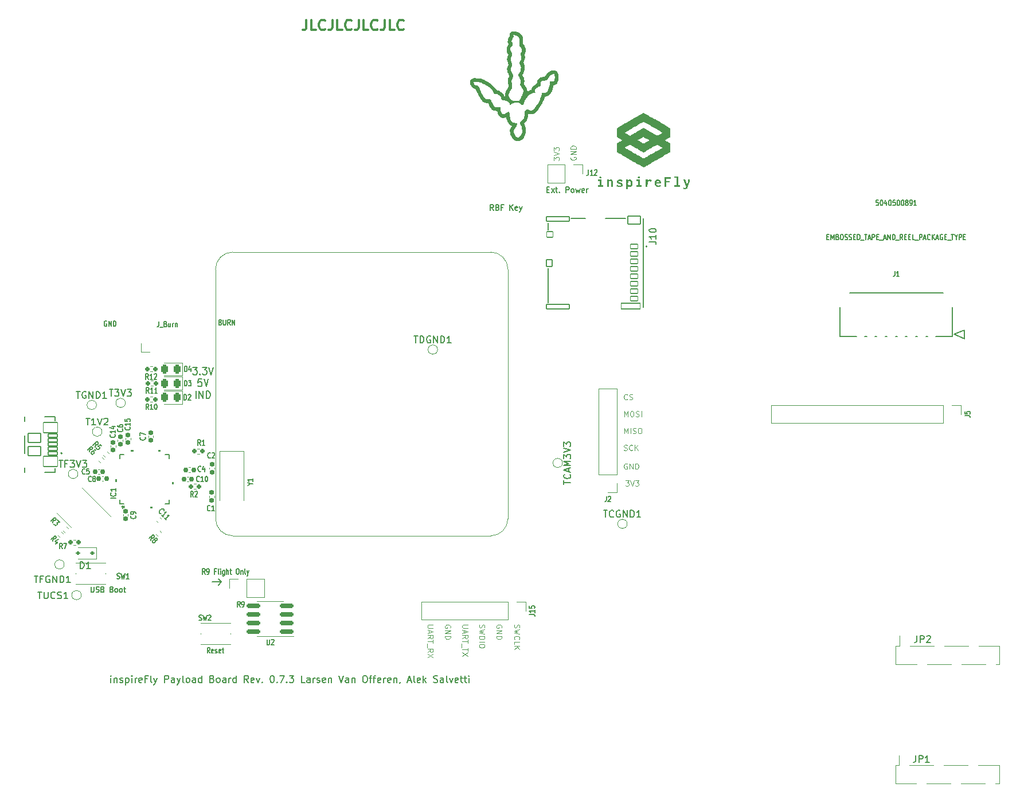
<source format=gbr>
%TF.GenerationSoftware,KiCad,Pcbnew,8.0.6-1.fc40*%
%TF.CreationDate,2024-10-27T15:38:32-04:00*%
%TF.ProjectId,payload_board,7061796c-6f61-4645-9f62-6f6172642e6b,rev?*%
%TF.SameCoordinates,Original*%
%TF.FileFunction,Legend,Top*%
%TF.FilePolarity,Positive*%
%FSLAX46Y46*%
G04 Gerber Fmt 4.6, Leading zero omitted, Abs format (unit mm)*
G04 Created by KiCad (PCBNEW 8.0.6-1.fc40) date 2024-10-27 15:38:32*
%MOMM*%
%LPD*%
G01*
G04 APERTURE LIST*
G04 Aperture macros list*
%AMRoundRect*
0 Rectangle with rounded corners*
0 $1 Rounding radius*
0 $2 $3 $4 $5 $6 $7 $8 $9 X,Y pos of 4 corners*
0 Add a 4 corners polygon primitive as box body*
4,1,4,$2,$3,$4,$5,$6,$7,$8,$9,$2,$3,0*
0 Add four circle primitives for the rounded corners*
1,1,$1+$1,$2,$3*
1,1,$1+$1,$4,$5*
1,1,$1+$1,$6,$7*
1,1,$1+$1,$8,$9*
0 Add four rect primitives between the rounded corners*
20,1,$1+$1,$2,$3,$4,$5,0*
20,1,$1+$1,$4,$5,$6,$7,0*
20,1,$1+$1,$6,$7,$8,$9,0*
20,1,$1+$1,$8,$9,$2,$3,0*%
%AMRotRect*
0 Rectangle, with rotation*
0 The origin of the aperture is its center*
0 $1 length*
0 $2 width*
0 $3 Rotation angle, in degrees counterclockwise*
0 Add horizontal line*
21,1,$1,$2,0,0,$3*%
G04 Aperture macros list end*
%ADD10C,0.125000*%
%ADD11C,0.050000*%
%ADD12C,0.200000*%
%ADD13C,0.150000*%
%ADD14C,0.300000*%
%ADD15C,0.120000*%
%ADD16C,0.152400*%
%ADD17C,0.000000*%
%ADD18C,0.127000*%
%ADD19C,1.000000*%
%ADD20RoundRect,0.155000X0.212500X0.155000X-0.212500X0.155000X-0.212500X-0.155000X0.212500X-0.155000X0*%
%ADD21RoundRect,0.155000X-0.212500X-0.155000X0.212500X-0.155000X0.212500X0.155000X-0.212500X0.155000X0*%
%ADD22RoundRect,0.155000X-0.155000X0.212500X-0.155000X-0.212500X0.155000X-0.212500X0.155000X0.212500X0*%
%ADD23R,1.700000X1.700000*%
%ADD24O,1.700000X1.700000*%
%ADD25RoundRect,0.160000X-0.197500X-0.160000X0.197500X-0.160000X0.197500X0.160000X-0.197500X0.160000X0*%
%ADD26C,5.250000*%
%ADD27RoundRect,0.160000X0.197500X0.160000X-0.197500X0.160000X-0.197500X-0.160000X0.197500X-0.160000X0*%
%ADD28C,3.301600*%
%ADD29RoundRect,0.160000X0.252791X-0.026517X-0.026517X0.252791X-0.252791X0.026517X0.026517X-0.252791X0*%
%ADD30RoundRect,0.155000X0.155000X-0.212500X0.155000X0.212500X-0.155000X0.212500X-0.155000X-0.212500X0*%
%ADD31RoundRect,0.243750X0.243750X0.456250X-0.243750X0.456250X-0.243750X-0.456250X0.243750X-0.456250X0*%
%ADD32R,0.600000X1.000000*%
%ADD33R,1.250000X1.800000*%
%ADD34RoundRect,0.160000X-0.252791X0.026517X0.026517X-0.252791X0.252791X-0.026517X-0.026517X0.252791X0*%
%ADD35R,0.177800X1.002800*%
%ADD36R,0.188898X1.002800*%
%ADD37R,0.177800X0.752800*%
%ADD38R,0.752800X0.177800*%
%ADD39R,1.002800X0.177800*%
%ADD40R,1.002800X0.188900*%
%ADD41R,0.752800X0.188900*%
%ADD42R,0.188900X1.002800*%
%ADD43R,0.752800X0.177796*%
%ADD44R,3.200400X3.200400*%
%ADD45R,1.000000X2.510000*%
%ADD46RoundRect,0.112500X0.362392X-0.203293X-0.203293X0.362392X-0.362392X0.203293X0.203293X-0.362392X0*%
%ADD47RotRect,3.400000X4.000000X135.000000*%
%ADD48RoundRect,0.076200X-0.550000X0.350000X-0.550000X-0.350000X0.550000X-0.350000X0.550000X0.350000X0*%
%ADD49RoundRect,0.076200X-0.465000X0.450000X-0.465000X-0.450000X0.465000X-0.450000X0.465000X0.450000X0*%
%ADD50RoundRect,0.076200X-0.390000X0.525000X-0.390000X-0.525000X0.390000X-0.525000X0.390000X0.525000X0*%
%ADD51RoundRect,0.076200X-0.915000X0.570000X-0.915000X-0.570000X0.915000X-0.570000X0.915000X0.570000X0*%
%ADD52RoundRect,0.076200X-1.400000X0.430000X-1.400000X-0.430000X1.400000X-0.430000X1.400000X0.430000X0*%
%ADD53RoundRect,0.076200X-1.665000X0.350000X-1.665000X-0.350000X1.665000X-0.350000X1.665000X0.350000X0*%
%ADD54RoundRect,0.112500X0.187500X0.112500X-0.187500X0.112500X-0.187500X-0.112500X0.187500X-0.112500X0*%
%ADD55R,2.400000X3.500000*%
%ADD56RoundRect,0.150000X0.825000X0.150000X-0.825000X0.150000X-0.825000X-0.150000X0.825000X-0.150000X0*%
%ADD57R,0.900000X1.000000*%
%ADD58RoundRect,0.155000X-0.259862X0.040659X0.040659X-0.259862X0.259862X-0.040659X-0.040659X0.259862X0*%
%ADD59RoundRect,0.076200X-0.690000X-0.225000X0.690000X-0.225000X0.690000X0.225000X-0.690000X0.225000X0*%
%ADD60O,2.568400X1.360400*%
%ADD61RoundRect,0.076200X-1.050000X-0.737500X1.050000X-0.737500X1.050000X0.737500X-1.050000X0.737500X0*%
%ADD62RoundRect,0.076200X-0.950000X-0.687500X0.950000X-0.687500X0.950000X0.687500X-0.950000X0.687500X0*%
G04 APERTURE END LIST*
D10*
X93883690Y-34058240D02*
X93845595Y-34134430D01*
X93845595Y-34134430D02*
X93845595Y-34248716D01*
X93845595Y-34248716D02*
X93883690Y-34363002D01*
X93883690Y-34363002D02*
X93959880Y-34439192D01*
X93959880Y-34439192D02*
X94036071Y-34477287D01*
X94036071Y-34477287D02*
X94188452Y-34515383D01*
X94188452Y-34515383D02*
X94302738Y-34515383D01*
X94302738Y-34515383D02*
X94455119Y-34477287D01*
X94455119Y-34477287D02*
X94531309Y-34439192D01*
X94531309Y-34439192D02*
X94607500Y-34363002D01*
X94607500Y-34363002D02*
X94645595Y-34248716D01*
X94645595Y-34248716D02*
X94645595Y-34172525D01*
X94645595Y-34172525D02*
X94607500Y-34058240D01*
X94607500Y-34058240D02*
X94569404Y-34020144D01*
X94569404Y-34020144D02*
X94302738Y-34020144D01*
X94302738Y-34020144D02*
X94302738Y-34172525D01*
X94645595Y-33677287D02*
X93845595Y-33677287D01*
X93845595Y-33677287D02*
X94645595Y-33220144D01*
X94645595Y-33220144D02*
X93845595Y-33220144D01*
X94645595Y-32839192D02*
X93845595Y-32839192D01*
X93845595Y-32839192D02*
X93845595Y-32648716D01*
X93845595Y-32648716D02*
X93883690Y-32534430D01*
X93883690Y-32534430D02*
X93959880Y-32458240D01*
X93959880Y-32458240D02*
X94036071Y-32420145D01*
X94036071Y-32420145D02*
X94188452Y-32382049D01*
X94188452Y-32382049D02*
X94302738Y-32382049D01*
X94302738Y-32382049D02*
X94455119Y-32420145D01*
X94455119Y-32420145D02*
X94531309Y-32458240D01*
X94531309Y-32458240D02*
X94607500Y-32534430D01*
X94607500Y-32534430D02*
X94645595Y-32648716D01*
X94645595Y-32648716D02*
X94645595Y-32839192D01*
X91345595Y-34553478D02*
X91345595Y-34058240D01*
X91345595Y-34058240D02*
X91650357Y-34324906D01*
X91650357Y-34324906D02*
X91650357Y-34210621D01*
X91650357Y-34210621D02*
X91688452Y-34134430D01*
X91688452Y-34134430D02*
X91726547Y-34096335D01*
X91726547Y-34096335D02*
X91802738Y-34058240D01*
X91802738Y-34058240D02*
X91993214Y-34058240D01*
X91993214Y-34058240D02*
X92069404Y-34096335D01*
X92069404Y-34096335D02*
X92107500Y-34134430D01*
X92107500Y-34134430D02*
X92145595Y-34210621D01*
X92145595Y-34210621D02*
X92145595Y-34439192D01*
X92145595Y-34439192D02*
X92107500Y-34515383D01*
X92107500Y-34515383D02*
X92069404Y-34553478D01*
X91345595Y-33829668D02*
X92145595Y-33563001D01*
X92145595Y-33563001D02*
X91345595Y-33296335D01*
X91345595Y-33105859D02*
X91345595Y-32610621D01*
X91345595Y-32610621D02*
X91650357Y-32877287D01*
X91650357Y-32877287D02*
X91650357Y-32763002D01*
X91650357Y-32763002D02*
X91688452Y-32686811D01*
X91688452Y-32686811D02*
X91726547Y-32648716D01*
X91726547Y-32648716D02*
X91802738Y-32610621D01*
X91802738Y-32610621D02*
X91993214Y-32610621D01*
X91993214Y-32610621D02*
X92069404Y-32648716D01*
X92069404Y-32648716D02*
X92107500Y-32686811D01*
X92107500Y-32686811D02*
X92145595Y-32763002D01*
X92145595Y-32763002D02*
X92145595Y-32991573D01*
X92145595Y-32991573D02*
X92107500Y-33067764D01*
X92107500Y-33067764D02*
X92069404Y-33105859D01*
X76066309Y-103591759D02*
X76104404Y-103515569D01*
X76104404Y-103515569D02*
X76104404Y-103401283D01*
X76104404Y-103401283D02*
X76066309Y-103286997D01*
X76066309Y-103286997D02*
X75990119Y-103210807D01*
X75990119Y-103210807D02*
X75913928Y-103172712D01*
X75913928Y-103172712D02*
X75761547Y-103134616D01*
X75761547Y-103134616D02*
X75647261Y-103134616D01*
X75647261Y-103134616D02*
X75494880Y-103172712D01*
X75494880Y-103172712D02*
X75418690Y-103210807D01*
X75418690Y-103210807D02*
X75342500Y-103286997D01*
X75342500Y-103286997D02*
X75304404Y-103401283D01*
X75304404Y-103401283D02*
X75304404Y-103477474D01*
X75304404Y-103477474D02*
X75342500Y-103591759D01*
X75342500Y-103591759D02*
X75380595Y-103629855D01*
X75380595Y-103629855D02*
X75647261Y-103629855D01*
X75647261Y-103629855D02*
X75647261Y-103477474D01*
X75304404Y-103972712D02*
X76104404Y-103972712D01*
X76104404Y-103972712D02*
X75304404Y-104429855D01*
X75304404Y-104429855D02*
X76104404Y-104429855D01*
X75304404Y-104810807D02*
X76104404Y-104810807D01*
X76104404Y-104810807D02*
X76104404Y-105001283D01*
X76104404Y-105001283D02*
X76066309Y-105115569D01*
X76066309Y-105115569D02*
X75990119Y-105191759D01*
X75990119Y-105191759D02*
X75913928Y-105229854D01*
X75913928Y-105229854D02*
X75761547Y-105267950D01*
X75761547Y-105267950D02*
X75647261Y-105267950D01*
X75647261Y-105267950D02*
X75494880Y-105229854D01*
X75494880Y-105229854D02*
X75418690Y-105191759D01*
X75418690Y-105191759D02*
X75342500Y-105115569D01*
X75342500Y-105115569D02*
X75304404Y-105001283D01*
X75304404Y-105001283D02*
X75304404Y-104810807D01*
X85542500Y-103134616D02*
X85504404Y-103248902D01*
X85504404Y-103248902D02*
X85504404Y-103439378D01*
X85504404Y-103439378D02*
X85542500Y-103515569D01*
X85542500Y-103515569D02*
X85580595Y-103553664D01*
X85580595Y-103553664D02*
X85656785Y-103591759D01*
X85656785Y-103591759D02*
X85732976Y-103591759D01*
X85732976Y-103591759D02*
X85809166Y-103553664D01*
X85809166Y-103553664D02*
X85847261Y-103515569D01*
X85847261Y-103515569D02*
X85885357Y-103439378D01*
X85885357Y-103439378D02*
X85923452Y-103286997D01*
X85923452Y-103286997D02*
X85961547Y-103210807D01*
X85961547Y-103210807D02*
X85999642Y-103172712D01*
X85999642Y-103172712D02*
X86075833Y-103134616D01*
X86075833Y-103134616D02*
X86152023Y-103134616D01*
X86152023Y-103134616D02*
X86228214Y-103172712D01*
X86228214Y-103172712D02*
X86266309Y-103210807D01*
X86266309Y-103210807D02*
X86304404Y-103286997D01*
X86304404Y-103286997D02*
X86304404Y-103477474D01*
X86304404Y-103477474D02*
X86266309Y-103591759D01*
X86304404Y-103858426D02*
X85504404Y-104048902D01*
X85504404Y-104048902D02*
X86075833Y-104201283D01*
X86075833Y-104201283D02*
X85504404Y-104353664D01*
X85504404Y-104353664D02*
X86304404Y-104544141D01*
X85580595Y-105306046D02*
X85542500Y-105267950D01*
X85542500Y-105267950D02*
X85504404Y-105153665D01*
X85504404Y-105153665D02*
X85504404Y-105077474D01*
X85504404Y-105077474D02*
X85542500Y-104963188D01*
X85542500Y-104963188D02*
X85618690Y-104886998D01*
X85618690Y-104886998D02*
X85694880Y-104848903D01*
X85694880Y-104848903D02*
X85847261Y-104810807D01*
X85847261Y-104810807D02*
X85961547Y-104810807D01*
X85961547Y-104810807D02*
X86113928Y-104848903D01*
X86113928Y-104848903D02*
X86190119Y-104886998D01*
X86190119Y-104886998D02*
X86266309Y-104963188D01*
X86266309Y-104963188D02*
X86304404Y-105077474D01*
X86304404Y-105077474D02*
X86304404Y-105153665D01*
X86304404Y-105153665D02*
X86266309Y-105267950D01*
X86266309Y-105267950D02*
X86228214Y-105306046D01*
X85504404Y-106029855D02*
X85504404Y-105648903D01*
X85504404Y-105648903D02*
X86304404Y-105648903D01*
X85504404Y-106296522D02*
X86304404Y-106296522D01*
X85504404Y-106753665D02*
X85961547Y-106410807D01*
X86304404Y-106753665D02*
X85847261Y-106296522D01*
X83666309Y-103591759D02*
X83704404Y-103515569D01*
X83704404Y-103515569D02*
X83704404Y-103401283D01*
X83704404Y-103401283D02*
X83666309Y-103286997D01*
X83666309Y-103286997D02*
X83590119Y-103210807D01*
X83590119Y-103210807D02*
X83513928Y-103172712D01*
X83513928Y-103172712D02*
X83361547Y-103134616D01*
X83361547Y-103134616D02*
X83247261Y-103134616D01*
X83247261Y-103134616D02*
X83094880Y-103172712D01*
X83094880Y-103172712D02*
X83018690Y-103210807D01*
X83018690Y-103210807D02*
X82942500Y-103286997D01*
X82942500Y-103286997D02*
X82904404Y-103401283D01*
X82904404Y-103401283D02*
X82904404Y-103477474D01*
X82904404Y-103477474D02*
X82942500Y-103591759D01*
X82942500Y-103591759D02*
X82980595Y-103629855D01*
X82980595Y-103629855D02*
X83247261Y-103629855D01*
X83247261Y-103629855D02*
X83247261Y-103477474D01*
X82904404Y-103972712D02*
X83704404Y-103972712D01*
X83704404Y-103972712D02*
X82904404Y-104429855D01*
X82904404Y-104429855D02*
X83704404Y-104429855D01*
X82904404Y-104810807D02*
X83704404Y-104810807D01*
X83704404Y-104810807D02*
X83704404Y-105001283D01*
X83704404Y-105001283D02*
X83666309Y-105115569D01*
X83666309Y-105115569D02*
X83590119Y-105191759D01*
X83590119Y-105191759D02*
X83513928Y-105229854D01*
X83513928Y-105229854D02*
X83361547Y-105267950D01*
X83361547Y-105267950D02*
X83247261Y-105267950D01*
X83247261Y-105267950D02*
X83094880Y-105229854D01*
X83094880Y-105229854D02*
X83018690Y-105191759D01*
X83018690Y-105191759D02*
X82942500Y-105115569D01*
X82942500Y-105115569D02*
X82904404Y-105001283D01*
X82904404Y-105001283D02*
X82904404Y-104810807D01*
X80392500Y-103134616D02*
X80354404Y-103248902D01*
X80354404Y-103248902D02*
X80354404Y-103439378D01*
X80354404Y-103439378D02*
X80392500Y-103515569D01*
X80392500Y-103515569D02*
X80430595Y-103553664D01*
X80430595Y-103553664D02*
X80506785Y-103591759D01*
X80506785Y-103591759D02*
X80582976Y-103591759D01*
X80582976Y-103591759D02*
X80659166Y-103553664D01*
X80659166Y-103553664D02*
X80697261Y-103515569D01*
X80697261Y-103515569D02*
X80735357Y-103439378D01*
X80735357Y-103439378D02*
X80773452Y-103286997D01*
X80773452Y-103286997D02*
X80811547Y-103210807D01*
X80811547Y-103210807D02*
X80849642Y-103172712D01*
X80849642Y-103172712D02*
X80925833Y-103134616D01*
X80925833Y-103134616D02*
X81002023Y-103134616D01*
X81002023Y-103134616D02*
X81078214Y-103172712D01*
X81078214Y-103172712D02*
X81116309Y-103210807D01*
X81116309Y-103210807D02*
X81154404Y-103286997D01*
X81154404Y-103286997D02*
X81154404Y-103477474D01*
X81154404Y-103477474D02*
X81116309Y-103591759D01*
X81154404Y-103858426D02*
X80354404Y-104048902D01*
X80354404Y-104048902D02*
X80925833Y-104201283D01*
X80925833Y-104201283D02*
X80354404Y-104353664D01*
X80354404Y-104353664D02*
X81154404Y-104544141D01*
X80354404Y-104848903D02*
X81154404Y-104848903D01*
X81154404Y-104848903D02*
X81154404Y-105039379D01*
X81154404Y-105039379D02*
X81116309Y-105153665D01*
X81116309Y-105153665D02*
X81040119Y-105229855D01*
X81040119Y-105229855D02*
X80963928Y-105267950D01*
X80963928Y-105267950D02*
X80811547Y-105306046D01*
X80811547Y-105306046D02*
X80697261Y-105306046D01*
X80697261Y-105306046D02*
X80544880Y-105267950D01*
X80544880Y-105267950D02*
X80468690Y-105229855D01*
X80468690Y-105229855D02*
X80392500Y-105153665D01*
X80392500Y-105153665D02*
X80354404Y-105039379D01*
X80354404Y-105039379D02*
X80354404Y-104848903D01*
X80354404Y-105648903D02*
X81154404Y-105648903D01*
X81154404Y-106182236D02*
X81154404Y-106334617D01*
X81154404Y-106334617D02*
X81116309Y-106410807D01*
X81116309Y-106410807D02*
X81040119Y-106486998D01*
X81040119Y-106486998D02*
X80887738Y-106525093D01*
X80887738Y-106525093D02*
X80621071Y-106525093D01*
X80621071Y-106525093D02*
X80468690Y-106486998D01*
X80468690Y-106486998D02*
X80392500Y-106410807D01*
X80392500Y-106410807D02*
X80354404Y-106334617D01*
X80354404Y-106334617D02*
X80354404Y-106182236D01*
X80354404Y-106182236D02*
X80392500Y-106106045D01*
X80392500Y-106106045D02*
X80468690Y-106029855D01*
X80468690Y-106029855D02*
X80621071Y-105991759D01*
X80621071Y-105991759D02*
X80887738Y-105991759D01*
X80887738Y-105991759D02*
X81040119Y-106029855D01*
X81040119Y-106029855D02*
X81116309Y-106106045D01*
X81116309Y-106106045D02*
X81154404Y-106182236D01*
X78654404Y-103172712D02*
X78006785Y-103172712D01*
X78006785Y-103172712D02*
X77930595Y-103210807D01*
X77930595Y-103210807D02*
X77892500Y-103248902D01*
X77892500Y-103248902D02*
X77854404Y-103325093D01*
X77854404Y-103325093D02*
X77854404Y-103477474D01*
X77854404Y-103477474D02*
X77892500Y-103553664D01*
X77892500Y-103553664D02*
X77930595Y-103591759D01*
X77930595Y-103591759D02*
X78006785Y-103629855D01*
X78006785Y-103629855D02*
X78654404Y-103629855D01*
X78082976Y-103972711D02*
X78082976Y-104353664D01*
X77854404Y-103896521D02*
X78654404Y-104163188D01*
X78654404Y-104163188D02*
X77854404Y-104429854D01*
X77854404Y-105153664D02*
X78235357Y-104886997D01*
X77854404Y-104696521D02*
X78654404Y-104696521D01*
X78654404Y-104696521D02*
X78654404Y-105001283D01*
X78654404Y-105001283D02*
X78616309Y-105077473D01*
X78616309Y-105077473D02*
X78578214Y-105115568D01*
X78578214Y-105115568D02*
X78502023Y-105153664D01*
X78502023Y-105153664D02*
X78387738Y-105153664D01*
X78387738Y-105153664D02*
X78311547Y-105115568D01*
X78311547Y-105115568D02*
X78273452Y-105077473D01*
X78273452Y-105077473D02*
X78235357Y-105001283D01*
X78235357Y-105001283D02*
X78235357Y-104696521D01*
X78654404Y-105382235D02*
X78654404Y-105839378D01*
X77854404Y-105610806D02*
X78654404Y-105610806D01*
X77778214Y-105915569D02*
X77778214Y-106525092D01*
X78654404Y-106601283D02*
X78654404Y-107058426D01*
X77854404Y-106829854D02*
X78654404Y-106829854D01*
X78654404Y-107248902D02*
X77854404Y-107782236D01*
X78654404Y-107782236D02*
X77854404Y-107248902D01*
X73504404Y-103172712D02*
X72856785Y-103172712D01*
X72856785Y-103172712D02*
X72780595Y-103210807D01*
X72780595Y-103210807D02*
X72742500Y-103248902D01*
X72742500Y-103248902D02*
X72704404Y-103325093D01*
X72704404Y-103325093D02*
X72704404Y-103477474D01*
X72704404Y-103477474D02*
X72742500Y-103553664D01*
X72742500Y-103553664D02*
X72780595Y-103591759D01*
X72780595Y-103591759D02*
X72856785Y-103629855D01*
X72856785Y-103629855D02*
X73504404Y-103629855D01*
X72932976Y-103972711D02*
X72932976Y-104353664D01*
X72704404Y-103896521D02*
X73504404Y-104163188D01*
X73504404Y-104163188D02*
X72704404Y-104429854D01*
X72704404Y-105153664D02*
X73085357Y-104886997D01*
X72704404Y-104696521D02*
X73504404Y-104696521D01*
X73504404Y-104696521D02*
X73504404Y-105001283D01*
X73504404Y-105001283D02*
X73466309Y-105077473D01*
X73466309Y-105077473D02*
X73428214Y-105115568D01*
X73428214Y-105115568D02*
X73352023Y-105153664D01*
X73352023Y-105153664D02*
X73237738Y-105153664D01*
X73237738Y-105153664D02*
X73161547Y-105115568D01*
X73161547Y-105115568D02*
X73123452Y-105077473D01*
X73123452Y-105077473D02*
X73085357Y-105001283D01*
X73085357Y-105001283D02*
X73085357Y-104696521D01*
X73504404Y-105382235D02*
X73504404Y-105839378D01*
X72704404Y-105610806D02*
X73504404Y-105610806D01*
X72628214Y-105915569D02*
X72628214Y-106525092D01*
X72704404Y-107172712D02*
X73085357Y-106906045D01*
X72704404Y-106715569D02*
X73504404Y-106715569D01*
X73504404Y-106715569D02*
X73504404Y-107020331D01*
X73504404Y-107020331D02*
X73466309Y-107096521D01*
X73466309Y-107096521D02*
X73428214Y-107134616D01*
X73428214Y-107134616D02*
X73352023Y-107172712D01*
X73352023Y-107172712D02*
X73237738Y-107172712D01*
X73237738Y-107172712D02*
X73161547Y-107134616D01*
X73161547Y-107134616D02*
X73123452Y-107096521D01*
X73123452Y-107096521D02*
X73085357Y-107020331D01*
X73085357Y-107020331D02*
X73085357Y-106715569D01*
X73504404Y-107439378D02*
X72704404Y-107972712D01*
X73504404Y-107972712D02*
X72704404Y-107439378D01*
X101946521Y-81845595D02*
X102441759Y-81845595D01*
X102441759Y-81845595D02*
X102175093Y-82150357D01*
X102175093Y-82150357D02*
X102289378Y-82150357D01*
X102289378Y-82150357D02*
X102365569Y-82188452D01*
X102365569Y-82188452D02*
X102403664Y-82226547D01*
X102403664Y-82226547D02*
X102441759Y-82302738D01*
X102441759Y-82302738D02*
X102441759Y-82493214D01*
X102441759Y-82493214D02*
X102403664Y-82569404D01*
X102403664Y-82569404D02*
X102365569Y-82607500D01*
X102365569Y-82607500D02*
X102289378Y-82645595D01*
X102289378Y-82645595D02*
X102060807Y-82645595D01*
X102060807Y-82645595D02*
X101984616Y-82607500D01*
X101984616Y-82607500D02*
X101946521Y-82569404D01*
X102670331Y-81845595D02*
X102936998Y-82645595D01*
X102936998Y-82645595D02*
X103203664Y-81845595D01*
X103394140Y-81845595D02*
X103889378Y-81845595D01*
X103889378Y-81845595D02*
X103622712Y-82150357D01*
X103622712Y-82150357D02*
X103736997Y-82150357D01*
X103736997Y-82150357D02*
X103813188Y-82188452D01*
X103813188Y-82188452D02*
X103851283Y-82226547D01*
X103851283Y-82226547D02*
X103889378Y-82302738D01*
X103889378Y-82302738D02*
X103889378Y-82493214D01*
X103889378Y-82493214D02*
X103851283Y-82569404D01*
X103851283Y-82569404D02*
X103813188Y-82607500D01*
X103813188Y-82607500D02*
X103736997Y-82645595D01*
X103736997Y-82645595D02*
X103508426Y-82645595D01*
X103508426Y-82645595D02*
X103432235Y-82607500D01*
X103432235Y-82607500D02*
X103394140Y-82569404D01*
X102191759Y-79383690D02*
X102115569Y-79345595D01*
X102115569Y-79345595D02*
X102001283Y-79345595D01*
X102001283Y-79345595D02*
X101886997Y-79383690D01*
X101886997Y-79383690D02*
X101810807Y-79459880D01*
X101810807Y-79459880D02*
X101772712Y-79536071D01*
X101772712Y-79536071D02*
X101734616Y-79688452D01*
X101734616Y-79688452D02*
X101734616Y-79802738D01*
X101734616Y-79802738D02*
X101772712Y-79955119D01*
X101772712Y-79955119D02*
X101810807Y-80031309D01*
X101810807Y-80031309D02*
X101886997Y-80107500D01*
X101886997Y-80107500D02*
X102001283Y-80145595D01*
X102001283Y-80145595D02*
X102077474Y-80145595D01*
X102077474Y-80145595D02*
X102191759Y-80107500D01*
X102191759Y-80107500D02*
X102229855Y-80069404D01*
X102229855Y-80069404D02*
X102229855Y-79802738D01*
X102229855Y-79802738D02*
X102077474Y-79802738D01*
X102572712Y-80145595D02*
X102572712Y-79345595D01*
X102572712Y-79345595D02*
X103029855Y-80145595D01*
X103029855Y-80145595D02*
X103029855Y-79345595D01*
X103410807Y-80145595D02*
X103410807Y-79345595D01*
X103410807Y-79345595D02*
X103601283Y-79345595D01*
X103601283Y-79345595D02*
X103715569Y-79383690D01*
X103715569Y-79383690D02*
X103791759Y-79459880D01*
X103791759Y-79459880D02*
X103829854Y-79536071D01*
X103829854Y-79536071D02*
X103867950Y-79688452D01*
X103867950Y-79688452D02*
X103867950Y-79802738D01*
X103867950Y-79802738D02*
X103829854Y-79955119D01*
X103829854Y-79955119D02*
X103791759Y-80031309D01*
X103791759Y-80031309D02*
X103715569Y-80107500D01*
X103715569Y-80107500D02*
X103601283Y-80145595D01*
X103601283Y-80145595D02*
X103410807Y-80145595D01*
X101734616Y-77357500D02*
X101848902Y-77395595D01*
X101848902Y-77395595D02*
X102039378Y-77395595D01*
X102039378Y-77395595D02*
X102115569Y-77357500D01*
X102115569Y-77357500D02*
X102153664Y-77319404D01*
X102153664Y-77319404D02*
X102191759Y-77243214D01*
X102191759Y-77243214D02*
X102191759Y-77167023D01*
X102191759Y-77167023D02*
X102153664Y-77090833D01*
X102153664Y-77090833D02*
X102115569Y-77052738D01*
X102115569Y-77052738D02*
X102039378Y-77014642D01*
X102039378Y-77014642D02*
X101886997Y-76976547D01*
X101886997Y-76976547D02*
X101810807Y-76938452D01*
X101810807Y-76938452D02*
X101772712Y-76900357D01*
X101772712Y-76900357D02*
X101734616Y-76824166D01*
X101734616Y-76824166D02*
X101734616Y-76747976D01*
X101734616Y-76747976D02*
X101772712Y-76671785D01*
X101772712Y-76671785D02*
X101810807Y-76633690D01*
X101810807Y-76633690D02*
X101886997Y-76595595D01*
X101886997Y-76595595D02*
X102077474Y-76595595D01*
X102077474Y-76595595D02*
X102191759Y-76633690D01*
X102991760Y-77319404D02*
X102953664Y-77357500D01*
X102953664Y-77357500D02*
X102839379Y-77395595D01*
X102839379Y-77395595D02*
X102763188Y-77395595D01*
X102763188Y-77395595D02*
X102648902Y-77357500D01*
X102648902Y-77357500D02*
X102572712Y-77281309D01*
X102572712Y-77281309D02*
X102534617Y-77205119D01*
X102534617Y-77205119D02*
X102496521Y-77052738D01*
X102496521Y-77052738D02*
X102496521Y-76938452D01*
X102496521Y-76938452D02*
X102534617Y-76786071D01*
X102534617Y-76786071D02*
X102572712Y-76709880D01*
X102572712Y-76709880D02*
X102648902Y-76633690D01*
X102648902Y-76633690D02*
X102763188Y-76595595D01*
X102763188Y-76595595D02*
X102839379Y-76595595D01*
X102839379Y-76595595D02*
X102953664Y-76633690D01*
X102953664Y-76633690D02*
X102991760Y-76671785D01*
X103334617Y-77395595D02*
X103334617Y-76595595D01*
X103791760Y-77395595D02*
X103448902Y-76938452D01*
X103791760Y-76595595D02*
X103334617Y-77052738D01*
X101772712Y-74895595D02*
X101772712Y-74095595D01*
X101772712Y-74095595D02*
X102039378Y-74667023D01*
X102039378Y-74667023D02*
X102306045Y-74095595D01*
X102306045Y-74095595D02*
X102306045Y-74895595D01*
X102686998Y-74895595D02*
X102686998Y-74095595D01*
X103029854Y-74857500D02*
X103144140Y-74895595D01*
X103144140Y-74895595D02*
X103334616Y-74895595D01*
X103334616Y-74895595D02*
X103410807Y-74857500D01*
X103410807Y-74857500D02*
X103448902Y-74819404D01*
X103448902Y-74819404D02*
X103486997Y-74743214D01*
X103486997Y-74743214D02*
X103486997Y-74667023D01*
X103486997Y-74667023D02*
X103448902Y-74590833D01*
X103448902Y-74590833D02*
X103410807Y-74552738D01*
X103410807Y-74552738D02*
X103334616Y-74514642D01*
X103334616Y-74514642D02*
X103182235Y-74476547D01*
X103182235Y-74476547D02*
X103106045Y-74438452D01*
X103106045Y-74438452D02*
X103067950Y-74400357D01*
X103067950Y-74400357D02*
X103029854Y-74324166D01*
X103029854Y-74324166D02*
X103029854Y-74247976D01*
X103029854Y-74247976D02*
X103067950Y-74171785D01*
X103067950Y-74171785D02*
X103106045Y-74133690D01*
X103106045Y-74133690D02*
X103182235Y-74095595D01*
X103182235Y-74095595D02*
X103372712Y-74095595D01*
X103372712Y-74095595D02*
X103486997Y-74133690D01*
X103982236Y-74095595D02*
X104134617Y-74095595D01*
X104134617Y-74095595D02*
X104210807Y-74133690D01*
X104210807Y-74133690D02*
X104286998Y-74209880D01*
X104286998Y-74209880D02*
X104325093Y-74362261D01*
X104325093Y-74362261D02*
X104325093Y-74628928D01*
X104325093Y-74628928D02*
X104286998Y-74781309D01*
X104286998Y-74781309D02*
X104210807Y-74857500D01*
X104210807Y-74857500D02*
X104134617Y-74895595D01*
X104134617Y-74895595D02*
X103982236Y-74895595D01*
X103982236Y-74895595D02*
X103906045Y-74857500D01*
X103906045Y-74857500D02*
X103829855Y-74781309D01*
X103829855Y-74781309D02*
X103791759Y-74628928D01*
X103791759Y-74628928D02*
X103791759Y-74362261D01*
X103791759Y-74362261D02*
X103829855Y-74209880D01*
X103829855Y-74209880D02*
X103906045Y-74133690D01*
X103906045Y-74133690D02*
X103982236Y-74095595D01*
X101772712Y-72395595D02*
X101772712Y-71595595D01*
X101772712Y-71595595D02*
X102039378Y-72167023D01*
X102039378Y-72167023D02*
X102306045Y-71595595D01*
X102306045Y-71595595D02*
X102306045Y-72395595D01*
X102839379Y-71595595D02*
X102991760Y-71595595D01*
X102991760Y-71595595D02*
X103067950Y-71633690D01*
X103067950Y-71633690D02*
X103144141Y-71709880D01*
X103144141Y-71709880D02*
X103182236Y-71862261D01*
X103182236Y-71862261D02*
X103182236Y-72128928D01*
X103182236Y-72128928D02*
X103144141Y-72281309D01*
X103144141Y-72281309D02*
X103067950Y-72357500D01*
X103067950Y-72357500D02*
X102991760Y-72395595D01*
X102991760Y-72395595D02*
X102839379Y-72395595D01*
X102839379Y-72395595D02*
X102763188Y-72357500D01*
X102763188Y-72357500D02*
X102686998Y-72281309D01*
X102686998Y-72281309D02*
X102648902Y-72128928D01*
X102648902Y-72128928D02*
X102648902Y-71862261D01*
X102648902Y-71862261D02*
X102686998Y-71709880D01*
X102686998Y-71709880D02*
X102763188Y-71633690D01*
X102763188Y-71633690D02*
X102839379Y-71595595D01*
X103486997Y-72357500D02*
X103601283Y-72395595D01*
X103601283Y-72395595D02*
X103791759Y-72395595D01*
X103791759Y-72395595D02*
X103867950Y-72357500D01*
X103867950Y-72357500D02*
X103906045Y-72319404D01*
X103906045Y-72319404D02*
X103944140Y-72243214D01*
X103944140Y-72243214D02*
X103944140Y-72167023D01*
X103944140Y-72167023D02*
X103906045Y-72090833D01*
X103906045Y-72090833D02*
X103867950Y-72052738D01*
X103867950Y-72052738D02*
X103791759Y-72014642D01*
X103791759Y-72014642D02*
X103639378Y-71976547D01*
X103639378Y-71976547D02*
X103563188Y-71938452D01*
X103563188Y-71938452D02*
X103525093Y-71900357D01*
X103525093Y-71900357D02*
X103486997Y-71824166D01*
X103486997Y-71824166D02*
X103486997Y-71747976D01*
X103486997Y-71747976D02*
X103525093Y-71671785D01*
X103525093Y-71671785D02*
X103563188Y-71633690D01*
X103563188Y-71633690D02*
X103639378Y-71595595D01*
X103639378Y-71595595D02*
X103829855Y-71595595D01*
X103829855Y-71595595D02*
X103944140Y-71633690D01*
X104286998Y-72395595D02*
X104286998Y-71595595D01*
X102229855Y-69819404D02*
X102191759Y-69857500D01*
X102191759Y-69857500D02*
X102077474Y-69895595D01*
X102077474Y-69895595D02*
X102001283Y-69895595D01*
X102001283Y-69895595D02*
X101886997Y-69857500D01*
X101886997Y-69857500D02*
X101810807Y-69781309D01*
X101810807Y-69781309D02*
X101772712Y-69705119D01*
X101772712Y-69705119D02*
X101734616Y-69552738D01*
X101734616Y-69552738D02*
X101734616Y-69438452D01*
X101734616Y-69438452D02*
X101772712Y-69286071D01*
X101772712Y-69286071D02*
X101810807Y-69209880D01*
X101810807Y-69209880D02*
X101886997Y-69133690D01*
X101886997Y-69133690D02*
X102001283Y-69095595D01*
X102001283Y-69095595D02*
X102077474Y-69095595D01*
X102077474Y-69095595D02*
X102191759Y-69133690D01*
X102191759Y-69133690D02*
X102229855Y-69171785D01*
X102534616Y-69857500D02*
X102648902Y-69895595D01*
X102648902Y-69895595D02*
X102839378Y-69895595D01*
X102839378Y-69895595D02*
X102915569Y-69857500D01*
X102915569Y-69857500D02*
X102953664Y-69819404D01*
X102953664Y-69819404D02*
X102991759Y-69743214D01*
X102991759Y-69743214D02*
X102991759Y-69667023D01*
X102991759Y-69667023D02*
X102953664Y-69590833D01*
X102953664Y-69590833D02*
X102915569Y-69552738D01*
X102915569Y-69552738D02*
X102839378Y-69514642D01*
X102839378Y-69514642D02*
X102686997Y-69476547D01*
X102686997Y-69476547D02*
X102610807Y-69438452D01*
X102610807Y-69438452D02*
X102572712Y-69400357D01*
X102572712Y-69400357D02*
X102534616Y-69324166D01*
X102534616Y-69324166D02*
X102534616Y-69247976D01*
X102534616Y-69247976D02*
X102572712Y-69171785D01*
X102572712Y-69171785D02*
X102610807Y-69133690D01*
X102610807Y-69133690D02*
X102686997Y-69095595D01*
X102686997Y-69095595D02*
X102877474Y-69095595D01*
X102877474Y-69095595D02*
X102991759Y-69133690D01*
D11*
X82050000Y-48100000D02*
X43950000Y-48100000D01*
D12*
X40945000Y-96825000D02*
X42305000Y-96825000D01*
D11*
X84590000Y-87470000D02*
G75*
G02*
X82050000Y-90010000I-2540000J0D01*
G01*
X82050000Y-48100000D02*
G75*
G02*
X84590000Y-50640000I0J-2540000D01*
G01*
D12*
X42305000Y-96825000D02*
X41829295Y-97300705D01*
D11*
X84590000Y-87470000D02*
X84590000Y-50640000D01*
D12*
X41835000Y-96355000D02*
X42305000Y-96825000D01*
D11*
X43950000Y-90010000D02*
X82050000Y-90010000D01*
X43950000Y-90010000D02*
G75*
G02*
X41410000Y-87470000I0J2540000D01*
G01*
X41410000Y-50640000D02*
G75*
G02*
X43950000Y-48100000I2540000J0D01*
G01*
X41410000Y-50640000D02*
X41410000Y-87470000D01*
D13*
X38073810Y-65095704D02*
X38692857Y-65095704D01*
X38692857Y-65095704D02*
X38359524Y-65514752D01*
X38359524Y-65514752D02*
X38502381Y-65514752D01*
X38502381Y-65514752D02*
X38597619Y-65567133D01*
X38597619Y-65567133D02*
X38645238Y-65619514D01*
X38645238Y-65619514D02*
X38692857Y-65724276D01*
X38692857Y-65724276D02*
X38692857Y-65986181D01*
X38692857Y-65986181D02*
X38645238Y-66090943D01*
X38645238Y-66090943D02*
X38597619Y-66143324D01*
X38597619Y-66143324D02*
X38502381Y-66195704D01*
X38502381Y-66195704D02*
X38216667Y-66195704D01*
X38216667Y-66195704D02*
X38121429Y-66143324D01*
X38121429Y-66143324D02*
X38073810Y-66090943D01*
X39121429Y-66090943D02*
X39169048Y-66143324D01*
X39169048Y-66143324D02*
X39121429Y-66195704D01*
X39121429Y-66195704D02*
X39073810Y-66143324D01*
X39073810Y-66143324D02*
X39121429Y-66090943D01*
X39121429Y-66090943D02*
X39121429Y-66195704D01*
X39502381Y-65095704D02*
X40121428Y-65095704D01*
X40121428Y-65095704D02*
X39788095Y-65514752D01*
X39788095Y-65514752D02*
X39930952Y-65514752D01*
X39930952Y-65514752D02*
X40026190Y-65567133D01*
X40026190Y-65567133D02*
X40073809Y-65619514D01*
X40073809Y-65619514D02*
X40121428Y-65724276D01*
X40121428Y-65724276D02*
X40121428Y-65986181D01*
X40121428Y-65986181D02*
X40073809Y-66090943D01*
X40073809Y-66090943D02*
X40026190Y-66143324D01*
X40026190Y-66143324D02*
X39930952Y-66195704D01*
X39930952Y-66195704D02*
X39645238Y-66195704D01*
X39645238Y-66195704D02*
X39550000Y-66143324D01*
X39550000Y-66143324D02*
X39502381Y-66090943D01*
X40407143Y-65095704D02*
X40740476Y-66195704D01*
X40740476Y-66195704D02*
X41073809Y-65095704D01*
X39359523Y-66866642D02*
X38883333Y-66866642D01*
X38883333Y-66866642D02*
X38835714Y-67390452D01*
X38835714Y-67390452D02*
X38883333Y-67338071D01*
X38883333Y-67338071D02*
X38978571Y-67285690D01*
X38978571Y-67285690D02*
X39216666Y-67285690D01*
X39216666Y-67285690D02*
X39311904Y-67338071D01*
X39311904Y-67338071D02*
X39359523Y-67390452D01*
X39359523Y-67390452D02*
X39407142Y-67495214D01*
X39407142Y-67495214D02*
X39407142Y-67757119D01*
X39407142Y-67757119D02*
X39359523Y-67861881D01*
X39359523Y-67861881D02*
X39311904Y-67914262D01*
X39311904Y-67914262D02*
X39216666Y-67966642D01*
X39216666Y-67966642D02*
X38978571Y-67966642D01*
X38978571Y-67966642D02*
X38883333Y-67914262D01*
X38883333Y-67914262D02*
X38835714Y-67861881D01*
X39692857Y-66866642D02*
X40026190Y-67966642D01*
X40026190Y-67966642D02*
X40359523Y-66866642D01*
X38526191Y-69737580D02*
X38526191Y-68637580D01*
X39002381Y-69737580D02*
X39002381Y-68637580D01*
X39002381Y-68637580D02*
X39573809Y-69737580D01*
X39573809Y-69737580D02*
X39573809Y-68637580D01*
X40050000Y-69737580D02*
X40050000Y-68637580D01*
X40050000Y-68637580D02*
X40288095Y-68637580D01*
X40288095Y-68637580D02*
X40430952Y-68689961D01*
X40430952Y-68689961D02*
X40526190Y-68794723D01*
X40526190Y-68794723D02*
X40573809Y-68899485D01*
X40573809Y-68899485D02*
X40621428Y-69109009D01*
X40621428Y-69109009D02*
X40621428Y-69266152D01*
X40621428Y-69266152D02*
X40573809Y-69475676D01*
X40573809Y-69475676D02*
X40526190Y-69580438D01*
X40526190Y-69580438D02*
X40430952Y-69685200D01*
X40430952Y-69685200D02*
X40288095Y-69737580D01*
X40288095Y-69737580D02*
X40050000Y-69737580D01*
X23017255Y-97524295D02*
X23017255Y-98171914D01*
X23017255Y-98171914D02*
X23052969Y-98248104D01*
X23052969Y-98248104D02*
X23088684Y-98286200D01*
X23088684Y-98286200D02*
X23160112Y-98324295D01*
X23160112Y-98324295D02*
X23302969Y-98324295D01*
X23302969Y-98324295D02*
X23374398Y-98286200D01*
X23374398Y-98286200D02*
X23410112Y-98248104D01*
X23410112Y-98248104D02*
X23445826Y-98171914D01*
X23445826Y-98171914D02*
X23445826Y-97524295D01*
X23767255Y-98286200D02*
X23874398Y-98324295D01*
X23874398Y-98324295D02*
X24052969Y-98324295D01*
X24052969Y-98324295D02*
X24124398Y-98286200D01*
X24124398Y-98286200D02*
X24160112Y-98248104D01*
X24160112Y-98248104D02*
X24195826Y-98171914D01*
X24195826Y-98171914D02*
X24195826Y-98095723D01*
X24195826Y-98095723D02*
X24160112Y-98019533D01*
X24160112Y-98019533D02*
X24124398Y-97981438D01*
X24124398Y-97981438D02*
X24052969Y-97943342D01*
X24052969Y-97943342D02*
X23910112Y-97905247D01*
X23910112Y-97905247D02*
X23838683Y-97867152D01*
X23838683Y-97867152D02*
X23802969Y-97829057D01*
X23802969Y-97829057D02*
X23767255Y-97752866D01*
X23767255Y-97752866D02*
X23767255Y-97676676D01*
X23767255Y-97676676D02*
X23802969Y-97600485D01*
X23802969Y-97600485D02*
X23838683Y-97562390D01*
X23838683Y-97562390D02*
X23910112Y-97524295D01*
X23910112Y-97524295D02*
X24088683Y-97524295D01*
X24088683Y-97524295D02*
X24195826Y-97562390D01*
X24767255Y-97905247D02*
X24874398Y-97943342D01*
X24874398Y-97943342D02*
X24910112Y-97981438D01*
X24910112Y-97981438D02*
X24945826Y-98057628D01*
X24945826Y-98057628D02*
X24945826Y-98171914D01*
X24945826Y-98171914D02*
X24910112Y-98248104D01*
X24910112Y-98248104D02*
X24874398Y-98286200D01*
X24874398Y-98286200D02*
X24802969Y-98324295D01*
X24802969Y-98324295D02*
X24517255Y-98324295D01*
X24517255Y-98324295D02*
X24517255Y-97524295D01*
X24517255Y-97524295D02*
X24767255Y-97524295D01*
X24767255Y-97524295D02*
X24838684Y-97562390D01*
X24838684Y-97562390D02*
X24874398Y-97600485D01*
X24874398Y-97600485D02*
X24910112Y-97676676D01*
X24910112Y-97676676D02*
X24910112Y-97752866D01*
X24910112Y-97752866D02*
X24874398Y-97829057D01*
X24874398Y-97829057D02*
X24838684Y-97867152D01*
X24838684Y-97867152D02*
X24767255Y-97905247D01*
X24767255Y-97905247D02*
X24517255Y-97905247D01*
X26088684Y-97905247D02*
X26195827Y-97943342D01*
X26195827Y-97943342D02*
X26231541Y-97981438D01*
X26231541Y-97981438D02*
X26267255Y-98057628D01*
X26267255Y-98057628D02*
X26267255Y-98171914D01*
X26267255Y-98171914D02*
X26231541Y-98248104D01*
X26231541Y-98248104D02*
X26195827Y-98286200D01*
X26195827Y-98286200D02*
X26124398Y-98324295D01*
X26124398Y-98324295D02*
X25838684Y-98324295D01*
X25838684Y-98324295D02*
X25838684Y-97524295D01*
X25838684Y-97524295D02*
X26088684Y-97524295D01*
X26088684Y-97524295D02*
X26160113Y-97562390D01*
X26160113Y-97562390D02*
X26195827Y-97600485D01*
X26195827Y-97600485D02*
X26231541Y-97676676D01*
X26231541Y-97676676D02*
X26231541Y-97752866D01*
X26231541Y-97752866D02*
X26195827Y-97829057D01*
X26195827Y-97829057D02*
X26160113Y-97867152D01*
X26160113Y-97867152D02*
X26088684Y-97905247D01*
X26088684Y-97905247D02*
X25838684Y-97905247D01*
X26695827Y-98324295D02*
X26624398Y-98286200D01*
X26624398Y-98286200D02*
X26588684Y-98248104D01*
X26588684Y-98248104D02*
X26552970Y-98171914D01*
X26552970Y-98171914D02*
X26552970Y-97943342D01*
X26552970Y-97943342D02*
X26588684Y-97867152D01*
X26588684Y-97867152D02*
X26624398Y-97829057D01*
X26624398Y-97829057D02*
X26695827Y-97790961D01*
X26695827Y-97790961D02*
X26802970Y-97790961D01*
X26802970Y-97790961D02*
X26874398Y-97829057D01*
X26874398Y-97829057D02*
X26910113Y-97867152D01*
X26910113Y-97867152D02*
X26945827Y-97943342D01*
X26945827Y-97943342D02*
X26945827Y-98171914D01*
X26945827Y-98171914D02*
X26910113Y-98248104D01*
X26910113Y-98248104D02*
X26874398Y-98286200D01*
X26874398Y-98286200D02*
X26802970Y-98324295D01*
X26802970Y-98324295D02*
X26695827Y-98324295D01*
X27374398Y-98324295D02*
X27302969Y-98286200D01*
X27302969Y-98286200D02*
X27267255Y-98248104D01*
X27267255Y-98248104D02*
X27231541Y-98171914D01*
X27231541Y-98171914D02*
X27231541Y-97943342D01*
X27231541Y-97943342D02*
X27267255Y-97867152D01*
X27267255Y-97867152D02*
X27302969Y-97829057D01*
X27302969Y-97829057D02*
X27374398Y-97790961D01*
X27374398Y-97790961D02*
X27481541Y-97790961D01*
X27481541Y-97790961D02*
X27552969Y-97829057D01*
X27552969Y-97829057D02*
X27588684Y-97867152D01*
X27588684Y-97867152D02*
X27624398Y-97943342D01*
X27624398Y-97943342D02*
X27624398Y-98171914D01*
X27624398Y-98171914D02*
X27588684Y-98248104D01*
X27588684Y-98248104D02*
X27552969Y-98286200D01*
X27552969Y-98286200D02*
X27481541Y-98324295D01*
X27481541Y-98324295D02*
X27374398Y-98324295D01*
X27838683Y-97790961D02*
X28124397Y-97790961D01*
X27945826Y-97524295D02*
X27945826Y-98210009D01*
X27945826Y-98210009D02*
X27981540Y-98286200D01*
X27981540Y-98286200D02*
X28052969Y-98324295D01*
X28052969Y-98324295D02*
X28124397Y-98324295D01*
X25966779Y-111669819D02*
X25966779Y-111003152D01*
X25966779Y-110669819D02*
X25919160Y-110717438D01*
X25919160Y-110717438D02*
X25966779Y-110765057D01*
X25966779Y-110765057D02*
X26014398Y-110717438D01*
X26014398Y-110717438D02*
X25966779Y-110669819D01*
X25966779Y-110669819D02*
X25966779Y-110765057D01*
X26442969Y-111003152D02*
X26442969Y-111669819D01*
X26442969Y-111098390D02*
X26490588Y-111050771D01*
X26490588Y-111050771D02*
X26585826Y-111003152D01*
X26585826Y-111003152D02*
X26728683Y-111003152D01*
X26728683Y-111003152D02*
X26823921Y-111050771D01*
X26823921Y-111050771D02*
X26871540Y-111146009D01*
X26871540Y-111146009D02*
X26871540Y-111669819D01*
X27300112Y-111622200D02*
X27395350Y-111669819D01*
X27395350Y-111669819D02*
X27585826Y-111669819D01*
X27585826Y-111669819D02*
X27681064Y-111622200D01*
X27681064Y-111622200D02*
X27728683Y-111526961D01*
X27728683Y-111526961D02*
X27728683Y-111479342D01*
X27728683Y-111479342D02*
X27681064Y-111384104D01*
X27681064Y-111384104D02*
X27585826Y-111336485D01*
X27585826Y-111336485D02*
X27442969Y-111336485D01*
X27442969Y-111336485D02*
X27347731Y-111288866D01*
X27347731Y-111288866D02*
X27300112Y-111193628D01*
X27300112Y-111193628D02*
X27300112Y-111146009D01*
X27300112Y-111146009D02*
X27347731Y-111050771D01*
X27347731Y-111050771D02*
X27442969Y-111003152D01*
X27442969Y-111003152D02*
X27585826Y-111003152D01*
X27585826Y-111003152D02*
X27681064Y-111050771D01*
X28157255Y-111003152D02*
X28157255Y-112003152D01*
X28157255Y-111050771D02*
X28252493Y-111003152D01*
X28252493Y-111003152D02*
X28442969Y-111003152D01*
X28442969Y-111003152D02*
X28538207Y-111050771D01*
X28538207Y-111050771D02*
X28585826Y-111098390D01*
X28585826Y-111098390D02*
X28633445Y-111193628D01*
X28633445Y-111193628D02*
X28633445Y-111479342D01*
X28633445Y-111479342D02*
X28585826Y-111574580D01*
X28585826Y-111574580D02*
X28538207Y-111622200D01*
X28538207Y-111622200D02*
X28442969Y-111669819D01*
X28442969Y-111669819D02*
X28252493Y-111669819D01*
X28252493Y-111669819D02*
X28157255Y-111622200D01*
X29062017Y-111669819D02*
X29062017Y-111003152D01*
X29062017Y-110669819D02*
X29014398Y-110717438D01*
X29014398Y-110717438D02*
X29062017Y-110765057D01*
X29062017Y-110765057D02*
X29109636Y-110717438D01*
X29109636Y-110717438D02*
X29062017Y-110669819D01*
X29062017Y-110669819D02*
X29062017Y-110765057D01*
X29538207Y-111669819D02*
X29538207Y-111003152D01*
X29538207Y-111193628D02*
X29585826Y-111098390D01*
X29585826Y-111098390D02*
X29633445Y-111050771D01*
X29633445Y-111050771D02*
X29728683Y-111003152D01*
X29728683Y-111003152D02*
X29823921Y-111003152D01*
X30538207Y-111622200D02*
X30442969Y-111669819D01*
X30442969Y-111669819D02*
X30252493Y-111669819D01*
X30252493Y-111669819D02*
X30157255Y-111622200D01*
X30157255Y-111622200D02*
X30109636Y-111526961D01*
X30109636Y-111526961D02*
X30109636Y-111146009D01*
X30109636Y-111146009D02*
X30157255Y-111050771D01*
X30157255Y-111050771D02*
X30252493Y-111003152D01*
X30252493Y-111003152D02*
X30442969Y-111003152D01*
X30442969Y-111003152D02*
X30538207Y-111050771D01*
X30538207Y-111050771D02*
X30585826Y-111146009D01*
X30585826Y-111146009D02*
X30585826Y-111241247D01*
X30585826Y-111241247D02*
X30109636Y-111336485D01*
X31347731Y-111146009D02*
X31014398Y-111146009D01*
X31014398Y-111669819D02*
X31014398Y-110669819D01*
X31014398Y-110669819D02*
X31490588Y-110669819D01*
X32014398Y-111669819D02*
X31919160Y-111622200D01*
X31919160Y-111622200D02*
X31871541Y-111526961D01*
X31871541Y-111526961D02*
X31871541Y-110669819D01*
X32300113Y-111003152D02*
X32538208Y-111669819D01*
X32776303Y-111003152D02*
X32538208Y-111669819D01*
X32538208Y-111669819D02*
X32442970Y-111907914D01*
X32442970Y-111907914D02*
X32395351Y-111955533D01*
X32395351Y-111955533D02*
X32300113Y-112003152D01*
X33919161Y-111669819D02*
X33919161Y-110669819D01*
X33919161Y-110669819D02*
X34300113Y-110669819D01*
X34300113Y-110669819D02*
X34395351Y-110717438D01*
X34395351Y-110717438D02*
X34442970Y-110765057D01*
X34442970Y-110765057D02*
X34490589Y-110860295D01*
X34490589Y-110860295D02*
X34490589Y-111003152D01*
X34490589Y-111003152D02*
X34442970Y-111098390D01*
X34442970Y-111098390D02*
X34395351Y-111146009D01*
X34395351Y-111146009D02*
X34300113Y-111193628D01*
X34300113Y-111193628D02*
X33919161Y-111193628D01*
X35347732Y-111669819D02*
X35347732Y-111146009D01*
X35347732Y-111146009D02*
X35300113Y-111050771D01*
X35300113Y-111050771D02*
X35204875Y-111003152D01*
X35204875Y-111003152D02*
X35014399Y-111003152D01*
X35014399Y-111003152D02*
X34919161Y-111050771D01*
X35347732Y-111622200D02*
X35252494Y-111669819D01*
X35252494Y-111669819D02*
X35014399Y-111669819D01*
X35014399Y-111669819D02*
X34919161Y-111622200D01*
X34919161Y-111622200D02*
X34871542Y-111526961D01*
X34871542Y-111526961D02*
X34871542Y-111431723D01*
X34871542Y-111431723D02*
X34919161Y-111336485D01*
X34919161Y-111336485D02*
X35014399Y-111288866D01*
X35014399Y-111288866D02*
X35252494Y-111288866D01*
X35252494Y-111288866D02*
X35347732Y-111241247D01*
X35728685Y-111003152D02*
X35966780Y-111669819D01*
X36204875Y-111003152D02*
X35966780Y-111669819D01*
X35966780Y-111669819D02*
X35871542Y-111907914D01*
X35871542Y-111907914D02*
X35823923Y-111955533D01*
X35823923Y-111955533D02*
X35728685Y-112003152D01*
X36728685Y-111669819D02*
X36633447Y-111622200D01*
X36633447Y-111622200D02*
X36585828Y-111526961D01*
X36585828Y-111526961D02*
X36585828Y-110669819D01*
X37252495Y-111669819D02*
X37157257Y-111622200D01*
X37157257Y-111622200D02*
X37109638Y-111574580D01*
X37109638Y-111574580D02*
X37062019Y-111479342D01*
X37062019Y-111479342D02*
X37062019Y-111193628D01*
X37062019Y-111193628D02*
X37109638Y-111098390D01*
X37109638Y-111098390D02*
X37157257Y-111050771D01*
X37157257Y-111050771D02*
X37252495Y-111003152D01*
X37252495Y-111003152D02*
X37395352Y-111003152D01*
X37395352Y-111003152D02*
X37490590Y-111050771D01*
X37490590Y-111050771D02*
X37538209Y-111098390D01*
X37538209Y-111098390D02*
X37585828Y-111193628D01*
X37585828Y-111193628D02*
X37585828Y-111479342D01*
X37585828Y-111479342D02*
X37538209Y-111574580D01*
X37538209Y-111574580D02*
X37490590Y-111622200D01*
X37490590Y-111622200D02*
X37395352Y-111669819D01*
X37395352Y-111669819D02*
X37252495Y-111669819D01*
X38442971Y-111669819D02*
X38442971Y-111146009D01*
X38442971Y-111146009D02*
X38395352Y-111050771D01*
X38395352Y-111050771D02*
X38300114Y-111003152D01*
X38300114Y-111003152D02*
X38109638Y-111003152D01*
X38109638Y-111003152D02*
X38014400Y-111050771D01*
X38442971Y-111622200D02*
X38347733Y-111669819D01*
X38347733Y-111669819D02*
X38109638Y-111669819D01*
X38109638Y-111669819D02*
X38014400Y-111622200D01*
X38014400Y-111622200D02*
X37966781Y-111526961D01*
X37966781Y-111526961D02*
X37966781Y-111431723D01*
X37966781Y-111431723D02*
X38014400Y-111336485D01*
X38014400Y-111336485D02*
X38109638Y-111288866D01*
X38109638Y-111288866D02*
X38347733Y-111288866D01*
X38347733Y-111288866D02*
X38442971Y-111241247D01*
X39347733Y-111669819D02*
X39347733Y-110669819D01*
X39347733Y-111622200D02*
X39252495Y-111669819D01*
X39252495Y-111669819D02*
X39062019Y-111669819D01*
X39062019Y-111669819D02*
X38966781Y-111622200D01*
X38966781Y-111622200D02*
X38919162Y-111574580D01*
X38919162Y-111574580D02*
X38871543Y-111479342D01*
X38871543Y-111479342D02*
X38871543Y-111193628D01*
X38871543Y-111193628D02*
X38919162Y-111098390D01*
X38919162Y-111098390D02*
X38966781Y-111050771D01*
X38966781Y-111050771D02*
X39062019Y-111003152D01*
X39062019Y-111003152D02*
X39252495Y-111003152D01*
X39252495Y-111003152D02*
X39347733Y-111050771D01*
X40919162Y-111146009D02*
X41062019Y-111193628D01*
X41062019Y-111193628D02*
X41109638Y-111241247D01*
X41109638Y-111241247D02*
X41157257Y-111336485D01*
X41157257Y-111336485D02*
X41157257Y-111479342D01*
X41157257Y-111479342D02*
X41109638Y-111574580D01*
X41109638Y-111574580D02*
X41062019Y-111622200D01*
X41062019Y-111622200D02*
X40966781Y-111669819D01*
X40966781Y-111669819D02*
X40585829Y-111669819D01*
X40585829Y-111669819D02*
X40585829Y-110669819D01*
X40585829Y-110669819D02*
X40919162Y-110669819D01*
X40919162Y-110669819D02*
X41014400Y-110717438D01*
X41014400Y-110717438D02*
X41062019Y-110765057D01*
X41062019Y-110765057D02*
X41109638Y-110860295D01*
X41109638Y-110860295D02*
X41109638Y-110955533D01*
X41109638Y-110955533D02*
X41062019Y-111050771D01*
X41062019Y-111050771D02*
X41014400Y-111098390D01*
X41014400Y-111098390D02*
X40919162Y-111146009D01*
X40919162Y-111146009D02*
X40585829Y-111146009D01*
X41728686Y-111669819D02*
X41633448Y-111622200D01*
X41633448Y-111622200D02*
X41585829Y-111574580D01*
X41585829Y-111574580D02*
X41538210Y-111479342D01*
X41538210Y-111479342D02*
X41538210Y-111193628D01*
X41538210Y-111193628D02*
X41585829Y-111098390D01*
X41585829Y-111098390D02*
X41633448Y-111050771D01*
X41633448Y-111050771D02*
X41728686Y-111003152D01*
X41728686Y-111003152D02*
X41871543Y-111003152D01*
X41871543Y-111003152D02*
X41966781Y-111050771D01*
X41966781Y-111050771D02*
X42014400Y-111098390D01*
X42014400Y-111098390D02*
X42062019Y-111193628D01*
X42062019Y-111193628D02*
X42062019Y-111479342D01*
X42062019Y-111479342D02*
X42014400Y-111574580D01*
X42014400Y-111574580D02*
X41966781Y-111622200D01*
X41966781Y-111622200D02*
X41871543Y-111669819D01*
X41871543Y-111669819D02*
X41728686Y-111669819D01*
X42919162Y-111669819D02*
X42919162Y-111146009D01*
X42919162Y-111146009D02*
X42871543Y-111050771D01*
X42871543Y-111050771D02*
X42776305Y-111003152D01*
X42776305Y-111003152D02*
X42585829Y-111003152D01*
X42585829Y-111003152D02*
X42490591Y-111050771D01*
X42919162Y-111622200D02*
X42823924Y-111669819D01*
X42823924Y-111669819D02*
X42585829Y-111669819D01*
X42585829Y-111669819D02*
X42490591Y-111622200D01*
X42490591Y-111622200D02*
X42442972Y-111526961D01*
X42442972Y-111526961D02*
X42442972Y-111431723D01*
X42442972Y-111431723D02*
X42490591Y-111336485D01*
X42490591Y-111336485D02*
X42585829Y-111288866D01*
X42585829Y-111288866D02*
X42823924Y-111288866D01*
X42823924Y-111288866D02*
X42919162Y-111241247D01*
X43395353Y-111669819D02*
X43395353Y-111003152D01*
X43395353Y-111193628D02*
X43442972Y-111098390D01*
X43442972Y-111098390D02*
X43490591Y-111050771D01*
X43490591Y-111050771D02*
X43585829Y-111003152D01*
X43585829Y-111003152D02*
X43681067Y-111003152D01*
X44442972Y-111669819D02*
X44442972Y-110669819D01*
X44442972Y-111622200D02*
X44347734Y-111669819D01*
X44347734Y-111669819D02*
X44157258Y-111669819D01*
X44157258Y-111669819D02*
X44062020Y-111622200D01*
X44062020Y-111622200D02*
X44014401Y-111574580D01*
X44014401Y-111574580D02*
X43966782Y-111479342D01*
X43966782Y-111479342D02*
X43966782Y-111193628D01*
X43966782Y-111193628D02*
X44014401Y-111098390D01*
X44014401Y-111098390D02*
X44062020Y-111050771D01*
X44062020Y-111050771D02*
X44157258Y-111003152D01*
X44157258Y-111003152D02*
X44347734Y-111003152D01*
X44347734Y-111003152D02*
X44442972Y-111050771D01*
X46252496Y-111669819D02*
X45919163Y-111193628D01*
X45681068Y-111669819D02*
X45681068Y-110669819D01*
X45681068Y-110669819D02*
X46062020Y-110669819D01*
X46062020Y-110669819D02*
X46157258Y-110717438D01*
X46157258Y-110717438D02*
X46204877Y-110765057D01*
X46204877Y-110765057D02*
X46252496Y-110860295D01*
X46252496Y-110860295D02*
X46252496Y-111003152D01*
X46252496Y-111003152D02*
X46204877Y-111098390D01*
X46204877Y-111098390D02*
X46157258Y-111146009D01*
X46157258Y-111146009D02*
X46062020Y-111193628D01*
X46062020Y-111193628D02*
X45681068Y-111193628D01*
X47062020Y-111622200D02*
X46966782Y-111669819D01*
X46966782Y-111669819D02*
X46776306Y-111669819D01*
X46776306Y-111669819D02*
X46681068Y-111622200D01*
X46681068Y-111622200D02*
X46633449Y-111526961D01*
X46633449Y-111526961D02*
X46633449Y-111146009D01*
X46633449Y-111146009D02*
X46681068Y-111050771D01*
X46681068Y-111050771D02*
X46776306Y-111003152D01*
X46776306Y-111003152D02*
X46966782Y-111003152D01*
X46966782Y-111003152D02*
X47062020Y-111050771D01*
X47062020Y-111050771D02*
X47109639Y-111146009D01*
X47109639Y-111146009D02*
X47109639Y-111241247D01*
X47109639Y-111241247D02*
X46633449Y-111336485D01*
X47442973Y-111003152D02*
X47681068Y-111669819D01*
X47681068Y-111669819D02*
X47919163Y-111003152D01*
X48300116Y-111574580D02*
X48347735Y-111622200D01*
X48347735Y-111622200D02*
X48300116Y-111669819D01*
X48300116Y-111669819D02*
X48252497Y-111622200D01*
X48252497Y-111622200D02*
X48300116Y-111574580D01*
X48300116Y-111574580D02*
X48300116Y-111669819D01*
X49728687Y-110669819D02*
X49823925Y-110669819D01*
X49823925Y-110669819D02*
X49919163Y-110717438D01*
X49919163Y-110717438D02*
X49966782Y-110765057D01*
X49966782Y-110765057D02*
X50014401Y-110860295D01*
X50014401Y-110860295D02*
X50062020Y-111050771D01*
X50062020Y-111050771D02*
X50062020Y-111288866D01*
X50062020Y-111288866D02*
X50014401Y-111479342D01*
X50014401Y-111479342D02*
X49966782Y-111574580D01*
X49966782Y-111574580D02*
X49919163Y-111622200D01*
X49919163Y-111622200D02*
X49823925Y-111669819D01*
X49823925Y-111669819D02*
X49728687Y-111669819D01*
X49728687Y-111669819D02*
X49633449Y-111622200D01*
X49633449Y-111622200D02*
X49585830Y-111574580D01*
X49585830Y-111574580D02*
X49538211Y-111479342D01*
X49538211Y-111479342D02*
X49490592Y-111288866D01*
X49490592Y-111288866D02*
X49490592Y-111050771D01*
X49490592Y-111050771D02*
X49538211Y-110860295D01*
X49538211Y-110860295D02*
X49585830Y-110765057D01*
X49585830Y-110765057D02*
X49633449Y-110717438D01*
X49633449Y-110717438D02*
X49728687Y-110669819D01*
X50490592Y-111574580D02*
X50538211Y-111622200D01*
X50538211Y-111622200D02*
X50490592Y-111669819D01*
X50490592Y-111669819D02*
X50442973Y-111622200D01*
X50442973Y-111622200D02*
X50490592Y-111574580D01*
X50490592Y-111574580D02*
X50490592Y-111669819D01*
X50871544Y-110669819D02*
X51538210Y-110669819D01*
X51538210Y-110669819D02*
X51109639Y-111669819D01*
X51919163Y-111574580D02*
X51966782Y-111622200D01*
X51966782Y-111622200D02*
X51919163Y-111669819D01*
X51919163Y-111669819D02*
X51871544Y-111622200D01*
X51871544Y-111622200D02*
X51919163Y-111574580D01*
X51919163Y-111574580D02*
X51919163Y-111669819D01*
X52300115Y-110669819D02*
X52919162Y-110669819D01*
X52919162Y-110669819D02*
X52585829Y-111050771D01*
X52585829Y-111050771D02*
X52728686Y-111050771D01*
X52728686Y-111050771D02*
X52823924Y-111098390D01*
X52823924Y-111098390D02*
X52871543Y-111146009D01*
X52871543Y-111146009D02*
X52919162Y-111241247D01*
X52919162Y-111241247D02*
X52919162Y-111479342D01*
X52919162Y-111479342D02*
X52871543Y-111574580D01*
X52871543Y-111574580D02*
X52823924Y-111622200D01*
X52823924Y-111622200D02*
X52728686Y-111669819D01*
X52728686Y-111669819D02*
X52442972Y-111669819D01*
X52442972Y-111669819D02*
X52347734Y-111622200D01*
X52347734Y-111622200D02*
X52300115Y-111574580D01*
X54585829Y-111669819D02*
X54109639Y-111669819D01*
X54109639Y-111669819D02*
X54109639Y-110669819D01*
X55347734Y-111669819D02*
X55347734Y-111146009D01*
X55347734Y-111146009D02*
X55300115Y-111050771D01*
X55300115Y-111050771D02*
X55204877Y-111003152D01*
X55204877Y-111003152D02*
X55014401Y-111003152D01*
X55014401Y-111003152D02*
X54919163Y-111050771D01*
X55347734Y-111622200D02*
X55252496Y-111669819D01*
X55252496Y-111669819D02*
X55014401Y-111669819D01*
X55014401Y-111669819D02*
X54919163Y-111622200D01*
X54919163Y-111622200D02*
X54871544Y-111526961D01*
X54871544Y-111526961D02*
X54871544Y-111431723D01*
X54871544Y-111431723D02*
X54919163Y-111336485D01*
X54919163Y-111336485D02*
X55014401Y-111288866D01*
X55014401Y-111288866D02*
X55252496Y-111288866D01*
X55252496Y-111288866D02*
X55347734Y-111241247D01*
X55823925Y-111669819D02*
X55823925Y-111003152D01*
X55823925Y-111193628D02*
X55871544Y-111098390D01*
X55871544Y-111098390D02*
X55919163Y-111050771D01*
X55919163Y-111050771D02*
X56014401Y-111003152D01*
X56014401Y-111003152D02*
X56109639Y-111003152D01*
X56395354Y-111622200D02*
X56490592Y-111669819D01*
X56490592Y-111669819D02*
X56681068Y-111669819D01*
X56681068Y-111669819D02*
X56776306Y-111622200D01*
X56776306Y-111622200D02*
X56823925Y-111526961D01*
X56823925Y-111526961D02*
X56823925Y-111479342D01*
X56823925Y-111479342D02*
X56776306Y-111384104D01*
X56776306Y-111384104D02*
X56681068Y-111336485D01*
X56681068Y-111336485D02*
X56538211Y-111336485D01*
X56538211Y-111336485D02*
X56442973Y-111288866D01*
X56442973Y-111288866D02*
X56395354Y-111193628D01*
X56395354Y-111193628D02*
X56395354Y-111146009D01*
X56395354Y-111146009D02*
X56442973Y-111050771D01*
X56442973Y-111050771D02*
X56538211Y-111003152D01*
X56538211Y-111003152D02*
X56681068Y-111003152D01*
X56681068Y-111003152D02*
X56776306Y-111050771D01*
X57633449Y-111622200D02*
X57538211Y-111669819D01*
X57538211Y-111669819D02*
X57347735Y-111669819D01*
X57347735Y-111669819D02*
X57252497Y-111622200D01*
X57252497Y-111622200D02*
X57204878Y-111526961D01*
X57204878Y-111526961D02*
X57204878Y-111146009D01*
X57204878Y-111146009D02*
X57252497Y-111050771D01*
X57252497Y-111050771D02*
X57347735Y-111003152D01*
X57347735Y-111003152D02*
X57538211Y-111003152D01*
X57538211Y-111003152D02*
X57633449Y-111050771D01*
X57633449Y-111050771D02*
X57681068Y-111146009D01*
X57681068Y-111146009D02*
X57681068Y-111241247D01*
X57681068Y-111241247D02*
X57204878Y-111336485D01*
X58109640Y-111003152D02*
X58109640Y-111669819D01*
X58109640Y-111098390D02*
X58157259Y-111050771D01*
X58157259Y-111050771D02*
X58252497Y-111003152D01*
X58252497Y-111003152D02*
X58395354Y-111003152D01*
X58395354Y-111003152D02*
X58490592Y-111050771D01*
X58490592Y-111050771D02*
X58538211Y-111146009D01*
X58538211Y-111146009D02*
X58538211Y-111669819D01*
X59633450Y-110669819D02*
X59966783Y-111669819D01*
X59966783Y-111669819D02*
X60300116Y-110669819D01*
X61062021Y-111669819D02*
X61062021Y-111146009D01*
X61062021Y-111146009D02*
X61014402Y-111050771D01*
X61014402Y-111050771D02*
X60919164Y-111003152D01*
X60919164Y-111003152D02*
X60728688Y-111003152D01*
X60728688Y-111003152D02*
X60633450Y-111050771D01*
X61062021Y-111622200D02*
X60966783Y-111669819D01*
X60966783Y-111669819D02*
X60728688Y-111669819D01*
X60728688Y-111669819D02*
X60633450Y-111622200D01*
X60633450Y-111622200D02*
X60585831Y-111526961D01*
X60585831Y-111526961D02*
X60585831Y-111431723D01*
X60585831Y-111431723D02*
X60633450Y-111336485D01*
X60633450Y-111336485D02*
X60728688Y-111288866D01*
X60728688Y-111288866D02*
X60966783Y-111288866D01*
X60966783Y-111288866D02*
X61062021Y-111241247D01*
X61538212Y-111003152D02*
X61538212Y-111669819D01*
X61538212Y-111098390D02*
X61585831Y-111050771D01*
X61585831Y-111050771D02*
X61681069Y-111003152D01*
X61681069Y-111003152D02*
X61823926Y-111003152D01*
X61823926Y-111003152D02*
X61919164Y-111050771D01*
X61919164Y-111050771D02*
X61966783Y-111146009D01*
X61966783Y-111146009D02*
X61966783Y-111669819D01*
X63395355Y-110669819D02*
X63585831Y-110669819D01*
X63585831Y-110669819D02*
X63681069Y-110717438D01*
X63681069Y-110717438D02*
X63776307Y-110812676D01*
X63776307Y-110812676D02*
X63823926Y-111003152D01*
X63823926Y-111003152D02*
X63823926Y-111336485D01*
X63823926Y-111336485D02*
X63776307Y-111526961D01*
X63776307Y-111526961D02*
X63681069Y-111622200D01*
X63681069Y-111622200D02*
X63585831Y-111669819D01*
X63585831Y-111669819D02*
X63395355Y-111669819D01*
X63395355Y-111669819D02*
X63300117Y-111622200D01*
X63300117Y-111622200D02*
X63204879Y-111526961D01*
X63204879Y-111526961D02*
X63157260Y-111336485D01*
X63157260Y-111336485D02*
X63157260Y-111003152D01*
X63157260Y-111003152D02*
X63204879Y-110812676D01*
X63204879Y-110812676D02*
X63300117Y-110717438D01*
X63300117Y-110717438D02*
X63395355Y-110669819D01*
X64109641Y-111003152D02*
X64490593Y-111003152D01*
X64252498Y-111669819D02*
X64252498Y-110812676D01*
X64252498Y-110812676D02*
X64300117Y-110717438D01*
X64300117Y-110717438D02*
X64395355Y-110669819D01*
X64395355Y-110669819D02*
X64490593Y-110669819D01*
X64681070Y-111003152D02*
X65062022Y-111003152D01*
X64823927Y-111669819D02*
X64823927Y-110812676D01*
X64823927Y-110812676D02*
X64871546Y-110717438D01*
X64871546Y-110717438D02*
X64966784Y-110669819D01*
X64966784Y-110669819D02*
X65062022Y-110669819D01*
X65776308Y-111622200D02*
X65681070Y-111669819D01*
X65681070Y-111669819D02*
X65490594Y-111669819D01*
X65490594Y-111669819D02*
X65395356Y-111622200D01*
X65395356Y-111622200D02*
X65347737Y-111526961D01*
X65347737Y-111526961D02*
X65347737Y-111146009D01*
X65347737Y-111146009D02*
X65395356Y-111050771D01*
X65395356Y-111050771D02*
X65490594Y-111003152D01*
X65490594Y-111003152D02*
X65681070Y-111003152D01*
X65681070Y-111003152D02*
X65776308Y-111050771D01*
X65776308Y-111050771D02*
X65823927Y-111146009D01*
X65823927Y-111146009D02*
X65823927Y-111241247D01*
X65823927Y-111241247D02*
X65347737Y-111336485D01*
X66252499Y-111669819D02*
X66252499Y-111003152D01*
X66252499Y-111193628D02*
X66300118Y-111098390D01*
X66300118Y-111098390D02*
X66347737Y-111050771D01*
X66347737Y-111050771D02*
X66442975Y-111003152D01*
X66442975Y-111003152D02*
X66538213Y-111003152D01*
X67252499Y-111622200D02*
X67157261Y-111669819D01*
X67157261Y-111669819D02*
X66966785Y-111669819D01*
X66966785Y-111669819D02*
X66871547Y-111622200D01*
X66871547Y-111622200D02*
X66823928Y-111526961D01*
X66823928Y-111526961D02*
X66823928Y-111146009D01*
X66823928Y-111146009D02*
X66871547Y-111050771D01*
X66871547Y-111050771D02*
X66966785Y-111003152D01*
X66966785Y-111003152D02*
X67157261Y-111003152D01*
X67157261Y-111003152D02*
X67252499Y-111050771D01*
X67252499Y-111050771D02*
X67300118Y-111146009D01*
X67300118Y-111146009D02*
X67300118Y-111241247D01*
X67300118Y-111241247D02*
X66823928Y-111336485D01*
X67728690Y-111003152D02*
X67728690Y-111669819D01*
X67728690Y-111098390D02*
X67776309Y-111050771D01*
X67776309Y-111050771D02*
X67871547Y-111003152D01*
X67871547Y-111003152D02*
X68014404Y-111003152D01*
X68014404Y-111003152D02*
X68109642Y-111050771D01*
X68109642Y-111050771D02*
X68157261Y-111146009D01*
X68157261Y-111146009D02*
X68157261Y-111669819D01*
X68681071Y-111622200D02*
X68681071Y-111669819D01*
X68681071Y-111669819D02*
X68633452Y-111765057D01*
X68633452Y-111765057D02*
X68585833Y-111812676D01*
X69823928Y-111384104D02*
X70300118Y-111384104D01*
X69728690Y-111669819D02*
X70062023Y-110669819D01*
X70062023Y-110669819D02*
X70395356Y-111669819D01*
X70871547Y-111669819D02*
X70776309Y-111622200D01*
X70776309Y-111622200D02*
X70728690Y-111526961D01*
X70728690Y-111526961D02*
X70728690Y-110669819D01*
X71633452Y-111622200D02*
X71538214Y-111669819D01*
X71538214Y-111669819D02*
X71347738Y-111669819D01*
X71347738Y-111669819D02*
X71252500Y-111622200D01*
X71252500Y-111622200D02*
X71204881Y-111526961D01*
X71204881Y-111526961D02*
X71204881Y-111146009D01*
X71204881Y-111146009D02*
X71252500Y-111050771D01*
X71252500Y-111050771D02*
X71347738Y-111003152D01*
X71347738Y-111003152D02*
X71538214Y-111003152D01*
X71538214Y-111003152D02*
X71633452Y-111050771D01*
X71633452Y-111050771D02*
X71681071Y-111146009D01*
X71681071Y-111146009D02*
X71681071Y-111241247D01*
X71681071Y-111241247D02*
X71204881Y-111336485D01*
X72109643Y-111669819D02*
X72109643Y-110669819D01*
X72204881Y-111288866D02*
X72490595Y-111669819D01*
X72490595Y-111003152D02*
X72109643Y-111384104D01*
X73633453Y-111622200D02*
X73776310Y-111669819D01*
X73776310Y-111669819D02*
X74014405Y-111669819D01*
X74014405Y-111669819D02*
X74109643Y-111622200D01*
X74109643Y-111622200D02*
X74157262Y-111574580D01*
X74157262Y-111574580D02*
X74204881Y-111479342D01*
X74204881Y-111479342D02*
X74204881Y-111384104D01*
X74204881Y-111384104D02*
X74157262Y-111288866D01*
X74157262Y-111288866D02*
X74109643Y-111241247D01*
X74109643Y-111241247D02*
X74014405Y-111193628D01*
X74014405Y-111193628D02*
X73823929Y-111146009D01*
X73823929Y-111146009D02*
X73728691Y-111098390D01*
X73728691Y-111098390D02*
X73681072Y-111050771D01*
X73681072Y-111050771D02*
X73633453Y-110955533D01*
X73633453Y-110955533D02*
X73633453Y-110860295D01*
X73633453Y-110860295D02*
X73681072Y-110765057D01*
X73681072Y-110765057D02*
X73728691Y-110717438D01*
X73728691Y-110717438D02*
X73823929Y-110669819D01*
X73823929Y-110669819D02*
X74062024Y-110669819D01*
X74062024Y-110669819D02*
X74204881Y-110717438D01*
X75062024Y-111669819D02*
X75062024Y-111146009D01*
X75062024Y-111146009D02*
X75014405Y-111050771D01*
X75014405Y-111050771D02*
X74919167Y-111003152D01*
X74919167Y-111003152D02*
X74728691Y-111003152D01*
X74728691Y-111003152D02*
X74633453Y-111050771D01*
X75062024Y-111622200D02*
X74966786Y-111669819D01*
X74966786Y-111669819D02*
X74728691Y-111669819D01*
X74728691Y-111669819D02*
X74633453Y-111622200D01*
X74633453Y-111622200D02*
X74585834Y-111526961D01*
X74585834Y-111526961D02*
X74585834Y-111431723D01*
X74585834Y-111431723D02*
X74633453Y-111336485D01*
X74633453Y-111336485D02*
X74728691Y-111288866D01*
X74728691Y-111288866D02*
X74966786Y-111288866D01*
X74966786Y-111288866D02*
X75062024Y-111241247D01*
X75681072Y-111669819D02*
X75585834Y-111622200D01*
X75585834Y-111622200D02*
X75538215Y-111526961D01*
X75538215Y-111526961D02*
X75538215Y-110669819D01*
X75966787Y-111003152D02*
X76204882Y-111669819D01*
X76204882Y-111669819D02*
X76442977Y-111003152D01*
X77204882Y-111622200D02*
X77109644Y-111669819D01*
X77109644Y-111669819D02*
X76919168Y-111669819D01*
X76919168Y-111669819D02*
X76823930Y-111622200D01*
X76823930Y-111622200D02*
X76776311Y-111526961D01*
X76776311Y-111526961D02*
X76776311Y-111146009D01*
X76776311Y-111146009D02*
X76823930Y-111050771D01*
X76823930Y-111050771D02*
X76919168Y-111003152D01*
X76919168Y-111003152D02*
X77109644Y-111003152D01*
X77109644Y-111003152D02*
X77204882Y-111050771D01*
X77204882Y-111050771D02*
X77252501Y-111146009D01*
X77252501Y-111146009D02*
X77252501Y-111241247D01*
X77252501Y-111241247D02*
X76776311Y-111336485D01*
X77538216Y-111003152D02*
X77919168Y-111003152D01*
X77681073Y-110669819D02*
X77681073Y-111526961D01*
X77681073Y-111526961D02*
X77728692Y-111622200D01*
X77728692Y-111622200D02*
X77823930Y-111669819D01*
X77823930Y-111669819D02*
X77919168Y-111669819D01*
X78109645Y-111003152D02*
X78490597Y-111003152D01*
X78252502Y-110669819D02*
X78252502Y-111526961D01*
X78252502Y-111526961D02*
X78300121Y-111622200D01*
X78300121Y-111622200D02*
X78395359Y-111669819D01*
X78395359Y-111669819D02*
X78490597Y-111669819D01*
X78823931Y-111669819D02*
X78823931Y-111003152D01*
X78823931Y-110669819D02*
X78776312Y-110717438D01*
X78776312Y-110717438D02*
X78823931Y-110765057D01*
X78823931Y-110765057D02*
X78871550Y-110717438D01*
X78871550Y-110717438D02*
X78823931Y-110669819D01*
X78823931Y-110669819D02*
X78823931Y-110765057D01*
X90349160Y-38865247D02*
X90615826Y-38865247D01*
X90730112Y-39284295D02*
X90349160Y-39284295D01*
X90349160Y-39284295D02*
X90349160Y-38484295D01*
X90349160Y-38484295D02*
X90730112Y-38484295D01*
X90996779Y-39284295D02*
X91415827Y-38750961D01*
X90996779Y-38750961D02*
X91415827Y-39284295D01*
X91606303Y-38750961D02*
X91911065Y-38750961D01*
X91720589Y-38484295D02*
X91720589Y-39170009D01*
X91720589Y-39170009D02*
X91758684Y-39246200D01*
X91758684Y-39246200D02*
X91834874Y-39284295D01*
X91834874Y-39284295D02*
X91911065Y-39284295D01*
X92177732Y-39208104D02*
X92215827Y-39246200D01*
X92215827Y-39246200D02*
X92177732Y-39284295D01*
X92177732Y-39284295D02*
X92139636Y-39246200D01*
X92139636Y-39246200D02*
X92177732Y-39208104D01*
X92177732Y-39208104D02*
X92177732Y-39284295D01*
X93168208Y-39284295D02*
X93168208Y-38484295D01*
X93168208Y-38484295D02*
X93472970Y-38484295D01*
X93472970Y-38484295D02*
X93549160Y-38522390D01*
X93549160Y-38522390D02*
X93587255Y-38560485D01*
X93587255Y-38560485D02*
X93625351Y-38636676D01*
X93625351Y-38636676D02*
X93625351Y-38750961D01*
X93625351Y-38750961D02*
X93587255Y-38827152D01*
X93587255Y-38827152D02*
X93549160Y-38865247D01*
X93549160Y-38865247D02*
X93472970Y-38903342D01*
X93472970Y-38903342D02*
X93168208Y-38903342D01*
X94082493Y-39284295D02*
X94006303Y-39246200D01*
X94006303Y-39246200D02*
X93968208Y-39208104D01*
X93968208Y-39208104D02*
X93930112Y-39131914D01*
X93930112Y-39131914D02*
X93930112Y-38903342D01*
X93930112Y-38903342D02*
X93968208Y-38827152D01*
X93968208Y-38827152D02*
X94006303Y-38789057D01*
X94006303Y-38789057D02*
X94082493Y-38750961D01*
X94082493Y-38750961D02*
X94196779Y-38750961D01*
X94196779Y-38750961D02*
X94272970Y-38789057D01*
X94272970Y-38789057D02*
X94311065Y-38827152D01*
X94311065Y-38827152D02*
X94349160Y-38903342D01*
X94349160Y-38903342D02*
X94349160Y-39131914D01*
X94349160Y-39131914D02*
X94311065Y-39208104D01*
X94311065Y-39208104D02*
X94272970Y-39246200D01*
X94272970Y-39246200D02*
X94196779Y-39284295D01*
X94196779Y-39284295D02*
X94082493Y-39284295D01*
X94615827Y-38750961D02*
X94768208Y-39284295D01*
X94768208Y-39284295D02*
X94920589Y-38903342D01*
X94920589Y-38903342D02*
X95072970Y-39284295D01*
X95072970Y-39284295D02*
X95225351Y-38750961D01*
X95834875Y-39246200D02*
X95758684Y-39284295D01*
X95758684Y-39284295D02*
X95606303Y-39284295D01*
X95606303Y-39284295D02*
X95530113Y-39246200D01*
X95530113Y-39246200D02*
X95492017Y-39170009D01*
X95492017Y-39170009D02*
X95492017Y-38865247D01*
X95492017Y-38865247D02*
X95530113Y-38789057D01*
X95530113Y-38789057D02*
X95606303Y-38750961D01*
X95606303Y-38750961D02*
X95758684Y-38750961D01*
X95758684Y-38750961D02*
X95834875Y-38789057D01*
X95834875Y-38789057D02*
X95872970Y-38865247D01*
X95872970Y-38865247D02*
X95872970Y-38941438D01*
X95872970Y-38941438D02*
X95492017Y-39017628D01*
X96215827Y-39284295D02*
X96215827Y-38750961D01*
X96215827Y-38903342D02*
X96253922Y-38827152D01*
X96253922Y-38827152D02*
X96292017Y-38789057D01*
X96292017Y-38789057D02*
X96368208Y-38750961D01*
X96368208Y-38750961D02*
X96444398Y-38750961D01*
X40564874Y-107324295D02*
X40348207Y-106943342D01*
X40193445Y-107324295D02*
X40193445Y-106524295D01*
X40193445Y-106524295D02*
X40441064Y-106524295D01*
X40441064Y-106524295D02*
X40502969Y-106562390D01*
X40502969Y-106562390D02*
X40533922Y-106600485D01*
X40533922Y-106600485D02*
X40564874Y-106676676D01*
X40564874Y-106676676D02*
X40564874Y-106790961D01*
X40564874Y-106790961D02*
X40533922Y-106867152D01*
X40533922Y-106867152D02*
X40502969Y-106905247D01*
X40502969Y-106905247D02*
X40441064Y-106943342D01*
X40441064Y-106943342D02*
X40193445Y-106943342D01*
X41091064Y-107286200D02*
X41029160Y-107324295D01*
X41029160Y-107324295D02*
X40905350Y-107324295D01*
X40905350Y-107324295D02*
X40843445Y-107286200D01*
X40843445Y-107286200D02*
X40812493Y-107210009D01*
X40812493Y-107210009D02*
X40812493Y-106905247D01*
X40812493Y-106905247D02*
X40843445Y-106829057D01*
X40843445Y-106829057D02*
X40905350Y-106790961D01*
X40905350Y-106790961D02*
X41029160Y-106790961D01*
X41029160Y-106790961D02*
X41091064Y-106829057D01*
X41091064Y-106829057D02*
X41122017Y-106905247D01*
X41122017Y-106905247D02*
X41122017Y-106981438D01*
X41122017Y-106981438D02*
X40812493Y-107057628D01*
X41369636Y-107286200D02*
X41431541Y-107324295D01*
X41431541Y-107324295D02*
X41555350Y-107324295D01*
X41555350Y-107324295D02*
X41617255Y-107286200D01*
X41617255Y-107286200D02*
X41648207Y-107210009D01*
X41648207Y-107210009D02*
X41648207Y-107171914D01*
X41648207Y-107171914D02*
X41617255Y-107095723D01*
X41617255Y-107095723D02*
X41555350Y-107057628D01*
X41555350Y-107057628D02*
X41462493Y-107057628D01*
X41462493Y-107057628D02*
X41400588Y-107019533D01*
X41400588Y-107019533D02*
X41369636Y-106943342D01*
X41369636Y-106943342D02*
X41369636Y-106905247D01*
X41369636Y-106905247D02*
X41400588Y-106829057D01*
X41400588Y-106829057D02*
X41462493Y-106790961D01*
X41462493Y-106790961D02*
X41555350Y-106790961D01*
X41555350Y-106790961D02*
X41617255Y-106829057D01*
X42174397Y-107286200D02*
X42112493Y-107324295D01*
X42112493Y-107324295D02*
X41988683Y-107324295D01*
X41988683Y-107324295D02*
X41926778Y-107286200D01*
X41926778Y-107286200D02*
X41895826Y-107210009D01*
X41895826Y-107210009D02*
X41895826Y-106905247D01*
X41895826Y-106905247D02*
X41926778Y-106829057D01*
X41926778Y-106829057D02*
X41988683Y-106790961D01*
X41988683Y-106790961D02*
X42112493Y-106790961D01*
X42112493Y-106790961D02*
X42174397Y-106829057D01*
X42174397Y-106829057D02*
X42205350Y-106905247D01*
X42205350Y-106905247D02*
X42205350Y-106981438D01*
X42205350Y-106981438D02*
X41895826Y-107057628D01*
X42391064Y-106790961D02*
X42638683Y-106790961D01*
X42483921Y-106524295D02*
X42483921Y-107210009D01*
X42483921Y-107210009D02*
X42514874Y-107286200D01*
X42514874Y-107286200D02*
X42576779Y-107324295D01*
X42576779Y-107324295D02*
X42638683Y-107324295D01*
X39854874Y-95674295D02*
X39638207Y-95293342D01*
X39483445Y-95674295D02*
X39483445Y-94874295D01*
X39483445Y-94874295D02*
X39731064Y-94874295D01*
X39731064Y-94874295D02*
X39792969Y-94912390D01*
X39792969Y-94912390D02*
X39823922Y-94950485D01*
X39823922Y-94950485D02*
X39854874Y-95026676D01*
X39854874Y-95026676D02*
X39854874Y-95140961D01*
X39854874Y-95140961D02*
X39823922Y-95217152D01*
X39823922Y-95217152D02*
X39792969Y-95255247D01*
X39792969Y-95255247D02*
X39731064Y-95293342D01*
X39731064Y-95293342D02*
X39483445Y-95293342D01*
X40164398Y-95674295D02*
X40288207Y-95674295D01*
X40288207Y-95674295D02*
X40350112Y-95636200D01*
X40350112Y-95636200D02*
X40381064Y-95598104D01*
X40381064Y-95598104D02*
X40442969Y-95483819D01*
X40442969Y-95483819D02*
X40473922Y-95331438D01*
X40473922Y-95331438D02*
X40473922Y-95026676D01*
X40473922Y-95026676D02*
X40442969Y-94950485D01*
X40442969Y-94950485D02*
X40412017Y-94912390D01*
X40412017Y-94912390D02*
X40350112Y-94874295D01*
X40350112Y-94874295D02*
X40226303Y-94874295D01*
X40226303Y-94874295D02*
X40164398Y-94912390D01*
X40164398Y-94912390D02*
X40133445Y-94950485D01*
X40133445Y-94950485D02*
X40102493Y-95026676D01*
X40102493Y-95026676D02*
X40102493Y-95217152D01*
X40102493Y-95217152D02*
X40133445Y-95293342D01*
X40133445Y-95293342D02*
X40164398Y-95331438D01*
X40164398Y-95331438D02*
X40226303Y-95369533D01*
X40226303Y-95369533D02*
X40350112Y-95369533D01*
X40350112Y-95369533D02*
X40412017Y-95331438D01*
X40412017Y-95331438D02*
X40442969Y-95293342D01*
X40442969Y-95293342D02*
X40473922Y-95217152D01*
X41464398Y-95255247D02*
X41247731Y-95255247D01*
X41247731Y-95674295D02*
X41247731Y-94874295D01*
X41247731Y-94874295D02*
X41557255Y-94874295D01*
X41897732Y-95674295D02*
X41835827Y-95636200D01*
X41835827Y-95636200D02*
X41804874Y-95560009D01*
X41804874Y-95560009D02*
X41804874Y-94874295D01*
X42145350Y-95674295D02*
X42145350Y-95140961D01*
X42145350Y-94874295D02*
X42114398Y-94912390D01*
X42114398Y-94912390D02*
X42145350Y-94950485D01*
X42145350Y-94950485D02*
X42176303Y-94912390D01*
X42176303Y-94912390D02*
X42145350Y-94874295D01*
X42145350Y-94874295D02*
X42145350Y-94950485D01*
X42733446Y-95140961D02*
X42733446Y-95788580D01*
X42733446Y-95788580D02*
X42702493Y-95864771D01*
X42702493Y-95864771D02*
X42671541Y-95902866D01*
X42671541Y-95902866D02*
X42609636Y-95940961D01*
X42609636Y-95940961D02*
X42516779Y-95940961D01*
X42516779Y-95940961D02*
X42454874Y-95902866D01*
X42733446Y-95636200D02*
X42671541Y-95674295D01*
X42671541Y-95674295D02*
X42547732Y-95674295D01*
X42547732Y-95674295D02*
X42485827Y-95636200D01*
X42485827Y-95636200D02*
X42454874Y-95598104D01*
X42454874Y-95598104D02*
X42423922Y-95521914D01*
X42423922Y-95521914D02*
X42423922Y-95293342D01*
X42423922Y-95293342D02*
X42454874Y-95217152D01*
X42454874Y-95217152D02*
X42485827Y-95179057D01*
X42485827Y-95179057D02*
X42547732Y-95140961D01*
X42547732Y-95140961D02*
X42671541Y-95140961D01*
X42671541Y-95140961D02*
X42733446Y-95179057D01*
X43042969Y-95674295D02*
X43042969Y-94874295D01*
X43321541Y-95674295D02*
X43321541Y-95255247D01*
X43321541Y-95255247D02*
X43290588Y-95179057D01*
X43290588Y-95179057D02*
X43228684Y-95140961D01*
X43228684Y-95140961D02*
X43135827Y-95140961D01*
X43135827Y-95140961D02*
X43073922Y-95179057D01*
X43073922Y-95179057D02*
X43042969Y-95217152D01*
X43538207Y-95140961D02*
X43785826Y-95140961D01*
X43631064Y-94874295D02*
X43631064Y-95560009D01*
X43631064Y-95560009D02*
X43662017Y-95636200D01*
X43662017Y-95636200D02*
X43723922Y-95674295D01*
X43723922Y-95674295D02*
X43785826Y-95674295D01*
X44621541Y-94874295D02*
X44745350Y-94874295D01*
X44745350Y-94874295D02*
X44807255Y-94912390D01*
X44807255Y-94912390D02*
X44869160Y-94988580D01*
X44869160Y-94988580D02*
X44900112Y-95140961D01*
X44900112Y-95140961D02*
X44900112Y-95407628D01*
X44900112Y-95407628D02*
X44869160Y-95560009D01*
X44869160Y-95560009D02*
X44807255Y-95636200D01*
X44807255Y-95636200D02*
X44745350Y-95674295D01*
X44745350Y-95674295D02*
X44621541Y-95674295D01*
X44621541Y-95674295D02*
X44559636Y-95636200D01*
X44559636Y-95636200D02*
X44497731Y-95560009D01*
X44497731Y-95560009D02*
X44466779Y-95407628D01*
X44466779Y-95407628D02*
X44466779Y-95140961D01*
X44466779Y-95140961D02*
X44497731Y-94988580D01*
X44497731Y-94988580D02*
X44559636Y-94912390D01*
X44559636Y-94912390D02*
X44621541Y-94874295D01*
X45178683Y-95140961D02*
X45178683Y-95674295D01*
X45178683Y-95217152D02*
X45209636Y-95179057D01*
X45209636Y-95179057D02*
X45271541Y-95140961D01*
X45271541Y-95140961D02*
X45364398Y-95140961D01*
X45364398Y-95140961D02*
X45426302Y-95179057D01*
X45426302Y-95179057D02*
X45457255Y-95255247D01*
X45457255Y-95255247D02*
X45457255Y-95674295D01*
X45859636Y-95674295D02*
X45797731Y-95636200D01*
X45797731Y-95636200D02*
X45766778Y-95560009D01*
X45766778Y-95560009D02*
X45766778Y-94874295D01*
X46045350Y-95140961D02*
X46200112Y-95674295D01*
X46354873Y-95140961D02*
X46200112Y-95674295D01*
X46200112Y-95674295D02*
X46138207Y-95864771D01*
X46138207Y-95864771D02*
X46107254Y-95902866D01*
X46107254Y-95902866D02*
X46045350Y-95940961D01*
X82446303Y-41894295D02*
X82179636Y-41513342D01*
X81989160Y-41894295D02*
X81989160Y-41094295D01*
X81989160Y-41094295D02*
X82293922Y-41094295D01*
X82293922Y-41094295D02*
X82370112Y-41132390D01*
X82370112Y-41132390D02*
X82408207Y-41170485D01*
X82408207Y-41170485D02*
X82446303Y-41246676D01*
X82446303Y-41246676D02*
X82446303Y-41360961D01*
X82446303Y-41360961D02*
X82408207Y-41437152D01*
X82408207Y-41437152D02*
X82370112Y-41475247D01*
X82370112Y-41475247D02*
X82293922Y-41513342D01*
X82293922Y-41513342D02*
X81989160Y-41513342D01*
X83055826Y-41475247D02*
X83170112Y-41513342D01*
X83170112Y-41513342D02*
X83208207Y-41551438D01*
X83208207Y-41551438D02*
X83246303Y-41627628D01*
X83246303Y-41627628D02*
X83246303Y-41741914D01*
X83246303Y-41741914D02*
X83208207Y-41818104D01*
X83208207Y-41818104D02*
X83170112Y-41856200D01*
X83170112Y-41856200D02*
X83093922Y-41894295D01*
X83093922Y-41894295D02*
X82789160Y-41894295D01*
X82789160Y-41894295D02*
X82789160Y-41094295D01*
X82789160Y-41094295D02*
X83055826Y-41094295D01*
X83055826Y-41094295D02*
X83132017Y-41132390D01*
X83132017Y-41132390D02*
X83170112Y-41170485D01*
X83170112Y-41170485D02*
X83208207Y-41246676D01*
X83208207Y-41246676D02*
X83208207Y-41322866D01*
X83208207Y-41322866D02*
X83170112Y-41399057D01*
X83170112Y-41399057D02*
X83132017Y-41437152D01*
X83132017Y-41437152D02*
X83055826Y-41475247D01*
X83055826Y-41475247D02*
X82789160Y-41475247D01*
X83855826Y-41475247D02*
X83589160Y-41475247D01*
X83589160Y-41894295D02*
X83589160Y-41094295D01*
X83589160Y-41094295D02*
X83970112Y-41094295D01*
X84884398Y-41894295D02*
X84884398Y-41094295D01*
X85341541Y-41894295D02*
X84998683Y-41437152D01*
X85341541Y-41094295D02*
X84884398Y-41551438D01*
X85989160Y-41856200D02*
X85912969Y-41894295D01*
X85912969Y-41894295D02*
X85760588Y-41894295D01*
X85760588Y-41894295D02*
X85684398Y-41856200D01*
X85684398Y-41856200D02*
X85646302Y-41780009D01*
X85646302Y-41780009D02*
X85646302Y-41475247D01*
X85646302Y-41475247D02*
X85684398Y-41399057D01*
X85684398Y-41399057D02*
X85760588Y-41360961D01*
X85760588Y-41360961D02*
X85912969Y-41360961D01*
X85912969Y-41360961D02*
X85989160Y-41399057D01*
X85989160Y-41399057D02*
X86027255Y-41475247D01*
X86027255Y-41475247D02*
X86027255Y-41551438D01*
X86027255Y-41551438D02*
X85646302Y-41627628D01*
X86293921Y-41360961D02*
X86484397Y-41894295D01*
X86674874Y-41360961D02*
X86484397Y-41894295D01*
X86484397Y-41894295D02*
X86408207Y-42084771D01*
X86408207Y-42084771D02*
X86370112Y-42122866D01*
X86370112Y-42122866D02*
X86293921Y-42160961D01*
D14*
X54831082Y-13794828D02*
X54831082Y-14866257D01*
X54831082Y-14866257D02*
X54759653Y-15080542D01*
X54759653Y-15080542D02*
X54616796Y-15223400D01*
X54616796Y-15223400D02*
X54402510Y-15294828D01*
X54402510Y-15294828D02*
X54259653Y-15294828D01*
X56259653Y-15294828D02*
X55545367Y-15294828D01*
X55545367Y-15294828D02*
X55545367Y-13794828D01*
X57616796Y-15151971D02*
X57545368Y-15223400D01*
X57545368Y-15223400D02*
X57331082Y-15294828D01*
X57331082Y-15294828D02*
X57188225Y-15294828D01*
X57188225Y-15294828D02*
X56973939Y-15223400D01*
X56973939Y-15223400D02*
X56831082Y-15080542D01*
X56831082Y-15080542D02*
X56759653Y-14937685D01*
X56759653Y-14937685D02*
X56688225Y-14651971D01*
X56688225Y-14651971D02*
X56688225Y-14437685D01*
X56688225Y-14437685D02*
X56759653Y-14151971D01*
X56759653Y-14151971D02*
X56831082Y-14009114D01*
X56831082Y-14009114D02*
X56973939Y-13866257D01*
X56973939Y-13866257D02*
X57188225Y-13794828D01*
X57188225Y-13794828D02*
X57331082Y-13794828D01*
X57331082Y-13794828D02*
X57545368Y-13866257D01*
X57545368Y-13866257D02*
X57616796Y-13937685D01*
X58688225Y-13794828D02*
X58688225Y-14866257D01*
X58688225Y-14866257D02*
X58616796Y-15080542D01*
X58616796Y-15080542D02*
X58473939Y-15223400D01*
X58473939Y-15223400D02*
X58259653Y-15294828D01*
X58259653Y-15294828D02*
X58116796Y-15294828D01*
X60116796Y-15294828D02*
X59402510Y-15294828D01*
X59402510Y-15294828D02*
X59402510Y-13794828D01*
X61473939Y-15151971D02*
X61402511Y-15223400D01*
X61402511Y-15223400D02*
X61188225Y-15294828D01*
X61188225Y-15294828D02*
X61045368Y-15294828D01*
X61045368Y-15294828D02*
X60831082Y-15223400D01*
X60831082Y-15223400D02*
X60688225Y-15080542D01*
X60688225Y-15080542D02*
X60616796Y-14937685D01*
X60616796Y-14937685D02*
X60545368Y-14651971D01*
X60545368Y-14651971D02*
X60545368Y-14437685D01*
X60545368Y-14437685D02*
X60616796Y-14151971D01*
X60616796Y-14151971D02*
X60688225Y-14009114D01*
X60688225Y-14009114D02*
X60831082Y-13866257D01*
X60831082Y-13866257D02*
X61045368Y-13794828D01*
X61045368Y-13794828D02*
X61188225Y-13794828D01*
X61188225Y-13794828D02*
X61402511Y-13866257D01*
X61402511Y-13866257D02*
X61473939Y-13937685D01*
X62545368Y-13794828D02*
X62545368Y-14866257D01*
X62545368Y-14866257D02*
X62473939Y-15080542D01*
X62473939Y-15080542D02*
X62331082Y-15223400D01*
X62331082Y-15223400D02*
X62116796Y-15294828D01*
X62116796Y-15294828D02*
X61973939Y-15294828D01*
X63973939Y-15294828D02*
X63259653Y-15294828D01*
X63259653Y-15294828D02*
X63259653Y-13794828D01*
X65331082Y-15151971D02*
X65259654Y-15223400D01*
X65259654Y-15223400D02*
X65045368Y-15294828D01*
X65045368Y-15294828D02*
X64902511Y-15294828D01*
X64902511Y-15294828D02*
X64688225Y-15223400D01*
X64688225Y-15223400D02*
X64545368Y-15080542D01*
X64545368Y-15080542D02*
X64473939Y-14937685D01*
X64473939Y-14937685D02*
X64402511Y-14651971D01*
X64402511Y-14651971D02*
X64402511Y-14437685D01*
X64402511Y-14437685D02*
X64473939Y-14151971D01*
X64473939Y-14151971D02*
X64545368Y-14009114D01*
X64545368Y-14009114D02*
X64688225Y-13866257D01*
X64688225Y-13866257D02*
X64902511Y-13794828D01*
X64902511Y-13794828D02*
X65045368Y-13794828D01*
X65045368Y-13794828D02*
X65259654Y-13866257D01*
X65259654Y-13866257D02*
X65331082Y-13937685D01*
X66402511Y-13794828D02*
X66402511Y-14866257D01*
X66402511Y-14866257D02*
X66331082Y-15080542D01*
X66331082Y-15080542D02*
X66188225Y-15223400D01*
X66188225Y-15223400D02*
X65973939Y-15294828D01*
X65973939Y-15294828D02*
X65831082Y-15294828D01*
X67831082Y-15294828D02*
X67116796Y-15294828D01*
X67116796Y-15294828D02*
X67116796Y-13794828D01*
X69188225Y-15151971D02*
X69116797Y-15223400D01*
X69116797Y-15223400D02*
X68902511Y-15294828D01*
X68902511Y-15294828D02*
X68759654Y-15294828D01*
X68759654Y-15294828D02*
X68545368Y-15223400D01*
X68545368Y-15223400D02*
X68402511Y-15080542D01*
X68402511Y-15080542D02*
X68331082Y-14937685D01*
X68331082Y-14937685D02*
X68259654Y-14651971D01*
X68259654Y-14651971D02*
X68259654Y-14437685D01*
X68259654Y-14437685D02*
X68331082Y-14151971D01*
X68331082Y-14151971D02*
X68402511Y-14009114D01*
X68402511Y-14009114D02*
X68545368Y-13866257D01*
X68545368Y-13866257D02*
X68759654Y-13794828D01*
X68759654Y-13794828D02*
X68902511Y-13794828D01*
X68902511Y-13794828D02*
X69116797Y-13866257D01*
X69116797Y-13866257D02*
X69188225Y-13937685D01*
D13*
X18284762Y-78876819D02*
X18856190Y-78876819D01*
X18570476Y-79876819D02*
X18570476Y-78876819D01*
X19522857Y-79353009D02*
X19189524Y-79353009D01*
X19189524Y-79876819D02*
X19189524Y-78876819D01*
X19189524Y-78876819D02*
X19665714Y-78876819D01*
X19951429Y-78876819D02*
X20570476Y-78876819D01*
X20570476Y-78876819D02*
X20237143Y-79257771D01*
X20237143Y-79257771D02*
X20380000Y-79257771D01*
X20380000Y-79257771D02*
X20475238Y-79305390D01*
X20475238Y-79305390D02*
X20522857Y-79353009D01*
X20522857Y-79353009D02*
X20570476Y-79448247D01*
X20570476Y-79448247D02*
X20570476Y-79686342D01*
X20570476Y-79686342D02*
X20522857Y-79781580D01*
X20522857Y-79781580D02*
X20475238Y-79829200D01*
X20475238Y-79829200D02*
X20380000Y-79876819D01*
X20380000Y-79876819D02*
X20094286Y-79876819D01*
X20094286Y-79876819D02*
X19999048Y-79829200D01*
X19999048Y-79829200D02*
X19951429Y-79781580D01*
X20856191Y-78876819D02*
X21189524Y-79876819D01*
X21189524Y-79876819D02*
X21522857Y-78876819D01*
X21760953Y-78876819D02*
X22380000Y-78876819D01*
X22380000Y-78876819D02*
X22046667Y-79257771D01*
X22046667Y-79257771D02*
X22189524Y-79257771D01*
X22189524Y-79257771D02*
X22284762Y-79305390D01*
X22284762Y-79305390D02*
X22332381Y-79353009D01*
X22332381Y-79353009D02*
X22380000Y-79448247D01*
X22380000Y-79448247D02*
X22380000Y-79686342D01*
X22380000Y-79686342D02*
X22332381Y-79781580D01*
X22332381Y-79781580D02*
X22284762Y-79829200D01*
X22284762Y-79829200D02*
X22189524Y-79876819D01*
X22189524Y-79876819D02*
X21903810Y-79876819D01*
X21903810Y-79876819D02*
X21808572Y-79829200D01*
X21808572Y-79829200D02*
X21760953Y-79781580D01*
X23041666Y-81926104D02*
X23010714Y-81964200D01*
X23010714Y-81964200D02*
X22917856Y-82002295D01*
X22917856Y-82002295D02*
X22855952Y-82002295D01*
X22855952Y-82002295D02*
X22763095Y-81964200D01*
X22763095Y-81964200D02*
X22701190Y-81888009D01*
X22701190Y-81888009D02*
X22670237Y-81811819D01*
X22670237Y-81811819D02*
X22639285Y-81659438D01*
X22639285Y-81659438D02*
X22639285Y-81545152D01*
X22639285Y-81545152D02*
X22670237Y-81392771D01*
X22670237Y-81392771D02*
X22701190Y-81316580D01*
X22701190Y-81316580D02*
X22763095Y-81240390D01*
X22763095Y-81240390D02*
X22855952Y-81202295D01*
X22855952Y-81202295D02*
X22917856Y-81202295D01*
X22917856Y-81202295D02*
X23010714Y-81240390D01*
X23010714Y-81240390D02*
X23041666Y-81278485D01*
X23413095Y-81545152D02*
X23351190Y-81507057D01*
X23351190Y-81507057D02*
X23320237Y-81468961D01*
X23320237Y-81468961D02*
X23289285Y-81392771D01*
X23289285Y-81392771D02*
X23289285Y-81354676D01*
X23289285Y-81354676D02*
X23320237Y-81278485D01*
X23320237Y-81278485D02*
X23351190Y-81240390D01*
X23351190Y-81240390D02*
X23413095Y-81202295D01*
X23413095Y-81202295D02*
X23536904Y-81202295D01*
X23536904Y-81202295D02*
X23598809Y-81240390D01*
X23598809Y-81240390D02*
X23629761Y-81278485D01*
X23629761Y-81278485D02*
X23660714Y-81354676D01*
X23660714Y-81354676D02*
X23660714Y-81392771D01*
X23660714Y-81392771D02*
X23629761Y-81468961D01*
X23629761Y-81468961D02*
X23598809Y-81507057D01*
X23598809Y-81507057D02*
X23536904Y-81545152D01*
X23536904Y-81545152D02*
X23413095Y-81545152D01*
X23413095Y-81545152D02*
X23351190Y-81583247D01*
X23351190Y-81583247D02*
X23320237Y-81621342D01*
X23320237Y-81621342D02*
X23289285Y-81697533D01*
X23289285Y-81697533D02*
X23289285Y-81849914D01*
X23289285Y-81849914D02*
X23320237Y-81926104D01*
X23320237Y-81926104D02*
X23351190Y-81964200D01*
X23351190Y-81964200D02*
X23413095Y-82002295D01*
X23413095Y-82002295D02*
X23536904Y-82002295D01*
X23536904Y-82002295D02*
X23598809Y-81964200D01*
X23598809Y-81964200D02*
X23629761Y-81926104D01*
X23629761Y-81926104D02*
X23660714Y-81849914D01*
X23660714Y-81849914D02*
X23660714Y-81697533D01*
X23660714Y-81697533D02*
X23629761Y-81621342D01*
X23629761Y-81621342D02*
X23598809Y-81583247D01*
X23598809Y-81583247D02*
X23536904Y-81545152D01*
X39012142Y-81916104D02*
X38981190Y-81954200D01*
X38981190Y-81954200D02*
X38888332Y-81992295D01*
X38888332Y-81992295D02*
X38826428Y-81992295D01*
X38826428Y-81992295D02*
X38733571Y-81954200D01*
X38733571Y-81954200D02*
X38671666Y-81878009D01*
X38671666Y-81878009D02*
X38640713Y-81801819D01*
X38640713Y-81801819D02*
X38609761Y-81649438D01*
X38609761Y-81649438D02*
X38609761Y-81535152D01*
X38609761Y-81535152D02*
X38640713Y-81382771D01*
X38640713Y-81382771D02*
X38671666Y-81306580D01*
X38671666Y-81306580D02*
X38733571Y-81230390D01*
X38733571Y-81230390D02*
X38826428Y-81192295D01*
X38826428Y-81192295D02*
X38888332Y-81192295D01*
X38888332Y-81192295D02*
X38981190Y-81230390D01*
X38981190Y-81230390D02*
X39012142Y-81268485D01*
X39631190Y-81992295D02*
X39259761Y-81992295D01*
X39445475Y-81992295D02*
X39445475Y-81192295D01*
X39445475Y-81192295D02*
X39383571Y-81306580D01*
X39383571Y-81306580D02*
X39321666Y-81382771D01*
X39321666Y-81382771D02*
X39259761Y-81420866D01*
X40033571Y-81192295D02*
X40095476Y-81192295D01*
X40095476Y-81192295D02*
X40157380Y-81230390D01*
X40157380Y-81230390D02*
X40188333Y-81268485D01*
X40188333Y-81268485D02*
X40219285Y-81344676D01*
X40219285Y-81344676D02*
X40250238Y-81497057D01*
X40250238Y-81497057D02*
X40250238Y-81687533D01*
X40250238Y-81687533D02*
X40219285Y-81839914D01*
X40219285Y-81839914D02*
X40188333Y-81916104D01*
X40188333Y-81916104D02*
X40157380Y-81954200D01*
X40157380Y-81954200D02*
X40095476Y-81992295D01*
X40095476Y-81992295D02*
X40033571Y-81992295D01*
X40033571Y-81992295D02*
X39971666Y-81954200D01*
X39971666Y-81954200D02*
X39940714Y-81916104D01*
X39940714Y-81916104D02*
X39909761Y-81839914D01*
X39909761Y-81839914D02*
X39878809Y-81687533D01*
X39878809Y-81687533D02*
X39878809Y-81497057D01*
X39878809Y-81497057D02*
X39909761Y-81344676D01*
X39909761Y-81344676D02*
X39940714Y-81268485D01*
X39940714Y-81268485D02*
X39971666Y-81230390D01*
X39971666Y-81230390D02*
X40033571Y-81192295D01*
X40661666Y-78436104D02*
X40630714Y-78474200D01*
X40630714Y-78474200D02*
X40537856Y-78512295D01*
X40537856Y-78512295D02*
X40475952Y-78512295D01*
X40475952Y-78512295D02*
X40383095Y-78474200D01*
X40383095Y-78474200D02*
X40321190Y-78398009D01*
X40321190Y-78398009D02*
X40290237Y-78321819D01*
X40290237Y-78321819D02*
X40259285Y-78169438D01*
X40259285Y-78169438D02*
X40259285Y-78055152D01*
X40259285Y-78055152D02*
X40290237Y-77902771D01*
X40290237Y-77902771D02*
X40321190Y-77826580D01*
X40321190Y-77826580D02*
X40383095Y-77750390D01*
X40383095Y-77750390D02*
X40475952Y-77712295D01*
X40475952Y-77712295D02*
X40537856Y-77712295D01*
X40537856Y-77712295D02*
X40630714Y-77750390D01*
X40630714Y-77750390D02*
X40661666Y-77788485D01*
X40909285Y-77788485D02*
X40940237Y-77750390D01*
X40940237Y-77750390D02*
X41002142Y-77712295D01*
X41002142Y-77712295D02*
X41156904Y-77712295D01*
X41156904Y-77712295D02*
X41218809Y-77750390D01*
X41218809Y-77750390D02*
X41249761Y-77788485D01*
X41249761Y-77788485D02*
X41280714Y-77864676D01*
X41280714Y-77864676D02*
X41280714Y-77940866D01*
X41280714Y-77940866D02*
X41249761Y-78055152D01*
X41249761Y-78055152D02*
X40878333Y-78512295D01*
X40878333Y-78512295D02*
X41280714Y-78512295D01*
X152062295Y-72266666D02*
X152633723Y-72266666D01*
X152633723Y-72266666D02*
X152748009Y-72297619D01*
X152748009Y-72297619D02*
X152824200Y-72359523D01*
X152824200Y-72359523D02*
X152862295Y-72452381D01*
X152862295Y-72452381D02*
X152862295Y-72514285D01*
X152062295Y-71647619D02*
X152062295Y-71957143D01*
X152062295Y-71957143D02*
X152443247Y-71988095D01*
X152443247Y-71988095D02*
X152405152Y-71957143D01*
X152405152Y-71957143D02*
X152367057Y-71895238D01*
X152367057Y-71895238D02*
X152367057Y-71740476D01*
X152367057Y-71740476D02*
X152405152Y-71678571D01*
X152405152Y-71678571D02*
X152443247Y-71647619D01*
X152443247Y-71647619D02*
X152519438Y-71616666D01*
X152519438Y-71616666D02*
X152709914Y-71616666D01*
X152709914Y-71616666D02*
X152786104Y-71647619D01*
X152786104Y-71647619D02*
X152824200Y-71678571D01*
X152824200Y-71678571D02*
X152862295Y-71740476D01*
X152862295Y-71740476D02*
X152862295Y-71895238D01*
X152862295Y-71895238D02*
X152824200Y-71957143D01*
X152824200Y-71957143D02*
X152786104Y-71988095D01*
X18781666Y-91902295D02*
X18564999Y-91521342D01*
X18410237Y-91902295D02*
X18410237Y-91102295D01*
X18410237Y-91102295D02*
X18657856Y-91102295D01*
X18657856Y-91102295D02*
X18719761Y-91140390D01*
X18719761Y-91140390D02*
X18750714Y-91178485D01*
X18750714Y-91178485D02*
X18781666Y-91254676D01*
X18781666Y-91254676D02*
X18781666Y-91368961D01*
X18781666Y-91368961D02*
X18750714Y-91445152D01*
X18750714Y-91445152D02*
X18719761Y-91483247D01*
X18719761Y-91483247D02*
X18657856Y-91521342D01*
X18657856Y-91521342D02*
X18410237Y-91521342D01*
X18998333Y-91102295D02*
X19431666Y-91102295D01*
X19431666Y-91102295D02*
X19153095Y-91902295D01*
X31532142Y-71332295D02*
X31315475Y-70951342D01*
X31160713Y-71332295D02*
X31160713Y-70532295D01*
X31160713Y-70532295D02*
X31408332Y-70532295D01*
X31408332Y-70532295D02*
X31470237Y-70570390D01*
X31470237Y-70570390D02*
X31501190Y-70608485D01*
X31501190Y-70608485D02*
X31532142Y-70684676D01*
X31532142Y-70684676D02*
X31532142Y-70798961D01*
X31532142Y-70798961D02*
X31501190Y-70875152D01*
X31501190Y-70875152D02*
X31470237Y-70913247D01*
X31470237Y-70913247D02*
X31408332Y-70951342D01*
X31408332Y-70951342D02*
X31160713Y-70951342D01*
X32151190Y-71332295D02*
X31779761Y-71332295D01*
X31965475Y-71332295D02*
X31965475Y-70532295D01*
X31965475Y-70532295D02*
X31903571Y-70646580D01*
X31903571Y-70646580D02*
X31841666Y-70722771D01*
X31841666Y-70722771D02*
X31779761Y-70760866D01*
X32553571Y-70532295D02*
X32615476Y-70532295D01*
X32615476Y-70532295D02*
X32677380Y-70570390D01*
X32677380Y-70570390D02*
X32708333Y-70608485D01*
X32708333Y-70608485D02*
X32739285Y-70684676D01*
X32739285Y-70684676D02*
X32770238Y-70837057D01*
X32770238Y-70837057D02*
X32770238Y-71027533D01*
X32770238Y-71027533D02*
X32739285Y-71179914D01*
X32739285Y-71179914D02*
X32708333Y-71256104D01*
X32708333Y-71256104D02*
X32677380Y-71294200D01*
X32677380Y-71294200D02*
X32615476Y-71332295D01*
X32615476Y-71332295D02*
X32553571Y-71332295D01*
X32553571Y-71332295D02*
X32491666Y-71294200D01*
X32491666Y-71294200D02*
X32460714Y-71256104D01*
X32460714Y-71256104D02*
X32429761Y-71179914D01*
X32429761Y-71179914D02*
X32398809Y-71027533D01*
X32398809Y-71027533D02*
X32398809Y-70837057D01*
X32398809Y-70837057D02*
X32429761Y-70684676D01*
X32429761Y-70684676D02*
X32460714Y-70608485D01*
X32460714Y-70608485D02*
X32491666Y-70570390D01*
X32491666Y-70570390D02*
X32553571Y-70532295D01*
X23597216Y-76899578D02*
X23713383Y-76476997D01*
X23334576Y-76636938D02*
X23900261Y-76071252D01*
X23900261Y-76071252D02*
X24075355Y-76246346D01*
X24075355Y-76246346D02*
X24092190Y-76317056D01*
X24092190Y-76317056D02*
X24087140Y-76365880D01*
X24087140Y-76365880D02*
X24055152Y-76441642D01*
X24055152Y-76441642D02*
X23974339Y-76522454D01*
X23974339Y-76522454D02*
X23898578Y-76554442D01*
X23898578Y-76554442D02*
X23849754Y-76559493D01*
X23849754Y-76559493D02*
X23779043Y-76542657D01*
X23779043Y-76542657D02*
X23603950Y-76367564D01*
X24578747Y-76749738D02*
X24359881Y-76530872D01*
X24359881Y-76530872D02*
X24068620Y-76778359D01*
X24068620Y-76778359D02*
X24117444Y-76773308D01*
X24117444Y-76773308D02*
X24188155Y-76790144D01*
X24188155Y-76790144D02*
X24297588Y-76899578D01*
X24297588Y-76899578D02*
X24314424Y-76970288D01*
X24314424Y-76970288D02*
X24309373Y-77019112D01*
X24309373Y-77019112D02*
X24277385Y-77094874D01*
X24277385Y-77094874D02*
X24142698Y-77229561D01*
X24142698Y-77229561D02*
X24066937Y-77261549D01*
X24066937Y-77261549D02*
X24018113Y-77266600D01*
X24018113Y-77266600D02*
X23947402Y-77249764D01*
X23947402Y-77249764D02*
X23837969Y-77140331D01*
X23837969Y-77140331D02*
X23821133Y-77069620D01*
X23821133Y-77069620D02*
X23826184Y-77020796D01*
X30976104Y-75448333D02*
X31014200Y-75479285D01*
X31014200Y-75479285D02*
X31052295Y-75572143D01*
X31052295Y-75572143D02*
X31052295Y-75634047D01*
X31052295Y-75634047D02*
X31014200Y-75726904D01*
X31014200Y-75726904D02*
X30938009Y-75788809D01*
X30938009Y-75788809D02*
X30861819Y-75819762D01*
X30861819Y-75819762D02*
X30709438Y-75850714D01*
X30709438Y-75850714D02*
X30595152Y-75850714D01*
X30595152Y-75850714D02*
X30442771Y-75819762D01*
X30442771Y-75819762D02*
X30366580Y-75788809D01*
X30366580Y-75788809D02*
X30290390Y-75726904D01*
X30290390Y-75726904D02*
X30252295Y-75634047D01*
X30252295Y-75634047D02*
X30252295Y-75572143D01*
X30252295Y-75572143D02*
X30290390Y-75479285D01*
X30290390Y-75479285D02*
X30328485Y-75448333D01*
X30252295Y-75231666D02*
X30252295Y-74798333D01*
X30252295Y-74798333D02*
X31052295Y-75076904D01*
X99123333Y-84162295D02*
X99123333Y-84733723D01*
X99123333Y-84733723D02*
X99092380Y-84848009D01*
X99092380Y-84848009D02*
X99030476Y-84924200D01*
X99030476Y-84924200D02*
X98937618Y-84962295D01*
X98937618Y-84962295D02*
X98875714Y-84962295D01*
X99401904Y-84238485D02*
X99432856Y-84200390D01*
X99432856Y-84200390D02*
X99494761Y-84162295D01*
X99494761Y-84162295D02*
X99649523Y-84162295D01*
X99649523Y-84162295D02*
X99711428Y-84200390D01*
X99711428Y-84200390D02*
X99742380Y-84238485D01*
X99742380Y-84238485D02*
X99773333Y-84314676D01*
X99773333Y-84314676D02*
X99773333Y-84390866D01*
X99773333Y-84390866D02*
X99742380Y-84505152D01*
X99742380Y-84505152D02*
X99370952Y-84962295D01*
X99370952Y-84962295D02*
X99773333Y-84962295D01*
X36750237Y-69932295D02*
X36750237Y-69132295D01*
X36750237Y-69132295D02*
X36904999Y-69132295D01*
X36904999Y-69132295D02*
X36997856Y-69170390D01*
X36997856Y-69170390D02*
X37059761Y-69246580D01*
X37059761Y-69246580D02*
X37090714Y-69322771D01*
X37090714Y-69322771D02*
X37121666Y-69475152D01*
X37121666Y-69475152D02*
X37121666Y-69589438D01*
X37121666Y-69589438D02*
X37090714Y-69741819D01*
X37090714Y-69741819D02*
X37059761Y-69818009D01*
X37059761Y-69818009D02*
X36997856Y-69894200D01*
X36997856Y-69894200D02*
X36904999Y-69932295D01*
X36904999Y-69932295D02*
X36750237Y-69932295D01*
X37369285Y-69208485D02*
X37400237Y-69170390D01*
X37400237Y-69170390D02*
X37462142Y-69132295D01*
X37462142Y-69132295D02*
X37616904Y-69132295D01*
X37616904Y-69132295D02*
X37678809Y-69170390D01*
X37678809Y-69170390D02*
X37709761Y-69208485D01*
X37709761Y-69208485D02*
X37740714Y-69284676D01*
X37740714Y-69284676D02*
X37740714Y-69360866D01*
X37740714Y-69360866D02*
X37709761Y-69475152D01*
X37709761Y-69475152D02*
X37338333Y-69932295D01*
X37338333Y-69932295D02*
X37740714Y-69932295D01*
X25723333Y-68386819D02*
X26294761Y-68386819D01*
X26009047Y-69386819D02*
X26009047Y-68386819D01*
X26532857Y-68386819D02*
X27151904Y-68386819D01*
X27151904Y-68386819D02*
X26818571Y-68767771D01*
X26818571Y-68767771D02*
X26961428Y-68767771D01*
X26961428Y-68767771D02*
X27056666Y-68815390D01*
X27056666Y-68815390D02*
X27104285Y-68863009D01*
X27104285Y-68863009D02*
X27151904Y-68958247D01*
X27151904Y-68958247D02*
X27151904Y-69196342D01*
X27151904Y-69196342D02*
X27104285Y-69291580D01*
X27104285Y-69291580D02*
X27056666Y-69339200D01*
X27056666Y-69339200D02*
X26961428Y-69386819D01*
X26961428Y-69386819D02*
X26675714Y-69386819D01*
X26675714Y-69386819D02*
X26580476Y-69339200D01*
X26580476Y-69339200D02*
X26532857Y-69291580D01*
X27437619Y-68386819D02*
X27770952Y-69386819D01*
X27770952Y-69386819D02*
X28104285Y-68386819D01*
X28342381Y-68386819D02*
X28961428Y-68386819D01*
X28961428Y-68386819D02*
X28628095Y-68767771D01*
X28628095Y-68767771D02*
X28770952Y-68767771D01*
X28770952Y-68767771D02*
X28866190Y-68815390D01*
X28866190Y-68815390D02*
X28913809Y-68863009D01*
X28913809Y-68863009D02*
X28961428Y-68958247D01*
X28961428Y-68958247D02*
X28961428Y-69196342D01*
X28961428Y-69196342D02*
X28913809Y-69291580D01*
X28913809Y-69291580D02*
X28866190Y-69339200D01*
X28866190Y-69339200D02*
X28770952Y-69386819D01*
X28770952Y-69386819D02*
X28485238Y-69386819D01*
X28485238Y-69386819D02*
X28390000Y-69339200D01*
X28390000Y-69339200D02*
X28342381Y-69291580D01*
X141711817Y-50910796D02*
X141711817Y-51482224D01*
X141711817Y-51482224D02*
X141680864Y-51596510D01*
X141680864Y-51596510D02*
X141618960Y-51672701D01*
X141618960Y-51672701D02*
X141526102Y-51710796D01*
X141526102Y-51710796D02*
X141464198Y-51710796D01*
X142361817Y-51710796D02*
X141990388Y-51710796D01*
X142176102Y-51710796D02*
X142176102Y-50910796D01*
X142176102Y-50910796D02*
X142114198Y-51025081D01*
X142114198Y-51025081D02*
X142052293Y-51101272D01*
X142052293Y-51101272D02*
X141990388Y-51139367D01*
X131714199Y-45871745D02*
X131930866Y-45871745D01*
X132023723Y-46290793D02*
X131714199Y-46290793D01*
X131714199Y-46290793D02*
X131714199Y-45490793D01*
X131714199Y-45490793D02*
X132023723Y-45490793D01*
X132302294Y-46290793D02*
X132302294Y-45490793D01*
X132302294Y-45490793D02*
X132518961Y-46062221D01*
X132518961Y-46062221D02*
X132735628Y-45490793D01*
X132735628Y-45490793D02*
X132735628Y-46290793D01*
X133261818Y-45871745D02*
X133354675Y-45909840D01*
X133354675Y-45909840D02*
X133385628Y-45947936D01*
X133385628Y-45947936D02*
X133416580Y-46024126D01*
X133416580Y-46024126D02*
X133416580Y-46138412D01*
X133416580Y-46138412D02*
X133385628Y-46214602D01*
X133385628Y-46214602D02*
X133354675Y-46252698D01*
X133354675Y-46252698D02*
X133292770Y-46290793D01*
X133292770Y-46290793D02*
X133045151Y-46290793D01*
X133045151Y-46290793D02*
X133045151Y-45490793D01*
X133045151Y-45490793D02*
X133261818Y-45490793D01*
X133261818Y-45490793D02*
X133323723Y-45528888D01*
X133323723Y-45528888D02*
X133354675Y-45566983D01*
X133354675Y-45566983D02*
X133385628Y-45643174D01*
X133385628Y-45643174D02*
X133385628Y-45719364D01*
X133385628Y-45719364D02*
X133354675Y-45795555D01*
X133354675Y-45795555D02*
X133323723Y-45833650D01*
X133323723Y-45833650D02*
X133261818Y-45871745D01*
X133261818Y-45871745D02*
X133045151Y-45871745D01*
X133818961Y-45490793D02*
X133942770Y-45490793D01*
X133942770Y-45490793D02*
X134004675Y-45528888D01*
X134004675Y-45528888D02*
X134066580Y-45605078D01*
X134066580Y-45605078D02*
X134097532Y-45757459D01*
X134097532Y-45757459D02*
X134097532Y-46024126D01*
X134097532Y-46024126D02*
X134066580Y-46176507D01*
X134066580Y-46176507D02*
X134004675Y-46252698D01*
X134004675Y-46252698D02*
X133942770Y-46290793D01*
X133942770Y-46290793D02*
X133818961Y-46290793D01*
X133818961Y-46290793D02*
X133757056Y-46252698D01*
X133757056Y-46252698D02*
X133695151Y-46176507D01*
X133695151Y-46176507D02*
X133664199Y-46024126D01*
X133664199Y-46024126D02*
X133664199Y-45757459D01*
X133664199Y-45757459D02*
X133695151Y-45605078D01*
X133695151Y-45605078D02*
X133757056Y-45528888D01*
X133757056Y-45528888D02*
X133818961Y-45490793D01*
X134345151Y-46252698D02*
X134438008Y-46290793D01*
X134438008Y-46290793D02*
X134592770Y-46290793D01*
X134592770Y-46290793D02*
X134654675Y-46252698D01*
X134654675Y-46252698D02*
X134685627Y-46214602D01*
X134685627Y-46214602D02*
X134716580Y-46138412D01*
X134716580Y-46138412D02*
X134716580Y-46062221D01*
X134716580Y-46062221D02*
X134685627Y-45986031D01*
X134685627Y-45986031D02*
X134654675Y-45947936D01*
X134654675Y-45947936D02*
X134592770Y-45909840D01*
X134592770Y-45909840D02*
X134468961Y-45871745D01*
X134468961Y-45871745D02*
X134407056Y-45833650D01*
X134407056Y-45833650D02*
X134376103Y-45795555D01*
X134376103Y-45795555D02*
X134345151Y-45719364D01*
X134345151Y-45719364D02*
X134345151Y-45643174D01*
X134345151Y-45643174D02*
X134376103Y-45566983D01*
X134376103Y-45566983D02*
X134407056Y-45528888D01*
X134407056Y-45528888D02*
X134468961Y-45490793D01*
X134468961Y-45490793D02*
X134623722Y-45490793D01*
X134623722Y-45490793D02*
X134716580Y-45528888D01*
X134964199Y-46252698D02*
X135057056Y-46290793D01*
X135057056Y-46290793D02*
X135211818Y-46290793D01*
X135211818Y-46290793D02*
X135273723Y-46252698D01*
X135273723Y-46252698D02*
X135304675Y-46214602D01*
X135304675Y-46214602D02*
X135335628Y-46138412D01*
X135335628Y-46138412D02*
X135335628Y-46062221D01*
X135335628Y-46062221D02*
X135304675Y-45986031D01*
X135304675Y-45986031D02*
X135273723Y-45947936D01*
X135273723Y-45947936D02*
X135211818Y-45909840D01*
X135211818Y-45909840D02*
X135088009Y-45871745D01*
X135088009Y-45871745D02*
X135026104Y-45833650D01*
X135026104Y-45833650D02*
X134995151Y-45795555D01*
X134995151Y-45795555D02*
X134964199Y-45719364D01*
X134964199Y-45719364D02*
X134964199Y-45643174D01*
X134964199Y-45643174D02*
X134995151Y-45566983D01*
X134995151Y-45566983D02*
X135026104Y-45528888D01*
X135026104Y-45528888D02*
X135088009Y-45490793D01*
X135088009Y-45490793D02*
X135242770Y-45490793D01*
X135242770Y-45490793D02*
X135335628Y-45528888D01*
X135614199Y-45871745D02*
X135830866Y-45871745D01*
X135923723Y-46290793D02*
X135614199Y-46290793D01*
X135614199Y-46290793D02*
X135614199Y-45490793D01*
X135614199Y-45490793D02*
X135923723Y-45490793D01*
X136202294Y-46290793D02*
X136202294Y-45490793D01*
X136202294Y-45490793D02*
X136357056Y-45490793D01*
X136357056Y-45490793D02*
X136449913Y-45528888D01*
X136449913Y-45528888D02*
X136511818Y-45605078D01*
X136511818Y-45605078D02*
X136542771Y-45681269D01*
X136542771Y-45681269D02*
X136573723Y-45833650D01*
X136573723Y-45833650D02*
X136573723Y-45947936D01*
X136573723Y-45947936D02*
X136542771Y-46100317D01*
X136542771Y-46100317D02*
X136511818Y-46176507D01*
X136511818Y-46176507D02*
X136449913Y-46252698D01*
X136449913Y-46252698D02*
X136357056Y-46290793D01*
X136357056Y-46290793D02*
X136202294Y-46290793D01*
X136697533Y-46366983D02*
X137192771Y-46366983D01*
X137254675Y-45490793D02*
X137626104Y-45490793D01*
X137440390Y-46290793D02*
X137440390Y-45490793D01*
X137811818Y-46062221D02*
X138121342Y-46062221D01*
X137749913Y-46290793D02*
X137966580Y-45490793D01*
X137966580Y-45490793D02*
X138183247Y-46290793D01*
X138399913Y-46290793D02*
X138399913Y-45490793D01*
X138399913Y-45490793D02*
X138647532Y-45490793D01*
X138647532Y-45490793D02*
X138709437Y-45528888D01*
X138709437Y-45528888D02*
X138740390Y-45566983D01*
X138740390Y-45566983D02*
X138771342Y-45643174D01*
X138771342Y-45643174D02*
X138771342Y-45757459D01*
X138771342Y-45757459D02*
X138740390Y-45833650D01*
X138740390Y-45833650D02*
X138709437Y-45871745D01*
X138709437Y-45871745D02*
X138647532Y-45909840D01*
X138647532Y-45909840D02*
X138399913Y-45909840D01*
X139049913Y-45871745D02*
X139266580Y-45871745D01*
X139359437Y-46290793D02*
X139049913Y-46290793D01*
X139049913Y-46290793D02*
X139049913Y-45490793D01*
X139049913Y-45490793D02*
X139359437Y-45490793D01*
X139483247Y-46366983D02*
X139978485Y-46366983D01*
X140102294Y-46062221D02*
X140411818Y-46062221D01*
X140040389Y-46290793D02*
X140257056Y-45490793D01*
X140257056Y-45490793D02*
X140473723Y-46290793D01*
X140690389Y-46290793D02*
X140690389Y-45490793D01*
X140690389Y-45490793D02*
X141061818Y-46290793D01*
X141061818Y-46290793D02*
X141061818Y-45490793D01*
X141371341Y-46290793D02*
X141371341Y-45490793D01*
X141371341Y-45490793D02*
X141526103Y-45490793D01*
X141526103Y-45490793D02*
X141618960Y-45528888D01*
X141618960Y-45528888D02*
X141680865Y-45605078D01*
X141680865Y-45605078D02*
X141711818Y-45681269D01*
X141711818Y-45681269D02*
X141742770Y-45833650D01*
X141742770Y-45833650D02*
X141742770Y-45947936D01*
X141742770Y-45947936D02*
X141711818Y-46100317D01*
X141711818Y-46100317D02*
X141680865Y-46176507D01*
X141680865Y-46176507D02*
X141618960Y-46252698D01*
X141618960Y-46252698D02*
X141526103Y-46290793D01*
X141526103Y-46290793D02*
X141371341Y-46290793D01*
X141866580Y-46366983D02*
X142361818Y-46366983D01*
X142888008Y-46290793D02*
X142671341Y-45909840D01*
X142516579Y-46290793D02*
X142516579Y-45490793D01*
X142516579Y-45490793D02*
X142764198Y-45490793D01*
X142764198Y-45490793D02*
X142826103Y-45528888D01*
X142826103Y-45528888D02*
X142857056Y-45566983D01*
X142857056Y-45566983D02*
X142888008Y-45643174D01*
X142888008Y-45643174D02*
X142888008Y-45757459D01*
X142888008Y-45757459D02*
X142857056Y-45833650D01*
X142857056Y-45833650D02*
X142826103Y-45871745D01*
X142826103Y-45871745D02*
X142764198Y-45909840D01*
X142764198Y-45909840D02*
X142516579Y-45909840D01*
X143166579Y-45871745D02*
X143383246Y-45871745D01*
X143476103Y-46290793D02*
X143166579Y-46290793D01*
X143166579Y-46290793D02*
X143166579Y-45490793D01*
X143166579Y-45490793D02*
X143476103Y-45490793D01*
X143754674Y-45871745D02*
X143971341Y-45871745D01*
X144064198Y-46290793D02*
X143754674Y-46290793D01*
X143754674Y-46290793D02*
X143754674Y-45490793D01*
X143754674Y-45490793D02*
X144064198Y-45490793D01*
X144652293Y-46290793D02*
X144342769Y-46290793D01*
X144342769Y-46290793D02*
X144342769Y-45490793D01*
X144714198Y-46366983D02*
X145209436Y-46366983D01*
X145364197Y-46290793D02*
X145364197Y-45490793D01*
X145364197Y-45490793D02*
X145611816Y-45490793D01*
X145611816Y-45490793D02*
X145673721Y-45528888D01*
X145673721Y-45528888D02*
X145704674Y-45566983D01*
X145704674Y-45566983D02*
X145735626Y-45643174D01*
X145735626Y-45643174D02*
X145735626Y-45757459D01*
X145735626Y-45757459D02*
X145704674Y-45833650D01*
X145704674Y-45833650D02*
X145673721Y-45871745D01*
X145673721Y-45871745D02*
X145611816Y-45909840D01*
X145611816Y-45909840D02*
X145364197Y-45909840D01*
X145983245Y-46062221D02*
X146292769Y-46062221D01*
X145921340Y-46290793D02*
X146138007Y-45490793D01*
X146138007Y-45490793D02*
X146354674Y-46290793D01*
X146942769Y-46214602D02*
X146911817Y-46252698D01*
X146911817Y-46252698D02*
X146818959Y-46290793D01*
X146818959Y-46290793D02*
X146757055Y-46290793D01*
X146757055Y-46290793D02*
X146664198Y-46252698D01*
X146664198Y-46252698D02*
X146602293Y-46176507D01*
X146602293Y-46176507D02*
X146571340Y-46100317D01*
X146571340Y-46100317D02*
X146540388Y-45947936D01*
X146540388Y-45947936D02*
X146540388Y-45833650D01*
X146540388Y-45833650D02*
X146571340Y-45681269D01*
X146571340Y-45681269D02*
X146602293Y-45605078D01*
X146602293Y-45605078D02*
X146664198Y-45528888D01*
X146664198Y-45528888D02*
X146757055Y-45490793D01*
X146757055Y-45490793D02*
X146818959Y-45490793D01*
X146818959Y-45490793D02*
X146911817Y-45528888D01*
X146911817Y-45528888D02*
X146942769Y-45566983D01*
X147221340Y-46290793D02*
X147221340Y-45490793D01*
X147592769Y-46290793D02*
X147314198Y-45833650D01*
X147592769Y-45490793D02*
X147221340Y-45947936D01*
X147840388Y-46062221D02*
X148149912Y-46062221D01*
X147778483Y-46290793D02*
X147995150Y-45490793D01*
X147995150Y-45490793D02*
X148211817Y-46290793D01*
X148768960Y-45528888D02*
X148707055Y-45490793D01*
X148707055Y-45490793D02*
X148614198Y-45490793D01*
X148614198Y-45490793D02*
X148521341Y-45528888D01*
X148521341Y-45528888D02*
X148459436Y-45605078D01*
X148459436Y-45605078D02*
X148428483Y-45681269D01*
X148428483Y-45681269D02*
X148397531Y-45833650D01*
X148397531Y-45833650D02*
X148397531Y-45947936D01*
X148397531Y-45947936D02*
X148428483Y-46100317D01*
X148428483Y-46100317D02*
X148459436Y-46176507D01*
X148459436Y-46176507D02*
X148521341Y-46252698D01*
X148521341Y-46252698D02*
X148614198Y-46290793D01*
X148614198Y-46290793D02*
X148676102Y-46290793D01*
X148676102Y-46290793D02*
X148768960Y-46252698D01*
X148768960Y-46252698D02*
X148799912Y-46214602D01*
X148799912Y-46214602D02*
X148799912Y-45947936D01*
X148799912Y-45947936D02*
X148676102Y-45947936D01*
X149078483Y-45871745D02*
X149295150Y-45871745D01*
X149388007Y-46290793D02*
X149078483Y-46290793D01*
X149078483Y-46290793D02*
X149078483Y-45490793D01*
X149078483Y-45490793D02*
X149388007Y-45490793D01*
X149511817Y-46366983D02*
X150007055Y-46366983D01*
X150068959Y-45490793D02*
X150440388Y-45490793D01*
X150254674Y-46290793D02*
X150254674Y-45490793D01*
X150780864Y-45909840D02*
X150780864Y-46290793D01*
X150564197Y-45490793D02*
X150780864Y-45909840D01*
X150780864Y-45909840D02*
X150997531Y-45490793D01*
X151214197Y-46290793D02*
X151214197Y-45490793D01*
X151214197Y-45490793D02*
X151461816Y-45490793D01*
X151461816Y-45490793D02*
X151523721Y-45528888D01*
X151523721Y-45528888D02*
X151554674Y-45566983D01*
X151554674Y-45566983D02*
X151585626Y-45643174D01*
X151585626Y-45643174D02*
X151585626Y-45757459D01*
X151585626Y-45757459D02*
X151554674Y-45833650D01*
X151554674Y-45833650D02*
X151523721Y-45871745D01*
X151523721Y-45871745D02*
X151461816Y-45909840D01*
X151461816Y-45909840D02*
X151214197Y-45909840D01*
X151864197Y-45871745D02*
X152080864Y-45871745D01*
X152173721Y-46290793D02*
X151864197Y-46290793D01*
X151864197Y-46290793D02*
X151864197Y-45490793D01*
X151864197Y-45490793D02*
X152173721Y-45490793D01*
X139297529Y-40410793D02*
X138988005Y-40410793D01*
X138988005Y-40410793D02*
X138957053Y-40791745D01*
X138957053Y-40791745D02*
X138988005Y-40753650D01*
X138988005Y-40753650D02*
X139049910Y-40715555D01*
X139049910Y-40715555D02*
X139204672Y-40715555D01*
X139204672Y-40715555D02*
X139266577Y-40753650D01*
X139266577Y-40753650D02*
X139297529Y-40791745D01*
X139297529Y-40791745D02*
X139328482Y-40867936D01*
X139328482Y-40867936D02*
X139328482Y-41058412D01*
X139328482Y-41058412D02*
X139297529Y-41134602D01*
X139297529Y-41134602D02*
X139266577Y-41172698D01*
X139266577Y-41172698D02*
X139204672Y-41210793D01*
X139204672Y-41210793D02*
X139049910Y-41210793D01*
X139049910Y-41210793D02*
X138988005Y-41172698D01*
X138988005Y-41172698D02*
X138957053Y-41134602D01*
X139730863Y-40410793D02*
X139792768Y-40410793D01*
X139792768Y-40410793D02*
X139854672Y-40448888D01*
X139854672Y-40448888D02*
X139885625Y-40486983D01*
X139885625Y-40486983D02*
X139916577Y-40563174D01*
X139916577Y-40563174D02*
X139947530Y-40715555D01*
X139947530Y-40715555D02*
X139947530Y-40906031D01*
X139947530Y-40906031D02*
X139916577Y-41058412D01*
X139916577Y-41058412D02*
X139885625Y-41134602D01*
X139885625Y-41134602D02*
X139854672Y-41172698D01*
X139854672Y-41172698D02*
X139792768Y-41210793D01*
X139792768Y-41210793D02*
X139730863Y-41210793D01*
X139730863Y-41210793D02*
X139668958Y-41172698D01*
X139668958Y-41172698D02*
X139638006Y-41134602D01*
X139638006Y-41134602D02*
X139607053Y-41058412D01*
X139607053Y-41058412D02*
X139576101Y-40906031D01*
X139576101Y-40906031D02*
X139576101Y-40715555D01*
X139576101Y-40715555D02*
X139607053Y-40563174D01*
X139607053Y-40563174D02*
X139638006Y-40486983D01*
X139638006Y-40486983D02*
X139668958Y-40448888D01*
X139668958Y-40448888D02*
X139730863Y-40410793D01*
X140504673Y-40677459D02*
X140504673Y-41210793D01*
X140349911Y-40372698D02*
X140195149Y-40944126D01*
X140195149Y-40944126D02*
X140597530Y-40944126D01*
X140968959Y-40410793D02*
X141030864Y-40410793D01*
X141030864Y-40410793D02*
X141092768Y-40448888D01*
X141092768Y-40448888D02*
X141123721Y-40486983D01*
X141123721Y-40486983D02*
X141154673Y-40563174D01*
X141154673Y-40563174D02*
X141185626Y-40715555D01*
X141185626Y-40715555D02*
X141185626Y-40906031D01*
X141185626Y-40906031D02*
X141154673Y-41058412D01*
X141154673Y-41058412D02*
X141123721Y-41134602D01*
X141123721Y-41134602D02*
X141092768Y-41172698D01*
X141092768Y-41172698D02*
X141030864Y-41210793D01*
X141030864Y-41210793D02*
X140968959Y-41210793D01*
X140968959Y-41210793D02*
X140907054Y-41172698D01*
X140907054Y-41172698D02*
X140876102Y-41134602D01*
X140876102Y-41134602D02*
X140845149Y-41058412D01*
X140845149Y-41058412D02*
X140814197Y-40906031D01*
X140814197Y-40906031D02*
X140814197Y-40715555D01*
X140814197Y-40715555D02*
X140845149Y-40563174D01*
X140845149Y-40563174D02*
X140876102Y-40486983D01*
X140876102Y-40486983D02*
X140907054Y-40448888D01*
X140907054Y-40448888D02*
X140968959Y-40410793D01*
X141773721Y-40410793D02*
X141464197Y-40410793D01*
X141464197Y-40410793D02*
X141433245Y-40791745D01*
X141433245Y-40791745D02*
X141464197Y-40753650D01*
X141464197Y-40753650D02*
X141526102Y-40715555D01*
X141526102Y-40715555D02*
X141680864Y-40715555D01*
X141680864Y-40715555D02*
X141742769Y-40753650D01*
X141742769Y-40753650D02*
X141773721Y-40791745D01*
X141773721Y-40791745D02*
X141804674Y-40867936D01*
X141804674Y-40867936D02*
X141804674Y-41058412D01*
X141804674Y-41058412D02*
X141773721Y-41134602D01*
X141773721Y-41134602D02*
X141742769Y-41172698D01*
X141742769Y-41172698D02*
X141680864Y-41210793D01*
X141680864Y-41210793D02*
X141526102Y-41210793D01*
X141526102Y-41210793D02*
X141464197Y-41172698D01*
X141464197Y-41172698D02*
X141433245Y-41134602D01*
X142207055Y-40410793D02*
X142268960Y-40410793D01*
X142268960Y-40410793D02*
X142330864Y-40448888D01*
X142330864Y-40448888D02*
X142361817Y-40486983D01*
X142361817Y-40486983D02*
X142392769Y-40563174D01*
X142392769Y-40563174D02*
X142423722Y-40715555D01*
X142423722Y-40715555D02*
X142423722Y-40906031D01*
X142423722Y-40906031D02*
X142392769Y-41058412D01*
X142392769Y-41058412D02*
X142361817Y-41134602D01*
X142361817Y-41134602D02*
X142330864Y-41172698D01*
X142330864Y-41172698D02*
X142268960Y-41210793D01*
X142268960Y-41210793D02*
X142207055Y-41210793D01*
X142207055Y-41210793D02*
X142145150Y-41172698D01*
X142145150Y-41172698D02*
X142114198Y-41134602D01*
X142114198Y-41134602D02*
X142083245Y-41058412D01*
X142083245Y-41058412D02*
X142052293Y-40906031D01*
X142052293Y-40906031D02*
X142052293Y-40715555D01*
X142052293Y-40715555D02*
X142083245Y-40563174D01*
X142083245Y-40563174D02*
X142114198Y-40486983D01*
X142114198Y-40486983D02*
X142145150Y-40448888D01*
X142145150Y-40448888D02*
X142207055Y-40410793D01*
X142826103Y-40410793D02*
X142888008Y-40410793D01*
X142888008Y-40410793D02*
X142949912Y-40448888D01*
X142949912Y-40448888D02*
X142980865Y-40486983D01*
X142980865Y-40486983D02*
X143011817Y-40563174D01*
X143011817Y-40563174D02*
X143042770Y-40715555D01*
X143042770Y-40715555D02*
X143042770Y-40906031D01*
X143042770Y-40906031D02*
X143011817Y-41058412D01*
X143011817Y-41058412D02*
X142980865Y-41134602D01*
X142980865Y-41134602D02*
X142949912Y-41172698D01*
X142949912Y-41172698D02*
X142888008Y-41210793D01*
X142888008Y-41210793D02*
X142826103Y-41210793D01*
X142826103Y-41210793D02*
X142764198Y-41172698D01*
X142764198Y-41172698D02*
X142733246Y-41134602D01*
X142733246Y-41134602D02*
X142702293Y-41058412D01*
X142702293Y-41058412D02*
X142671341Y-40906031D01*
X142671341Y-40906031D02*
X142671341Y-40715555D01*
X142671341Y-40715555D02*
X142702293Y-40563174D01*
X142702293Y-40563174D02*
X142733246Y-40486983D01*
X142733246Y-40486983D02*
X142764198Y-40448888D01*
X142764198Y-40448888D02*
X142826103Y-40410793D01*
X143414199Y-40753650D02*
X143352294Y-40715555D01*
X143352294Y-40715555D02*
X143321341Y-40677459D01*
X143321341Y-40677459D02*
X143290389Y-40601269D01*
X143290389Y-40601269D02*
X143290389Y-40563174D01*
X143290389Y-40563174D02*
X143321341Y-40486983D01*
X143321341Y-40486983D02*
X143352294Y-40448888D01*
X143352294Y-40448888D02*
X143414199Y-40410793D01*
X143414199Y-40410793D02*
X143538008Y-40410793D01*
X143538008Y-40410793D02*
X143599913Y-40448888D01*
X143599913Y-40448888D02*
X143630865Y-40486983D01*
X143630865Y-40486983D02*
X143661818Y-40563174D01*
X143661818Y-40563174D02*
X143661818Y-40601269D01*
X143661818Y-40601269D02*
X143630865Y-40677459D01*
X143630865Y-40677459D02*
X143599913Y-40715555D01*
X143599913Y-40715555D02*
X143538008Y-40753650D01*
X143538008Y-40753650D02*
X143414199Y-40753650D01*
X143414199Y-40753650D02*
X143352294Y-40791745D01*
X143352294Y-40791745D02*
X143321341Y-40829840D01*
X143321341Y-40829840D02*
X143290389Y-40906031D01*
X143290389Y-40906031D02*
X143290389Y-41058412D01*
X143290389Y-41058412D02*
X143321341Y-41134602D01*
X143321341Y-41134602D02*
X143352294Y-41172698D01*
X143352294Y-41172698D02*
X143414199Y-41210793D01*
X143414199Y-41210793D02*
X143538008Y-41210793D01*
X143538008Y-41210793D02*
X143599913Y-41172698D01*
X143599913Y-41172698D02*
X143630865Y-41134602D01*
X143630865Y-41134602D02*
X143661818Y-41058412D01*
X143661818Y-41058412D02*
X143661818Y-40906031D01*
X143661818Y-40906031D02*
X143630865Y-40829840D01*
X143630865Y-40829840D02*
X143599913Y-40791745D01*
X143599913Y-40791745D02*
X143538008Y-40753650D01*
X143971342Y-41210793D02*
X144095151Y-41210793D01*
X144095151Y-41210793D02*
X144157056Y-41172698D01*
X144157056Y-41172698D02*
X144188008Y-41134602D01*
X144188008Y-41134602D02*
X144249913Y-41020317D01*
X144249913Y-41020317D02*
X144280866Y-40867936D01*
X144280866Y-40867936D02*
X144280866Y-40563174D01*
X144280866Y-40563174D02*
X144249913Y-40486983D01*
X144249913Y-40486983D02*
X144218961Y-40448888D01*
X144218961Y-40448888D02*
X144157056Y-40410793D01*
X144157056Y-40410793D02*
X144033247Y-40410793D01*
X144033247Y-40410793D02*
X143971342Y-40448888D01*
X143971342Y-40448888D02*
X143940389Y-40486983D01*
X143940389Y-40486983D02*
X143909437Y-40563174D01*
X143909437Y-40563174D02*
X143909437Y-40753650D01*
X143909437Y-40753650D02*
X143940389Y-40829840D01*
X143940389Y-40829840D02*
X143971342Y-40867936D01*
X143971342Y-40867936D02*
X144033247Y-40906031D01*
X144033247Y-40906031D02*
X144157056Y-40906031D01*
X144157056Y-40906031D02*
X144218961Y-40867936D01*
X144218961Y-40867936D02*
X144249913Y-40829840D01*
X144249913Y-40829840D02*
X144280866Y-40753650D01*
X144899914Y-41210793D02*
X144528485Y-41210793D01*
X144714199Y-41210793D02*
X144714199Y-40410793D01*
X144714199Y-40410793D02*
X144652295Y-40525078D01*
X144652295Y-40525078D02*
X144590390Y-40601269D01*
X144590390Y-40601269D02*
X144528485Y-40639364D01*
X36830237Y-67870757D02*
X36830237Y-67070757D01*
X36830237Y-67070757D02*
X36984999Y-67070757D01*
X36984999Y-67070757D02*
X37077856Y-67108852D01*
X37077856Y-67108852D02*
X37139761Y-67185042D01*
X37139761Y-67185042D02*
X37170714Y-67261233D01*
X37170714Y-67261233D02*
X37201666Y-67413614D01*
X37201666Y-67413614D02*
X37201666Y-67527900D01*
X37201666Y-67527900D02*
X37170714Y-67680281D01*
X37170714Y-67680281D02*
X37139761Y-67756471D01*
X37139761Y-67756471D02*
X37077856Y-67832662D01*
X37077856Y-67832662D02*
X36984999Y-67870757D01*
X36984999Y-67870757D02*
X36830237Y-67870757D01*
X37418333Y-67070757D02*
X37820714Y-67070757D01*
X37820714Y-67070757D02*
X37604047Y-67375519D01*
X37604047Y-67375519D02*
X37696904Y-67375519D01*
X37696904Y-67375519D02*
X37758809Y-67413614D01*
X37758809Y-67413614D02*
X37789761Y-67451709D01*
X37789761Y-67451709D02*
X37820714Y-67527900D01*
X37820714Y-67527900D02*
X37820714Y-67718376D01*
X37820714Y-67718376D02*
X37789761Y-67794566D01*
X37789761Y-67794566D02*
X37758809Y-67832662D01*
X37758809Y-67832662D02*
X37696904Y-67870757D01*
X37696904Y-67870757D02*
X37511190Y-67870757D01*
X37511190Y-67870757D02*
X37449285Y-67832662D01*
X37449285Y-67832662D02*
X37418333Y-67794566D01*
X17365343Y-88107706D02*
X17481510Y-87685125D01*
X17102703Y-87845066D02*
X17668388Y-87279380D01*
X17668388Y-87279380D02*
X17843482Y-87454474D01*
X17843482Y-87454474D02*
X17860317Y-87525184D01*
X17860317Y-87525184D02*
X17855267Y-87574008D01*
X17855267Y-87574008D02*
X17823279Y-87649770D01*
X17823279Y-87649770D02*
X17742466Y-87730582D01*
X17742466Y-87730582D02*
X17666705Y-87762570D01*
X17666705Y-87762570D02*
X17617881Y-87767621D01*
X17617881Y-87767621D02*
X17547170Y-87750785D01*
X17547170Y-87750785D02*
X17372077Y-87575692D01*
X18084235Y-87695227D02*
X18368761Y-87979753D01*
X18368761Y-87979753D02*
X18000055Y-88042046D01*
X18000055Y-88042046D02*
X18065715Y-88107706D01*
X18065715Y-88107706D02*
X18082551Y-88178416D01*
X18082551Y-88178416D02*
X18077500Y-88227240D01*
X18077500Y-88227240D02*
X18045512Y-88303002D01*
X18045512Y-88303002D02*
X17910825Y-88437689D01*
X17910825Y-88437689D02*
X17835064Y-88469677D01*
X17835064Y-88469677D02*
X17786240Y-88474728D01*
X17786240Y-88474728D02*
X17715529Y-88457892D01*
X17715529Y-88457892D02*
X17584209Y-88326572D01*
X17584209Y-88326572D02*
X17567373Y-88255861D01*
X17567373Y-88255861D02*
X17572424Y-88207037D01*
X87744295Y-101618190D02*
X88315723Y-101618190D01*
X88315723Y-101618190D02*
X88430009Y-101649143D01*
X88430009Y-101649143D02*
X88506200Y-101711047D01*
X88506200Y-101711047D02*
X88544295Y-101803905D01*
X88544295Y-101803905D02*
X88544295Y-101865809D01*
X88544295Y-100968190D02*
X88544295Y-101339619D01*
X88544295Y-101153905D02*
X87744295Y-101153905D01*
X87744295Y-101153905D02*
X87858580Y-101215809D01*
X87858580Y-101215809D02*
X87934771Y-101277714D01*
X87934771Y-101277714D02*
X87972866Y-101339619D01*
X87744295Y-100380095D02*
X87744295Y-100689619D01*
X87744295Y-100689619D02*
X88125247Y-100720571D01*
X88125247Y-100720571D02*
X88087152Y-100689619D01*
X88087152Y-100689619D02*
X88049057Y-100627714D01*
X88049057Y-100627714D02*
X88049057Y-100472952D01*
X88049057Y-100472952D02*
X88087152Y-100411047D01*
X88087152Y-100411047D02*
X88125247Y-100380095D01*
X88125247Y-100380095D02*
X88201438Y-100349142D01*
X88201438Y-100349142D02*
X88391914Y-100349142D01*
X88391914Y-100349142D02*
X88468104Y-100380095D01*
X88468104Y-100380095D02*
X88506200Y-100411047D01*
X88506200Y-100411047D02*
X88544295Y-100472952D01*
X88544295Y-100472952D02*
X88544295Y-100627714D01*
X88544295Y-100627714D02*
X88506200Y-100689619D01*
X88506200Y-100689619D02*
X88468104Y-100720571D01*
X39233666Y-80435104D02*
X39202714Y-80473200D01*
X39202714Y-80473200D02*
X39109856Y-80511295D01*
X39109856Y-80511295D02*
X39047952Y-80511295D01*
X39047952Y-80511295D02*
X38955095Y-80473200D01*
X38955095Y-80473200D02*
X38893190Y-80397009D01*
X38893190Y-80397009D02*
X38862237Y-80320819D01*
X38862237Y-80320819D02*
X38831285Y-80168438D01*
X38831285Y-80168438D02*
X38831285Y-80054152D01*
X38831285Y-80054152D02*
X38862237Y-79901771D01*
X38862237Y-79901771D02*
X38893190Y-79825580D01*
X38893190Y-79825580D02*
X38955095Y-79749390D01*
X38955095Y-79749390D02*
X39047952Y-79711295D01*
X39047952Y-79711295D02*
X39109856Y-79711295D01*
X39109856Y-79711295D02*
X39202714Y-79749390D01*
X39202714Y-79749390D02*
X39233666Y-79787485D01*
X39790809Y-79977961D02*
X39790809Y-80511295D01*
X39636047Y-79673200D02*
X39481285Y-80244628D01*
X39481285Y-80244628D02*
X39883666Y-80244628D01*
X92850819Y-82414666D02*
X92850819Y-81843238D01*
X93850819Y-82128952D02*
X92850819Y-82128952D01*
X93755580Y-80938476D02*
X93803200Y-80986095D01*
X93803200Y-80986095D02*
X93850819Y-81128952D01*
X93850819Y-81128952D02*
X93850819Y-81224190D01*
X93850819Y-81224190D02*
X93803200Y-81367047D01*
X93803200Y-81367047D02*
X93707961Y-81462285D01*
X93707961Y-81462285D02*
X93612723Y-81509904D01*
X93612723Y-81509904D02*
X93422247Y-81557523D01*
X93422247Y-81557523D02*
X93279390Y-81557523D01*
X93279390Y-81557523D02*
X93088914Y-81509904D01*
X93088914Y-81509904D02*
X92993676Y-81462285D01*
X92993676Y-81462285D02*
X92898438Y-81367047D01*
X92898438Y-81367047D02*
X92850819Y-81224190D01*
X92850819Y-81224190D02*
X92850819Y-81128952D01*
X92850819Y-81128952D02*
X92898438Y-80986095D01*
X92898438Y-80986095D02*
X92946057Y-80938476D01*
X93565104Y-80557523D02*
X93565104Y-80081333D01*
X93850819Y-80652761D02*
X92850819Y-80319428D01*
X92850819Y-80319428D02*
X93850819Y-79986095D01*
X93850819Y-79652761D02*
X92850819Y-79652761D01*
X92850819Y-79652761D02*
X93565104Y-79319428D01*
X93565104Y-79319428D02*
X92850819Y-78986095D01*
X92850819Y-78986095D02*
X93850819Y-78986095D01*
X92850819Y-78605142D02*
X92850819Y-77986095D01*
X92850819Y-77986095D02*
X93231771Y-78319428D01*
X93231771Y-78319428D02*
X93231771Y-78176571D01*
X93231771Y-78176571D02*
X93279390Y-78081333D01*
X93279390Y-78081333D02*
X93327009Y-78033714D01*
X93327009Y-78033714D02*
X93422247Y-77986095D01*
X93422247Y-77986095D02*
X93660342Y-77986095D01*
X93660342Y-77986095D02*
X93755580Y-78033714D01*
X93755580Y-78033714D02*
X93803200Y-78081333D01*
X93803200Y-78081333D02*
X93850819Y-78176571D01*
X93850819Y-78176571D02*
X93850819Y-78462285D01*
X93850819Y-78462285D02*
X93803200Y-78557523D01*
X93803200Y-78557523D02*
X93755580Y-78605142D01*
X92850819Y-77700380D02*
X93850819Y-77367047D01*
X93850819Y-77367047D02*
X92850819Y-77033714D01*
X92850819Y-76795618D02*
X92850819Y-76176571D01*
X92850819Y-76176571D02*
X93231771Y-76509904D01*
X93231771Y-76509904D02*
X93231771Y-76367047D01*
X93231771Y-76367047D02*
X93279390Y-76271809D01*
X93279390Y-76271809D02*
X93327009Y-76224190D01*
X93327009Y-76224190D02*
X93422247Y-76176571D01*
X93422247Y-76176571D02*
X93660342Y-76176571D01*
X93660342Y-76176571D02*
X93755580Y-76224190D01*
X93755580Y-76224190D02*
X93803200Y-76271809D01*
X93803200Y-76271809D02*
X93850819Y-76367047D01*
X93850819Y-76367047D02*
X93850819Y-76652761D01*
X93850819Y-76652761D02*
X93803200Y-76747999D01*
X93803200Y-76747999D02*
X93755580Y-76795618D01*
X26706294Y-84467542D02*
X25906294Y-84467542D01*
X26630103Y-83681828D02*
X26668199Y-83717542D01*
X26668199Y-83717542D02*
X26706294Y-83824685D01*
X26706294Y-83824685D02*
X26706294Y-83896113D01*
X26706294Y-83896113D02*
X26668199Y-84003256D01*
X26668199Y-84003256D02*
X26592008Y-84074685D01*
X26592008Y-84074685D02*
X26515818Y-84110399D01*
X26515818Y-84110399D02*
X26363437Y-84146113D01*
X26363437Y-84146113D02*
X26249151Y-84146113D01*
X26249151Y-84146113D02*
X26096770Y-84110399D01*
X26096770Y-84110399D02*
X26020579Y-84074685D01*
X26020579Y-84074685D02*
X25944389Y-84003256D01*
X25944389Y-84003256D02*
X25906294Y-83896113D01*
X25906294Y-83896113D02*
X25906294Y-83824685D01*
X25906294Y-83824685D02*
X25944389Y-83717542D01*
X25944389Y-83717542D02*
X25982484Y-83681828D01*
X26706294Y-82967542D02*
X26706294Y-83396113D01*
X26706294Y-83181828D02*
X25906294Y-83181828D01*
X25906294Y-83181828D02*
X26020579Y-83253256D01*
X26020579Y-83253256D02*
X26096770Y-83324685D01*
X26096770Y-83324685D02*
X26134865Y-83396113D01*
X27554819Y-85749999D02*
X27792914Y-85749999D01*
X27697676Y-85988094D02*
X27792914Y-85749999D01*
X27792914Y-85749999D02*
X27697676Y-85511904D01*
X27983390Y-85892856D02*
X27792914Y-85749999D01*
X27792914Y-85749999D02*
X27983390Y-85607142D01*
X33014753Y-58351095D02*
X33014753Y-58922523D01*
X33014753Y-58922523D02*
X32983800Y-59036809D01*
X32983800Y-59036809D02*
X32921896Y-59113000D01*
X32921896Y-59113000D02*
X32829038Y-59151095D01*
X32829038Y-59151095D02*
X32767134Y-59151095D01*
X33169515Y-59227285D02*
X33664753Y-59227285D01*
X34036181Y-58732047D02*
X34129038Y-58770142D01*
X34129038Y-58770142D02*
X34159991Y-58808238D01*
X34159991Y-58808238D02*
X34190943Y-58884428D01*
X34190943Y-58884428D02*
X34190943Y-58998714D01*
X34190943Y-58998714D02*
X34159991Y-59074904D01*
X34159991Y-59074904D02*
X34129038Y-59113000D01*
X34129038Y-59113000D02*
X34067133Y-59151095D01*
X34067133Y-59151095D02*
X33819514Y-59151095D01*
X33819514Y-59151095D02*
X33819514Y-58351095D01*
X33819514Y-58351095D02*
X34036181Y-58351095D01*
X34036181Y-58351095D02*
X34098086Y-58389190D01*
X34098086Y-58389190D02*
X34129038Y-58427285D01*
X34129038Y-58427285D02*
X34159991Y-58503476D01*
X34159991Y-58503476D02*
X34159991Y-58579666D01*
X34159991Y-58579666D02*
X34129038Y-58655857D01*
X34129038Y-58655857D02*
X34098086Y-58693952D01*
X34098086Y-58693952D02*
X34036181Y-58732047D01*
X34036181Y-58732047D02*
X33819514Y-58732047D01*
X34748086Y-58617761D02*
X34748086Y-59151095D01*
X34469514Y-58617761D02*
X34469514Y-59036809D01*
X34469514Y-59036809D02*
X34500467Y-59113000D01*
X34500467Y-59113000D02*
X34562372Y-59151095D01*
X34562372Y-59151095D02*
X34655229Y-59151095D01*
X34655229Y-59151095D02*
X34717133Y-59113000D01*
X34717133Y-59113000D02*
X34748086Y-59074904D01*
X35057609Y-59151095D02*
X35057609Y-58617761D01*
X35057609Y-58770142D02*
X35088562Y-58693952D01*
X35088562Y-58693952D02*
X35119514Y-58655857D01*
X35119514Y-58655857D02*
X35181419Y-58617761D01*
X35181419Y-58617761D02*
X35243324Y-58617761D01*
X35459990Y-58617761D02*
X35459990Y-59151095D01*
X35459990Y-58693952D02*
X35490943Y-58655857D01*
X35490943Y-58655857D02*
X35552848Y-58617761D01*
X35552848Y-58617761D02*
X35645705Y-58617761D01*
X35645705Y-58617761D02*
X35707609Y-58655857D01*
X35707609Y-58655857D02*
X35738562Y-58732047D01*
X35738562Y-58732047D02*
X35738562Y-59151095D01*
X25328562Y-58289190D02*
X25266657Y-58251095D01*
X25266657Y-58251095D02*
X25173800Y-58251095D01*
X25173800Y-58251095D02*
X25080943Y-58289190D01*
X25080943Y-58289190D02*
X25019038Y-58365380D01*
X25019038Y-58365380D02*
X24988085Y-58441571D01*
X24988085Y-58441571D02*
X24957133Y-58593952D01*
X24957133Y-58593952D02*
X24957133Y-58708238D01*
X24957133Y-58708238D02*
X24988085Y-58860619D01*
X24988085Y-58860619D02*
X25019038Y-58936809D01*
X25019038Y-58936809D02*
X25080943Y-59013000D01*
X25080943Y-59013000D02*
X25173800Y-59051095D01*
X25173800Y-59051095D02*
X25235704Y-59051095D01*
X25235704Y-59051095D02*
X25328562Y-59013000D01*
X25328562Y-59013000D02*
X25359514Y-58974904D01*
X25359514Y-58974904D02*
X25359514Y-58708238D01*
X25359514Y-58708238D02*
X25235704Y-58708238D01*
X25638085Y-59051095D02*
X25638085Y-58251095D01*
X25638085Y-58251095D02*
X26009514Y-59051095D01*
X26009514Y-59051095D02*
X26009514Y-58251095D01*
X26319037Y-59051095D02*
X26319037Y-58251095D01*
X26319037Y-58251095D02*
X26473799Y-58251095D01*
X26473799Y-58251095D02*
X26566656Y-58289190D01*
X26566656Y-58289190D02*
X26628561Y-58365380D01*
X26628561Y-58365380D02*
X26659514Y-58441571D01*
X26659514Y-58441571D02*
X26690466Y-58593952D01*
X26690466Y-58593952D02*
X26690466Y-58708238D01*
X26690466Y-58708238D02*
X26659514Y-58860619D01*
X26659514Y-58860619D02*
X26628561Y-58936809D01*
X26628561Y-58936809D02*
X26566656Y-59013000D01*
X26566656Y-59013000D02*
X26473799Y-59051095D01*
X26473799Y-59051095D02*
X26319037Y-59051095D01*
X42104276Y-58452047D02*
X42197133Y-58490142D01*
X42197133Y-58490142D02*
X42228086Y-58528238D01*
X42228086Y-58528238D02*
X42259038Y-58604428D01*
X42259038Y-58604428D02*
X42259038Y-58718714D01*
X42259038Y-58718714D02*
X42228086Y-58794904D01*
X42228086Y-58794904D02*
X42197133Y-58833000D01*
X42197133Y-58833000D02*
X42135228Y-58871095D01*
X42135228Y-58871095D02*
X41887609Y-58871095D01*
X41887609Y-58871095D02*
X41887609Y-58071095D01*
X41887609Y-58071095D02*
X42104276Y-58071095D01*
X42104276Y-58071095D02*
X42166181Y-58109190D01*
X42166181Y-58109190D02*
X42197133Y-58147285D01*
X42197133Y-58147285D02*
X42228086Y-58223476D01*
X42228086Y-58223476D02*
X42228086Y-58299666D01*
X42228086Y-58299666D02*
X42197133Y-58375857D01*
X42197133Y-58375857D02*
X42166181Y-58413952D01*
X42166181Y-58413952D02*
X42104276Y-58452047D01*
X42104276Y-58452047D02*
X41887609Y-58452047D01*
X42537609Y-58071095D02*
X42537609Y-58718714D01*
X42537609Y-58718714D02*
X42568562Y-58794904D01*
X42568562Y-58794904D02*
X42599514Y-58833000D01*
X42599514Y-58833000D02*
X42661419Y-58871095D01*
X42661419Y-58871095D02*
X42785228Y-58871095D01*
X42785228Y-58871095D02*
X42847133Y-58833000D01*
X42847133Y-58833000D02*
X42878086Y-58794904D01*
X42878086Y-58794904D02*
X42909038Y-58718714D01*
X42909038Y-58718714D02*
X42909038Y-58071095D01*
X43589990Y-58871095D02*
X43373323Y-58490142D01*
X43218561Y-58871095D02*
X43218561Y-58071095D01*
X43218561Y-58071095D02*
X43466180Y-58071095D01*
X43466180Y-58071095D02*
X43528085Y-58109190D01*
X43528085Y-58109190D02*
X43559038Y-58147285D01*
X43559038Y-58147285D02*
X43589990Y-58223476D01*
X43589990Y-58223476D02*
X43589990Y-58337761D01*
X43589990Y-58337761D02*
X43559038Y-58413952D01*
X43559038Y-58413952D02*
X43528085Y-58452047D01*
X43528085Y-58452047D02*
X43466180Y-58490142D01*
X43466180Y-58490142D02*
X43218561Y-58490142D01*
X43868561Y-58871095D02*
X43868561Y-58071095D01*
X43868561Y-58071095D02*
X44239990Y-58871095D01*
X44239990Y-58871095D02*
X44239990Y-58071095D01*
X96473809Y-35962295D02*
X96473809Y-36533723D01*
X96473809Y-36533723D02*
X96442856Y-36648009D01*
X96442856Y-36648009D02*
X96380952Y-36724200D01*
X96380952Y-36724200D02*
X96288094Y-36762295D01*
X96288094Y-36762295D02*
X96226190Y-36762295D01*
X97123809Y-36762295D02*
X96752380Y-36762295D01*
X96938094Y-36762295D02*
X96938094Y-35962295D01*
X96938094Y-35962295D02*
X96876190Y-36076580D01*
X96876190Y-36076580D02*
X96814285Y-36152771D01*
X96814285Y-36152771D02*
X96752380Y-36190866D01*
X97371428Y-36038485D02*
X97402380Y-36000390D01*
X97402380Y-36000390D02*
X97464285Y-35962295D01*
X97464285Y-35962295D02*
X97619047Y-35962295D01*
X97619047Y-35962295D02*
X97680952Y-36000390D01*
X97680952Y-36000390D02*
X97711904Y-36038485D01*
X97711904Y-36038485D02*
X97742857Y-36114676D01*
X97742857Y-36114676D02*
X97742857Y-36190866D01*
X97742857Y-36190866D02*
X97711904Y-36305152D01*
X97711904Y-36305152D02*
X97340476Y-36762295D01*
X97340476Y-36762295D02*
X97742857Y-36762295D01*
X22273333Y-72636819D02*
X22844761Y-72636819D01*
X22559047Y-73636819D02*
X22559047Y-72636819D01*
X23701904Y-73636819D02*
X23130476Y-73636819D01*
X23416190Y-73636819D02*
X23416190Y-72636819D01*
X23416190Y-72636819D02*
X23320952Y-72779676D01*
X23320952Y-72779676D02*
X23225714Y-72874914D01*
X23225714Y-72874914D02*
X23130476Y-72922533D01*
X23987619Y-72636819D02*
X24320952Y-73636819D01*
X24320952Y-73636819D02*
X24654285Y-72636819D01*
X24940000Y-72732057D02*
X24987619Y-72684438D01*
X24987619Y-72684438D02*
X25082857Y-72636819D01*
X25082857Y-72636819D02*
X25320952Y-72636819D01*
X25320952Y-72636819D02*
X25416190Y-72684438D01*
X25416190Y-72684438D02*
X25463809Y-72732057D01*
X25463809Y-72732057D02*
X25511428Y-72827295D01*
X25511428Y-72827295D02*
X25511428Y-72922533D01*
X25511428Y-72922533D02*
X25463809Y-73065390D01*
X25463809Y-73065390D02*
X24892381Y-73636819D01*
X24892381Y-73636819D02*
X25511428Y-73636819D01*
X15178095Y-98294819D02*
X15749523Y-98294819D01*
X15463809Y-99294819D02*
X15463809Y-98294819D01*
X16082857Y-98294819D02*
X16082857Y-99104342D01*
X16082857Y-99104342D02*
X16130476Y-99199580D01*
X16130476Y-99199580D02*
X16178095Y-99247200D01*
X16178095Y-99247200D02*
X16273333Y-99294819D01*
X16273333Y-99294819D02*
X16463809Y-99294819D01*
X16463809Y-99294819D02*
X16559047Y-99247200D01*
X16559047Y-99247200D02*
X16606666Y-99199580D01*
X16606666Y-99199580D02*
X16654285Y-99104342D01*
X16654285Y-99104342D02*
X16654285Y-98294819D01*
X17701904Y-99199580D02*
X17654285Y-99247200D01*
X17654285Y-99247200D02*
X17511428Y-99294819D01*
X17511428Y-99294819D02*
X17416190Y-99294819D01*
X17416190Y-99294819D02*
X17273333Y-99247200D01*
X17273333Y-99247200D02*
X17178095Y-99151961D01*
X17178095Y-99151961D02*
X17130476Y-99056723D01*
X17130476Y-99056723D02*
X17082857Y-98866247D01*
X17082857Y-98866247D02*
X17082857Y-98723390D01*
X17082857Y-98723390D02*
X17130476Y-98532914D01*
X17130476Y-98532914D02*
X17178095Y-98437676D01*
X17178095Y-98437676D02*
X17273333Y-98342438D01*
X17273333Y-98342438D02*
X17416190Y-98294819D01*
X17416190Y-98294819D02*
X17511428Y-98294819D01*
X17511428Y-98294819D02*
X17654285Y-98342438D01*
X17654285Y-98342438D02*
X17701904Y-98390057D01*
X18082857Y-99247200D02*
X18225714Y-99294819D01*
X18225714Y-99294819D02*
X18463809Y-99294819D01*
X18463809Y-99294819D02*
X18559047Y-99247200D01*
X18559047Y-99247200D02*
X18606666Y-99199580D01*
X18606666Y-99199580D02*
X18654285Y-99104342D01*
X18654285Y-99104342D02*
X18654285Y-99009104D01*
X18654285Y-99009104D02*
X18606666Y-98913866D01*
X18606666Y-98913866D02*
X18559047Y-98866247D01*
X18559047Y-98866247D02*
X18463809Y-98818628D01*
X18463809Y-98818628D02*
X18273333Y-98771009D01*
X18273333Y-98771009D02*
X18178095Y-98723390D01*
X18178095Y-98723390D02*
X18130476Y-98675771D01*
X18130476Y-98675771D02*
X18082857Y-98580533D01*
X18082857Y-98580533D02*
X18082857Y-98485295D01*
X18082857Y-98485295D02*
X18130476Y-98390057D01*
X18130476Y-98390057D02*
X18178095Y-98342438D01*
X18178095Y-98342438D02*
X18273333Y-98294819D01*
X18273333Y-98294819D02*
X18511428Y-98294819D01*
X18511428Y-98294819D02*
X18654285Y-98342438D01*
X19606666Y-99294819D02*
X19035238Y-99294819D01*
X19320952Y-99294819D02*
X19320952Y-98294819D01*
X19320952Y-98294819D02*
X19225714Y-98437676D01*
X19225714Y-98437676D02*
X19130476Y-98532914D01*
X19130476Y-98532914D02*
X19035238Y-98580533D01*
X144816666Y-122464819D02*
X144816666Y-123179104D01*
X144816666Y-123179104D02*
X144769047Y-123321961D01*
X144769047Y-123321961D02*
X144673809Y-123417200D01*
X144673809Y-123417200D02*
X144530952Y-123464819D01*
X144530952Y-123464819D02*
X144435714Y-123464819D01*
X145292857Y-123464819D02*
X145292857Y-122464819D01*
X145292857Y-122464819D02*
X145673809Y-122464819D01*
X145673809Y-122464819D02*
X145769047Y-122512438D01*
X145769047Y-122512438D02*
X145816666Y-122560057D01*
X145816666Y-122560057D02*
X145864285Y-122655295D01*
X145864285Y-122655295D02*
X145864285Y-122798152D01*
X145864285Y-122798152D02*
X145816666Y-122893390D01*
X145816666Y-122893390D02*
X145769047Y-122941009D01*
X145769047Y-122941009D02*
X145673809Y-122988628D01*
X145673809Y-122988628D02*
X145292857Y-122988628D01*
X146816666Y-123464819D02*
X146245238Y-123464819D01*
X146530952Y-123464819D02*
X146530952Y-122464819D01*
X146530952Y-122464819D02*
X146435714Y-122607676D01*
X146435714Y-122607676D02*
X146340476Y-122702914D01*
X146340476Y-122702914D02*
X146245238Y-122750533D01*
X105460196Y-46557412D02*
X106174971Y-46557412D01*
X106174971Y-46557412D02*
X106317926Y-46605064D01*
X106317926Y-46605064D02*
X106413230Y-46700367D01*
X106413230Y-46700367D02*
X106460881Y-46843322D01*
X106460881Y-46843322D02*
X106460881Y-46938626D01*
X106460881Y-45556727D02*
X106460881Y-46128547D01*
X106460881Y-45842637D02*
X105460196Y-45842637D01*
X105460196Y-45842637D02*
X105603151Y-45937940D01*
X105603151Y-45937940D02*
X105698455Y-46033244D01*
X105698455Y-46033244D02*
X105746106Y-46128547D01*
X105460196Y-44937256D02*
X105460196Y-44841952D01*
X105460196Y-44841952D02*
X105507848Y-44746649D01*
X105507848Y-44746649D02*
X105555500Y-44698997D01*
X105555500Y-44698997D02*
X105650803Y-44651346D01*
X105650803Y-44651346D02*
X105841410Y-44603694D01*
X105841410Y-44603694D02*
X106079668Y-44603694D01*
X106079668Y-44603694D02*
X106270275Y-44651346D01*
X106270275Y-44651346D02*
X106365578Y-44698997D01*
X106365578Y-44698997D02*
X106413230Y-44746649D01*
X106413230Y-44746649D02*
X106460881Y-44841952D01*
X106460881Y-44841952D02*
X106460881Y-44937256D01*
X106460881Y-44937256D02*
X106413230Y-45032559D01*
X106413230Y-45032559D02*
X106365578Y-45080211D01*
X106365578Y-45080211D02*
X106270275Y-45127862D01*
X106270275Y-45127862D02*
X106079668Y-45175514D01*
X106079668Y-45175514D02*
X105841410Y-45175514D01*
X105841410Y-45175514D02*
X105650803Y-45127862D01*
X105650803Y-45127862D02*
X105555500Y-45080211D01*
X105555500Y-45080211D02*
X105507848Y-45032559D01*
X105507848Y-45032559D02*
X105460196Y-44937256D01*
X21421905Y-94864819D02*
X21421905Y-93864819D01*
X21421905Y-93864819D02*
X21660000Y-93864819D01*
X21660000Y-93864819D02*
X21802857Y-93912438D01*
X21802857Y-93912438D02*
X21898095Y-94007676D01*
X21898095Y-94007676D02*
X21945714Y-94102914D01*
X21945714Y-94102914D02*
X21993333Y-94293390D01*
X21993333Y-94293390D02*
X21993333Y-94436247D01*
X21993333Y-94436247D02*
X21945714Y-94626723D01*
X21945714Y-94626723D02*
X21898095Y-94721961D01*
X21898095Y-94721961D02*
X21802857Y-94817200D01*
X21802857Y-94817200D02*
X21660000Y-94864819D01*
X21660000Y-94864819D02*
X21421905Y-94864819D01*
X22945714Y-94864819D02*
X22374286Y-94864819D01*
X22660000Y-94864819D02*
X22660000Y-93864819D01*
X22660000Y-93864819D02*
X22564762Y-94007676D01*
X22564762Y-94007676D02*
X22469524Y-94102914D01*
X22469524Y-94102914D02*
X22374286Y-94150533D01*
X70714286Y-60506819D02*
X71285714Y-60506819D01*
X71000000Y-61506819D02*
X71000000Y-60506819D01*
X71619048Y-61506819D02*
X71619048Y-60506819D01*
X71619048Y-60506819D02*
X71857143Y-60506819D01*
X71857143Y-60506819D02*
X72000000Y-60554438D01*
X72000000Y-60554438D02*
X72095238Y-60649676D01*
X72095238Y-60649676D02*
X72142857Y-60744914D01*
X72142857Y-60744914D02*
X72190476Y-60935390D01*
X72190476Y-60935390D02*
X72190476Y-61078247D01*
X72190476Y-61078247D02*
X72142857Y-61268723D01*
X72142857Y-61268723D02*
X72095238Y-61363961D01*
X72095238Y-61363961D02*
X72000000Y-61459200D01*
X72000000Y-61459200D02*
X71857143Y-61506819D01*
X71857143Y-61506819D02*
X71619048Y-61506819D01*
X73142857Y-60554438D02*
X73047619Y-60506819D01*
X73047619Y-60506819D02*
X72904762Y-60506819D01*
X72904762Y-60506819D02*
X72761905Y-60554438D01*
X72761905Y-60554438D02*
X72666667Y-60649676D01*
X72666667Y-60649676D02*
X72619048Y-60744914D01*
X72619048Y-60744914D02*
X72571429Y-60935390D01*
X72571429Y-60935390D02*
X72571429Y-61078247D01*
X72571429Y-61078247D02*
X72619048Y-61268723D01*
X72619048Y-61268723D02*
X72666667Y-61363961D01*
X72666667Y-61363961D02*
X72761905Y-61459200D01*
X72761905Y-61459200D02*
X72904762Y-61506819D01*
X72904762Y-61506819D02*
X73000000Y-61506819D01*
X73000000Y-61506819D02*
X73142857Y-61459200D01*
X73142857Y-61459200D02*
X73190476Y-61411580D01*
X73190476Y-61411580D02*
X73190476Y-61078247D01*
X73190476Y-61078247D02*
X73000000Y-61078247D01*
X73619048Y-61506819D02*
X73619048Y-60506819D01*
X73619048Y-60506819D02*
X74190476Y-61506819D01*
X74190476Y-61506819D02*
X74190476Y-60506819D01*
X74666667Y-61506819D02*
X74666667Y-60506819D01*
X74666667Y-60506819D02*
X74904762Y-60506819D01*
X74904762Y-60506819D02*
X75047619Y-60554438D01*
X75047619Y-60554438D02*
X75142857Y-60649676D01*
X75142857Y-60649676D02*
X75190476Y-60744914D01*
X75190476Y-60744914D02*
X75238095Y-60935390D01*
X75238095Y-60935390D02*
X75238095Y-61078247D01*
X75238095Y-61078247D02*
X75190476Y-61268723D01*
X75190476Y-61268723D02*
X75142857Y-61363961D01*
X75142857Y-61363961D02*
X75047619Y-61459200D01*
X75047619Y-61459200D02*
X74904762Y-61506819D01*
X74904762Y-61506819D02*
X74666667Y-61506819D01*
X76190476Y-61506819D02*
X75619048Y-61506819D01*
X75904762Y-61506819D02*
X75904762Y-60506819D01*
X75904762Y-60506819D02*
X75809524Y-60649676D01*
X75809524Y-60649676D02*
X75714286Y-60744914D01*
X75714286Y-60744914D02*
X75619048Y-60792533D01*
X22131666Y-80806104D02*
X22100714Y-80844200D01*
X22100714Y-80844200D02*
X22007856Y-80882295D01*
X22007856Y-80882295D02*
X21945952Y-80882295D01*
X21945952Y-80882295D02*
X21853095Y-80844200D01*
X21853095Y-80844200D02*
X21791190Y-80768009D01*
X21791190Y-80768009D02*
X21760237Y-80691819D01*
X21760237Y-80691819D02*
X21729285Y-80539438D01*
X21729285Y-80539438D02*
X21729285Y-80425152D01*
X21729285Y-80425152D02*
X21760237Y-80272771D01*
X21760237Y-80272771D02*
X21791190Y-80196580D01*
X21791190Y-80196580D02*
X21853095Y-80120390D01*
X21853095Y-80120390D02*
X21945952Y-80082295D01*
X21945952Y-80082295D02*
X22007856Y-80082295D01*
X22007856Y-80082295D02*
X22100714Y-80120390D01*
X22100714Y-80120390D02*
X22131666Y-80158485D01*
X22719761Y-80082295D02*
X22410237Y-80082295D01*
X22410237Y-80082295D02*
X22379285Y-80463247D01*
X22379285Y-80463247D02*
X22410237Y-80425152D01*
X22410237Y-80425152D02*
X22472142Y-80387057D01*
X22472142Y-80387057D02*
X22626904Y-80387057D01*
X22626904Y-80387057D02*
X22688809Y-80425152D01*
X22688809Y-80425152D02*
X22719761Y-80463247D01*
X22719761Y-80463247D02*
X22750714Y-80539438D01*
X22750714Y-80539438D02*
X22750714Y-80729914D01*
X22750714Y-80729914D02*
X22719761Y-80806104D01*
X22719761Y-80806104D02*
X22688809Y-80844200D01*
X22688809Y-80844200D02*
X22626904Y-80882295D01*
X22626904Y-80882295D02*
X22472142Y-80882295D01*
X22472142Y-80882295D02*
X22410237Y-80844200D01*
X22410237Y-80844200D02*
X22379285Y-80806104D01*
X144996666Y-104764819D02*
X144996666Y-105479104D01*
X144996666Y-105479104D02*
X144949047Y-105621961D01*
X144949047Y-105621961D02*
X144853809Y-105717200D01*
X144853809Y-105717200D02*
X144710952Y-105764819D01*
X144710952Y-105764819D02*
X144615714Y-105764819D01*
X145472857Y-105764819D02*
X145472857Y-104764819D01*
X145472857Y-104764819D02*
X145853809Y-104764819D01*
X145853809Y-104764819D02*
X145949047Y-104812438D01*
X145949047Y-104812438D02*
X145996666Y-104860057D01*
X145996666Y-104860057D02*
X146044285Y-104955295D01*
X146044285Y-104955295D02*
X146044285Y-105098152D01*
X146044285Y-105098152D02*
X145996666Y-105193390D01*
X145996666Y-105193390D02*
X145949047Y-105241009D01*
X145949047Y-105241009D02*
X145853809Y-105288628D01*
X145853809Y-105288628D02*
X145472857Y-105288628D01*
X146425238Y-104860057D02*
X146472857Y-104812438D01*
X146472857Y-104812438D02*
X146568095Y-104764819D01*
X146568095Y-104764819D02*
X146806190Y-104764819D01*
X146806190Y-104764819D02*
X146901428Y-104812438D01*
X146901428Y-104812438D02*
X146949047Y-104860057D01*
X146949047Y-104860057D02*
X146996666Y-104955295D01*
X146996666Y-104955295D02*
X146996666Y-105050533D01*
X146996666Y-105050533D02*
X146949047Y-105193390D01*
X146949047Y-105193390D02*
X146377619Y-105764819D01*
X146377619Y-105764819D02*
X146996666Y-105764819D01*
X22767215Y-77609578D02*
X22883382Y-77186997D01*
X22504575Y-77346938D02*
X23070260Y-76781252D01*
X23070260Y-76781252D02*
X23245354Y-76956346D01*
X23245354Y-76956346D02*
X23262189Y-77027056D01*
X23262189Y-77027056D02*
X23257139Y-77075880D01*
X23257139Y-77075880D02*
X23225151Y-77151642D01*
X23225151Y-77151642D02*
X23144338Y-77232454D01*
X23144338Y-77232454D02*
X23068577Y-77264442D01*
X23068577Y-77264442D02*
X23019753Y-77269493D01*
X23019753Y-77269493D02*
X22949042Y-77252657D01*
X22949042Y-77252657D02*
X22773949Y-77077564D01*
X23726860Y-77437852D02*
X23639313Y-77350305D01*
X23639313Y-77350305D02*
X23568602Y-77333469D01*
X23568602Y-77333469D02*
X23519778Y-77338520D01*
X23519778Y-77338520D02*
X23395193Y-77375559D01*
X23395193Y-77375559D02*
X23265557Y-77461422D01*
X23265557Y-77461422D02*
X23050057Y-77676921D01*
X23050057Y-77676921D02*
X23018069Y-77752682D01*
X23018069Y-77752682D02*
X23013018Y-77801507D01*
X23013018Y-77801507D02*
X23029854Y-77872217D01*
X23029854Y-77872217D02*
X23117401Y-77959764D01*
X23117401Y-77959764D02*
X23188112Y-77976600D01*
X23188112Y-77976600D02*
X23236936Y-77971549D01*
X23236936Y-77971549D02*
X23312697Y-77939561D01*
X23312697Y-77939561D02*
X23447384Y-77804874D01*
X23447384Y-77804874D02*
X23479372Y-77729112D01*
X23479372Y-77729112D02*
X23484423Y-77680288D01*
X23484423Y-77680288D02*
X23467587Y-77609578D01*
X23467587Y-77609578D02*
X23380041Y-77522031D01*
X23380041Y-77522031D02*
X23309330Y-77505195D01*
X23309330Y-77505195D02*
X23260506Y-77510246D01*
X23260506Y-77510246D02*
X23184744Y-77542234D01*
X36851737Y-65752295D02*
X36851737Y-64952295D01*
X36851737Y-64952295D02*
X37006499Y-64952295D01*
X37006499Y-64952295D02*
X37099356Y-64990390D01*
X37099356Y-64990390D02*
X37161261Y-65066580D01*
X37161261Y-65066580D02*
X37192214Y-65142771D01*
X37192214Y-65142771D02*
X37223166Y-65295152D01*
X37223166Y-65295152D02*
X37223166Y-65409438D01*
X37223166Y-65409438D02*
X37192214Y-65561819D01*
X37192214Y-65561819D02*
X37161261Y-65638009D01*
X37161261Y-65638009D02*
X37099356Y-65714200D01*
X37099356Y-65714200D02*
X37006499Y-65752295D01*
X37006499Y-65752295D02*
X36851737Y-65752295D01*
X37780309Y-65218961D02*
X37780309Y-65752295D01*
X37625547Y-64914200D02*
X37470785Y-65485628D01*
X37470785Y-65485628D02*
X37873166Y-65485628D01*
X26556104Y-75057857D02*
X26594200Y-75088809D01*
X26594200Y-75088809D02*
X26632295Y-75181667D01*
X26632295Y-75181667D02*
X26632295Y-75243571D01*
X26632295Y-75243571D02*
X26594200Y-75336428D01*
X26594200Y-75336428D02*
X26518009Y-75398333D01*
X26518009Y-75398333D02*
X26441819Y-75429286D01*
X26441819Y-75429286D02*
X26289438Y-75460238D01*
X26289438Y-75460238D02*
X26175152Y-75460238D01*
X26175152Y-75460238D02*
X26022771Y-75429286D01*
X26022771Y-75429286D02*
X25946580Y-75398333D01*
X25946580Y-75398333D02*
X25870390Y-75336428D01*
X25870390Y-75336428D02*
X25832295Y-75243571D01*
X25832295Y-75243571D02*
X25832295Y-75181667D01*
X25832295Y-75181667D02*
X25870390Y-75088809D01*
X25870390Y-75088809D02*
X25908485Y-75057857D01*
X26632295Y-74438809D02*
X26632295Y-74810238D01*
X26632295Y-74624524D02*
X25832295Y-74624524D01*
X25832295Y-74624524D02*
X25946580Y-74686428D01*
X25946580Y-74686428D02*
X26022771Y-74748333D01*
X26022771Y-74748333D02*
X26060866Y-74810238D01*
X26098961Y-73881666D02*
X26632295Y-73881666D01*
X25794200Y-74036428D02*
X26365628Y-74191190D01*
X26365628Y-74191190D02*
X26365628Y-73788809D01*
X38131666Y-84232295D02*
X37914999Y-83851342D01*
X37760237Y-84232295D02*
X37760237Y-83432295D01*
X37760237Y-83432295D02*
X38007856Y-83432295D01*
X38007856Y-83432295D02*
X38069761Y-83470390D01*
X38069761Y-83470390D02*
X38100714Y-83508485D01*
X38100714Y-83508485D02*
X38131666Y-83584676D01*
X38131666Y-83584676D02*
X38131666Y-83698961D01*
X38131666Y-83698961D02*
X38100714Y-83775152D01*
X38100714Y-83775152D02*
X38069761Y-83813247D01*
X38069761Y-83813247D02*
X38007856Y-83851342D01*
X38007856Y-83851342D02*
X37760237Y-83851342D01*
X38379285Y-83508485D02*
X38410237Y-83470390D01*
X38410237Y-83470390D02*
X38472142Y-83432295D01*
X38472142Y-83432295D02*
X38626904Y-83432295D01*
X38626904Y-83432295D02*
X38688809Y-83470390D01*
X38688809Y-83470390D02*
X38719761Y-83508485D01*
X38719761Y-83508485D02*
X38750714Y-83584676D01*
X38750714Y-83584676D02*
X38750714Y-83660866D01*
X38750714Y-83660866D02*
X38719761Y-83775152D01*
X38719761Y-83775152D02*
X38348333Y-84232295D01*
X38348333Y-84232295D02*
X38750714Y-84232295D01*
X40611666Y-86226104D02*
X40580714Y-86264200D01*
X40580714Y-86264200D02*
X40487856Y-86302295D01*
X40487856Y-86302295D02*
X40425952Y-86302295D01*
X40425952Y-86302295D02*
X40333095Y-86264200D01*
X40333095Y-86264200D02*
X40271190Y-86188009D01*
X40271190Y-86188009D02*
X40240237Y-86111819D01*
X40240237Y-86111819D02*
X40209285Y-85959438D01*
X40209285Y-85959438D02*
X40209285Y-85845152D01*
X40209285Y-85845152D02*
X40240237Y-85692771D01*
X40240237Y-85692771D02*
X40271190Y-85616580D01*
X40271190Y-85616580D02*
X40333095Y-85540390D01*
X40333095Y-85540390D02*
X40425952Y-85502295D01*
X40425952Y-85502295D02*
X40487856Y-85502295D01*
X40487856Y-85502295D02*
X40580714Y-85540390D01*
X40580714Y-85540390D02*
X40611666Y-85578485D01*
X41230714Y-86302295D02*
X40859285Y-86302295D01*
X41044999Y-86302295D02*
X41044999Y-85502295D01*
X41044999Y-85502295D02*
X40983095Y-85616580D01*
X40983095Y-85616580D02*
X40921190Y-85692771D01*
X40921190Y-85692771D02*
X40859285Y-85730866D01*
X46551342Y-82349523D02*
X46932295Y-82349523D01*
X46132295Y-82566190D02*
X46551342Y-82349523D01*
X46551342Y-82349523D02*
X46132295Y-82132856D01*
X46932295Y-81575713D02*
X46932295Y-81947142D01*
X46932295Y-81761428D02*
X46132295Y-81761428D01*
X46132295Y-81761428D02*
X46246580Y-81823332D01*
X46246580Y-81823332D02*
X46322771Y-81885237D01*
X46322771Y-81885237D02*
X46360866Y-81947142D01*
X31494642Y-66892295D02*
X31277975Y-66511342D01*
X31123213Y-66892295D02*
X31123213Y-66092295D01*
X31123213Y-66092295D02*
X31370832Y-66092295D01*
X31370832Y-66092295D02*
X31432737Y-66130390D01*
X31432737Y-66130390D02*
X31463690Y-66168485D01*
X31463690Y-66168485D02*
X31494642Y-66244676D01*
X31494642Y-66244676D02*
X31494642Y-66358961D01*
X31494642Y-66358961D02*
X31463690Y-66435152D01*
X31463690Y-66435152D02*
X31432737Y-66473247D01*
X31432737Y-66473247D02*
X31370832Y-66511342D01*
X31370832Y-66511342D02*
X31123213Y-66511342D01*
X32113690Y-66892295D02*
X31742261Y-66892295D01*
X31927975Y-66892295D02*
X31927975Y-66092295D01*
X31927975Y-66092295D02*
X31866071Y-66206580D01*
X31866071Y-66206580D02*
X31804166Y-66282771D01*
X31804166Y-66282771D02*
X31742261Y-66320866D01*
X32361309Y-66168485D02*
X32392261Y-66130390D01*
X32392261Y-66130390D02*
X32454166Y-66092295D01*
X32454166Y-66092295D02*
X32608928Y-66092295D01*
X32608928Y-66092295D02*
X32670833Y-66130390D01*
X32670833Y-66130390D02*
X32701785Y-66168485D01*
X32701785Y-66168485D02*
X32732738Y-66244676D01*
X32732738Y-66244676D02*
X32732738Y-66320866D01*
X32732738Y-66320866D02*
X32701785Y-66435152D01*
X32701785Y-66435152D02*
X32330357Y-66892295D01*
X32330357Y-66892295D02*
X32732738Y-66892295D01*
X28726104Y-73952857D02*
X28764200Y-73983809D01*
X28764200Y-73983809D02*
X28802295Y-74076667D01*
X28802295Y-74076667D02*
X28802295Y-74138571D01*
X28802295Y-74138571D02*
X28764200Y-74231428D01*
X28764200Y-74231428D02*
X28688009Y-74293333D01*
X28688009Y-74293333D02*
X28611819Y-74324286D01*
X28611819Y-74324286D02*
X28459438Y-74355238D01*
X28459438Y-74355238D02*
X28345152Y-74355238D01*
X28345152Y-74355238D02*
X28192771Y-74324286D01*
X28192771Y-74324286D02*
X28116580Y-74293333D01*
X28116580Y-74293333D02*
X28040390Y-74231428D01*
X28040390Y-74231428D02*
X28002295Y-74138571D01*
X28002295Y-74138571D02*
X28002295Y-74076667D01*
X28002295Y-74076667D02*
X28040390Y-73983809D01*
X28040390Y-73983809D02*
X28078485Y-73952857D01*
X28802295Y-73333809D02*
X28802295Y-73705238D01*
X28802295Y-73519524D02*
X28002295Y-73519524D01*
X28002295Y-73519524D02*
X28116580Y-73581428D01*
X28116580Y-73581428D02*
X28192771Y-73643333D01*
X28192771Y-73643333D02*
X28230866Y-73705238D01*
X28002295Y-72745714D02*
X28002295Y-73055238D01*
X28002295Y-73055238D02*
X28383247Y-73086190D01*
X28383247Y-73086190D02*
X28345152Y-73055238D01*
X28345152Y-73055238D02*
X28307057Y-72993333D01*
X28307057Y-72993333D02*
X28307057Y-72838571D01*
X28307057Y-72838571D02*
X28345152Y-72776666D01*
X28345152Y-72776666D02*
X28383247Y-72745714D01*
X28383247Y-72745714D02*
X28459438Y-72714761D01*
X28459438Y-72714761D02*
X28649914Y-72714761D01*
X28649914Y-72714761D02*
X28726104Y-72745714D01*
X28726104Y-72745714D02*
X28764200Y-72776666D01*
X28764200Y-72776666D02*
X28802295Y-72838571D01*
X28802295Y-72838571D02*
X28802295Y-72993333D01*
X28802295Y-72993333D02*
X28764200Y-73055238D01*
X28764200Y-73055238D02*
X28726104Y-73086190D01*
X39189166Y-76642295D02*
X38972499Y-76261342D01*
X38817737Y-76642295D02*
X38817737Y-75842295D01*
X38817737Y-75842295D02*
X39065356Y-75842295D01*
X39065356Y-75842295D02*
X39127261Y-75880390D01*
X39127261Y-75880390D02*
X39158214Y-75918485D01*
X39158214Y-75918485D02*
X39189166Y-75994676D01*
X39189166Y-75994676D02*
X39189166Y-76108961D01*
X39189166Y-76108961D02*
X39158214Y-76185152D01*
X39158214Y-76185152D02*
X39127261Y-76223247D01*
X39127261Y-76223247D02*
X39065356Y-76261342D01*
X39065356Y-76261342D02*
X38817737Y-76261342D01*
X39808214Y-76642295D02*
X39436785Y-76642295D01*
X39622499Y-76642295D02*
X39622499Y-75842295D01*
X39622499Y-75842295D02*
X39560595Y-75956580D01*
X39560595Y-75956580D02*
X39498690Y-76032771D01*
X39498690Y-76032771D02*
X39436785Y-76070866D01*
X20844286Y-68696819D02*
X21415714Y-68696819D01*
X21130000Y-69696819D02*
X21130000Y-68696819D01*
X22272857Y-68744438D02*
X22177619Y-68696819D01*
X22177619Y-68696819D02*
X22034762Y-68696819D01*
X22034762Y-68696819D02*
X21891905Y-68744438D01*
X21891905Y-68744438D02*
X21796667Y-68839676D01*
X21796667Y-68839676D02*
X21749048Y-68934914D01*
X21749048Y-68934914D02*
X21701429Y-69125390D01*
X21701429Y-69125390D02*
X21701429Y-69268247D01*
X21701429Y-69268247D02*
X21749048Y-69458723D01*
X21749048Y-69458723D02*
X21796667Y-69553961D01*
X21796667Y-69553961D02*
X21891905Y-69649200D01*
X21891905Y-69649200D02*
X22034762Y-69696819D01*
X22034762Y-69696819D02*
X22130000Y-69696819D01*
X22130000Y-69696819D02*
X22272857Y-69649200D01*
X22272857Y-69649200D02*
X22320476Y-69601580D01*
X22320476Y-69601580D02*
X22320476Y-69268247D01*
X22320476Y-69268247D02*
X22130000Y-69268247D01*
X22749048Y-69696819D02*
X22749048Y-68696819D01*
X22749048Y-68696819D02*
X23320476Y-69696819D01*
X23320476Y-69696819D02*
X23320476Y-68696819D01*
X23796667Y-69696819D02*
X23796667Y-68696819D01*
X23796667Y-68696819D02*
X24034762Y-68696819D01*
X24034762Y-68696819D02*
X24177619Y-68744438D01*
X24177619Y-68744438D02*
X24272857Y-68839676D01*
X24272857Y-68839676D02*
X24320476Y-68934914D01*
X24320476Y-68934914D02*
X24368095Y-69125390D01*
X24368095Y-69125390D02*
X24368095Y-69268247D01*
X24368095Y-69268247D02*
X24320476Y-69458723D01*
X24320476Y-69458723D02*
X24272857Y-69553961D01*
X24272857Y-69553961D02*
X24177619Y-69649200D01*
X24177619Y-69649200D02*
X24034762Y-69696819D01*
X24034762Y-69696819D02*
X23796667Y-69696819D01*
X25320476Y-69696819D02*
X24749048Y-69696819D01*
X25034762Y-69696819D02*
X25034762Y-68696819D01*
X25034762Y-68696819D02*
X24939524Y-68839676D01*
X24939524Y-68839676D02*
X24844286Y-68934914D01*
X24844286Y-68934914D02*
X24749048Y-68982533D01*
X49004761Y-105312295D02*
X49004761Y-105959914D01*
X49004761Y-105959914D02*
X49035714Y-106036104D01*
X49035714Y-106036104D02*
X49066666Y-106074200D01*
X49066666Y-106074200D02*
X49128571Y-106112295D01*
X49128571Y-106112295D02*
X49252380Y-106112295D01*
X49252380Y-106112295D02*
X49314285Y-106074200D01*
X49314285Y-106074200D02*
X49345238Y-106036104D01*
X49345238Y-106036104D02*
X49376190Y-105959914D01*
X49376190Y-105959914D02*
X49376190Y-105312295D01*
X49654761Y-105388485D02*
X49685713Y-105350390D01*
X49685713Y-105350390D02*
X49747618Y-105312295D01*
X49747618Y-105312295D02*
X49902380Y-105312295D01*
X49902380Y-105312295D02*
X49964285Y-105350390D01*
X49964285Y-105350390D02*
X49995237Y-105388485D01*
X49995237Y-105388485D02*
X50026190Y-105464676D01*
X50026190Y-105464676D02*
X50026190Y-105540866D01*
X50026190Y-105540866D02*
X49995237Y-105655152D01*
X49995237Y-105655152D02*
X49623809Y-106112295D01*
X49623809Y-106112295D02*
X50026190Y-106112295D01*
X38983333Y-102464200D02*
X39076190Y-102502295D01*
X39076190Y-102502295D02*
X39230952Y-102502295D01*
X39230952Y-102502295D02*
X39292857Y-102464200D01*
X39292857Y-102464200D02*
X39323809Y-102426104D01*
X39323809Y-102426104D02*
X39354762Y-102349914D01*
X39354762Y-102349914D02*
X39354762Y-102273723D01*
X39354762Y-102273723D02*
X39323809Y-102197533D01*
X39323809Y-102197533D02*
X39292857Y-102159438D01*
X39292857Y-102159438D02*
X39230952Y-102121342D01*
X39230952Y-102121342D02*
X39107143Y-102083247D01*
X39107143Y-102083247D02*
X39045238Y-102045152D01*
X39045238Y-102045152D02*
X39014285Y-102007057D01*
X39014285Y-102007057D02*
X38983333Y-101930866D01*
X38983333Y-101930866D02*
X38983333Y-101854676D01*
X38983333Y-101854676D02*
X39014285Y-101778485D01*
X39014285Y-101778485D02*
X39045238Y-101740390D01*
X39045238Y-101740390D02*
X39107143Y-101702295D01*
X39107143Y-101702295D02*
X39261904Y-101702295D01*
X39261904Y-101702295D02*
X39354762Y-101740390D01*
X39571429Y-101702295D02*
X39726191Y-102502295D01*
X39726191Y-102502295D02*
X39850000Y-101930866D01*
X39850000Y-101930866D02*
X39973810Y-102502295D01*
X39973810Y-102502295D02*
X40128572Y-101702295D01*
X40345238Y-101778485D02*
X40376190Y-101740390D01*
X40376190Y-101740390D02*
X40438095Y-101702295D01*
X40438095Y-101702295D02*
X40592857Y-101702295D01*
X40592857Y-101702295D02*
X40654762Y-101740390D01*
X40654762Y-101740390D02*
X40685714Y-101778485D01*
X40685714Y-101778485D02*
X40716667Y-101854676D01*
X40716667Y-101854676D02*
X40716667Y-101930866D01*
X40716667Y-101930866D02*
X40685714Y-102045152D01*
X40685714Y-102045152D02*
X40314286Y-102502295D01*
X40314286Y-102502295D02*
X40716667Y-102502295D01*
X45021666Y-100522295D02*
X44804999Y-100141342D01*
X44650237Y-100522295D02*
X44650237Y-99722295D01*
X44650237Y-99722295D02*
X44897856Y-99722295D01*
X44897856Y-99722295D02*
X44959761Y-99760390D01*
X44959761Y-99760390D02*
X44990714Y-99798485D01*
X44990714Y-99798485D02*
X45021666Y-99874676D01*
X45021666Y-99874676D02*
X45021666Y-99988961D01*
X45021666Y-99988961D02*
X44990714Y-100065152D01*
X44990714Y-100065152D02*
X44959761Y-100103247D01*
X44959761Y-100103247D02*
X44897856Y-100141342D01*
X44897856Y-100141342D02*
X44650237Y-100141342D01*
X45331190Y-100522295D02*
X45454999Y-100522295D01*
X45454999Y-100522295D02*
X45516904Y-100484200D01*
X45516904Y-100484200D02*
X45547856Y-100446104D01*
X45547856Y-100446104D02*
X45609761Y-100331819D01*
X45609761Y-100331819D02*
X45640714Y-100179438D01*
X45640714Y-100179438D02*
X45640714Y-99874676D01*
X45640714Y-99874676D02*
X45609761Y-99798485D01*
X45609761Y-99798485D02*
X45578809Y-99760390D01*
X45578809Y-99760390D02*
X45516904Y-99722295D01*
X45516904Y-99722295D02*
X45393095Y-99722295D01*
X45393095Y-99722295D02*
X45331190Y-99760390D01*
X45331190Y-99760390D02*
X45300237Y-99798485D01*
X45300237Y-99798485D02*
X45269285Y-99874676D01*
X45269285Y-99874676D02*
X45269285Y-100065152D01*
X45269285Y-100065152D02*
X45300237Y-100141342D01*
X45300237Y-100141342D02*
X45331190Y-100179438D01*
X45331190Y-100179438D02*
X45393095Y-100217533D01*
X45393095Y-100217533D02*
X45516904Y-100217533D01*
X45516904Y-100217533D02*
X45578809Y-100179438D01*
X45578809Y-100179438D02*
X45609761Y-100141342D01*
X45609761Y-100141342D02*
X45640714Y-100065152D01*
X33342467Y-86716592D02*
X33293643Y-86721643D01*
X33293643Y-86721643D02*
X33201046Y-86682920D01*
X33201046Y-86682920D02*
X33157272Y-86639147D01*
X33157272Y-86639147D02*
X33118550Y-86546550D01*
X33118550Y-86546550D02*
X33128651Y-86448902D01*
X33128651Y-86448902D02*
X33160640Y-86373140D01*
X33160640Y-86373140D02*
X33246503Y-86243504D01*
X33246503Y-86243504D02*
X33327315Y-86162692D01*
X33327315Y-86162692D02*
X33456951Y-86076829D01*
X33456951Y-86076829D02*
X33532712Y-86044841D01*
X33532712Y-86044841D02*
X33630360Y-86034739D01*
X33630360Y-86034739D02*
X33722958Y-86073462D01*
X33722958Y-86073462D02*
X33766731Y-86117235D01*
X33766731Y-86117235D02*
X33805454Y-86209832D01*
X33805454Y-86209832D02*
X33800403Y-86258656D01*
X33726325Y-87208200D02*
X33463685Y-86945560D01*
X33595005Y-87076880D02*
X34160691Y-86511195D01*
X34160691Y-86511195D02*
X34036105Y-86548233D01*
X34036105Y-86548233D02*
X33938457Y-86558335D01*
X33938457Y-86558335D02*
X33867746Y-86541499D01*
X34164058Y-87645933D02*
X33901418Y-87383293D01*
X34032738Y-87514613D02*
X34598424Y-86948928D01*
X34598424Y-86948928D02*
X34473838Y-86985967D01*
X34473838Y-86985967D02*
X34376190Y-86996068D01*
X34376190Y-86996068D02*
X34305479Y-86979232D01*
X98714286Y-86256819D02*
X99285714Y-86256819D01*
X99000000Y-87256819D02*
X99000000Y-86256819D01*
X100190476Y-87161580D02*
X100142857Y-87209200D01*
X100142857Y-87209200D02*
X100000000Y-87256819D01*
X100000000Y-87256819D02*
X99904762Y-87256819D01*
X99904762Y-87256819D02*
X99761905Y-87209200D01*
X99761905Y-87209200D02*
X99666667Y-87113961D01*
X99666667Y-87113961D02*
X99619048Y-87018723D01*
X99619048Y-87018723D02*
X99571429Y-86828247D01*
X99571429Y-86828247D02*
X99571429Y-86685390D01*
X99571429Y-86685390D02*
X99619048Y-86494914D01*
X99619048Y-86494914D02*
X99666667Y-86399676D01*
X99666667Y-86399676D02*
X99761905Y-86304438D01*
X99761905Y-86304438D02*
X99904762Y-86256819D01*
X99904762Y-86256819D02*
X100000000Y-86256819D01*
X100000000Y-86256819D02*
X100142857Y-86304438D01*
X100142857Y-86304438D02*
X100190476Y-86352057D01*
X101142857Y-86304438D02*
X101047619Y-86256819D01*
X101047619Y-86256819D02*
X100904762Y-86256819D01*
X100904762Y-86256819D02*
X100761905Y-86304438D01*
X100761905Y-86304438D02*
X100666667Y-86399676D01*
X100666667Y-86399676D02*
X100619048Y-86494914D01*
X100619048Y-86494914D02*
X100571429Y-86685390D01*
X100571429Y-86685390D02*
X100571429Y-86828247D01*
X100571429Y-86828247D02*
X100619048Y-87018723D01*
X100619048Y-87018723D02*
X100666667Y-87113961D01*
X100666667Y-87113961D02*
X100761905Y-87209200D01*
X100761905Y-87209200D02*
X100904762Y-87256819D01*
X100904762Y-87256819D02*
X101000000Y-87256819D01*
X101000000Y-87256819D02*
X101142857Y-87209200D01*
X101142857Y-87209200D02*
X101190476Y-87161580D01*
X101190476Y-87161580D02*
X101190476Y-86828247D01*
X101190476Y-86828247D02*
X101000000Y-86828247D01*
X101619048Y-87256819D02*
X101619048Y-86256819D01*
X101619048Y-86256819D02*
X102190476Y-87256819D01*
X102190476Y-87256819D02*
X102190476Y-86256819D01*
X102666667Y-87256819D02*
X102666667Y-86256819D01*
X102666667Y-86256819D02*
X102904762Y-86256819D01*
X102904762Y-86256819D02*
X103047619Y-86304438D01*
X103047619Y-86304438D02*
X103142857Y-86399676D01*
X103142857Y-86399676D02*
X103190476Y-86494914D01*
X103190476Y-86494914D02*
X103238095Y-86685390D01*
X103238095Y-86685390D02*
X103238095Y-86828247D01*
X103238095Y-86828247D02*
X103190476Y-87018723D01*
X103190476Y-87018723D02*
X103142857Y-87113961D01*
X103142857Y-87113961D02*
X103047619Y-87209200D01*
X103047619Y-87209200D02*
X102904762Y-87256819D01*
X102904762Y-87256819D02*
X102666667Y-87256819D01*
X104190476Y-87256819D02*
X103619048Y-87256819D01*
X103904762Y-87256819D02*
X103904762Y-86256819D01*
X103904762Y-86256819D02*
X103809524Y-86399676D01*
X103809524Y-86399676D02*
X103714286Y-86494914D01*
X103714286Y-86494914D02*
X103619048Y-86542533D01*
X31582142Y-68922295D02*
X31365475Y-68541342D01*
X31210713Y-68922295D02*
X31210713Y-68122295D01*
X31210713Y-68122295D02*
X31458332Y-68122295D01*
X31458332Y-68122295D02*
X31520237Y-68160390D01*
X31520237Y-68160390D02*
X31551190Y-68198485D01*
X31551190Y-68198485D02*
X31582142Y-68274676D01*
X31582142Y-68274676D02*
X31582142Y-68388961D01*
X31582142Y-68388961D02*
X31551190Y-68465152D01*
X31551190Y-68465152D02*
X31520237Y-68503247D01*
X31520237Y-68503247D02*
X31458332Y-68541342D01*
X31458332Y-68541342D02*
X31210713Y-68541342D01*
X32201190Y-68922295D02*
X31829761Y-68922295D01*
X32015475Y-68922295D02*
X32015475Y-68122295D01*
X32015475Y-68122295D02*
X31953571Y-68236580D01*
X31953571Y-68236580D02*
X31891666Y-68312771D01*
X31891666Y-68312771D02*
X31829761Y-68350866D01*
X32820238Y-68922295D02*
X32448809Y-68922295D01*
X32634523Y-68922295D02*
X32634523Y-68122295D01*
X32634523Y-68122295D02*
X32572619Y-68236580D01*
X32572619Y-68236580D02*
X32510714Y-68312771D01*
X32510714Y-68312771D02*
X32448809Y-68350866D01*
X27636104Y-74223333D02*
X27674200Y-74254285D01*
X27674200Y-74254285D02*
X27712295Y-74347143D01*
X27712295Y-74347143D02*
X27712295Y-74409047D01*
X27712295Y-74409047D02*
X27674200Y-74501904D01*
X27674200Y-74501904D02*
X27598009Y-74563809D01*
X27598009Y-74563809D02*
X27521819Y-74594762D01*
X27521819Y-74594762D02*
X27369438Y-74625714D01*
X27369438Y-74625714D02*
X27255152Y-74625714D01*
X27255152Y-74625714D02*
X27102771Y-74594762D01*
X27102771Y-74594762D02*
X27026580Y-74563809D01*
X27026580Y-74563809D02*
X26950390Y-74501904D01*
X26950390Y-74501904D02*
X26912295Y-74409047D01*
X26912295Y-74409047D02*
X26912295Y-74347143D01*
X26912295Y-74347143D02*
X26950390Y-74254285D01*
X26950390Y-74254285D02*
X26988485Y-74223333D01*
X26912295Y-73666190D02*
X26912295Y-73790000D01*
X26912295Y-73790000D02*
X26950390Y-73851904D01*
X26950390Y-73851904D02*
X26988485Y-73882857D01*
X26988485Y-73882857D02*
X27102771Y-73944762D01*
X27102771Y-73944762D02*
X27255152Y-73975714D01*
X27255152Y-73975714D02*
X27559914Y-73975714D01*
X27559914Y-73975714D02*
X27636104Y-73944762D01*
X27636104Y-73944762D02*
X27674200Y-73913809D01*
X27674200Y-73913809D02*
X27712295Y-73851904D01*
X27712295Y-73851904D02*
X27712295Y-73728095D01*
X27712295Y-73728095D02*
X27674200Y-73666190D01*
X27674200Y-73666190D02*
X27636104Y-73635238D01*
X27636104Y-73635238D02*
X27559914Y-73604285D01*
X27559914Y-73604285D02*
X27369438Y-73604285D01*
X27369438Y-73604285D02*
X27293247Y-73635238D01*
X27293247Y-73635238D02*
X27255152Y-73666190D01*
X27255152Y-73666190D02*
X27217057Y-73728095D01*
X27217057Y-73728095D02*
X27217057Y-73851904D01*
X27217057Y-73851904D02*
X27255152Y-73913809D01*
X27255152Y-73913809D02*
X27293247Y-73944762D01*
X27293247Y-73944762D02*
X27369438Y-73975714D01*
X29571104Y-87058333D02*
X29609200Y-87089285D01*
X29609200Y-87089285D02*
X29647295Y-87182143D01*
X29647295Y-87182143D02*
X29647295Y-87244047D01*
X29647295Y-87244047D02*
X29609200Y-87336904D01*
X29609200Y-87336904D02*
X29533009Y-87398809D01*
X29533009Y-87398809D02*
X29456819Y-87429762D01*
X29456819Y-87429762D02*
X29304438Y-87460714D01*
X29304438Y-87460714D02*
X29190152Y-87460714D01*
X29190152Y-87460714D02*
X29037771Y-87429762D01*
X29037771Y-87429762D02*
X28961580Y-87398809D01*
X28961580Y-87398809D02*
X28885390Y-87336904D01*
X28885390Y-87336904D02*
X28847295Y-87244047D01*
X28847295Y-87244047D02*
X28847295Y-87182143D01*
X28847295Y-87182143D02*
X28885390Y-87089285D01*
X28885390Y-87089285D02*
X28923485Y-87058333D01*
X29647295Y-86748809D02*
X29647295Y-86625000D01*
X29647295Y-86625000D02*
X29609200Y-86563095D01*
X29609200Y-86563095D02*
X29571104Y-86532143D01*
X29571104Y-86532143D02*
X29456819Y-86470238D01*
X29456819Y-86470238D02*
X29304438Y-86439285D01*
X29304438Y-86439285D02*
X28999676Y-86439285D01*
X28999676Y-86439285D02*
X28923485Y-86470238D01*
X28923485Y-86470238D02*
X28885390Y-86501190D01*
X28885390Y-86501190D02*
X28847295Y-86563095D01*
X28847295Y-86563095D02*
X28847295Y-86686904D01*
X28847295Y-86686904D02*
X28885390Y-86748809D01*
X28885390Y-86748809D02*
X28923485Y-86779762D01*
X28923485Y-86779762D02*
X28999676Y-86810714D01*
X28999676Y-86810714D02*
X29190152Y-86810714D01*
X29190152Y-86810714D02*
X29266342Y-86779762D01*
X29266342Y-86779762D02*
X29304438Y-86748809D01*
X29304438Y-86748809D02*
X29342533Y-86686904D01*
X29342533Y-86686904D02*
X29342533Y-86563095D01*
X29342533Y-86563095D02*
X29304438Y-86501190D01*
X29304438Y-86501190D02*
X29266342Y-86470238D01*
X29266342Y-86470238D02*
X29190152Y-86439285D01*
X14635714Y-95914819D02*
X15207142Y-95914819D01*
X14921428Y-96914819D02*
X14921428Y-95914819D01*
X15873809Y-96391009D02*
X15540476Y-96391009D01*
X15540476Y-96914819D02*
X15540476Y-95914819D01*
X15540476Y-95914819D02*
X16016666Y-95914819D01*
X16921428Y-95962438D02*
X16826190Y-95914819D01*
X16826190Y-95914819D02*
X16683333Y-95914819D01*
X16683333Y-95914819D02*
X16540476Y-95962438D01*
X16540476Y-95962438D02*
X16445238Y-96057676D01*
X16445238Y-96057676D02*
X16397619Y-96152914D01*
X16397619Y-96152914D02*
X16350000Y-96343390D01*
X16350000Y-96343390D02*
X16350000Y-96486247D01*
X16350000Y-96486247D02*
X16397619Y-96676723D01*
X16397619Y-96676723D02*
X16445238Y-96771961D01*
X16445238Y-96771961D02*
X16540476Y-96867200D01*
X16540476Y-96867200D02*
X16683333Y-96914819D01*
X16683333Y-96914819D02*
X16778571Y-96914819D01*
X16778571Y-96914819D02*
X16921428Y-96867200D01*
X16921428Y-96867200D02*
X16969047Y-96819580D01*
X16969047Y-96819580D02*
X16969047Y-96486247D01*
X16969047Y-96486247D02*
X16778571Y-96486247D01*
X17397619Y-96914819D02*
X17397619Y-95914819D01*
X17397619Y-95914819D02*
X17969047Y-96914819D01*
X17969047Y-96914819D02*
X17969047Y-95914819D01*
X18445238Y-96914819D02*
X18445238Y-95914819D01*
X18445238Y-95914819D02*
X18683333Y-95914819D01*
X18683333Y-95914819D02*
X18826190Y-95962438D01*
X18826190Y-95962438D02*
X18921428Y-96057676D01*
X18921428Y-96057676D02*
X18969047Y-96152914D01*
X18969047Y-96152914D02*
X19016666Y-96343390D01*
X19016666Y-96343390D02*
X19016666Y-96486247D01*
X19016666Y-96486247D02*
X18969047Y-96676723D01*
X18969047Y-96676723D02*
X18921428Y-96771961D01*
X18921428Y-96771961D02*
X18826190Y-96867200D01*
X18826190Y-96867200D02*
X18683333Y-96914819D01*
X18683333Y-96914819D02*
X18445238Y-96914819D01*
X19969047Y-96914819D02*
X19397619Y-96914819D01*
X19683333Y-96914819D02*
X19683333Y-95914819D01*
X19683333Y-95914819D02*
X19588095Y-96057676D01*
X19588095Y-96057676D02*
X19492857Y-96152914D01*
X19492857Y-96152914D02*
X19397619Y-96200533D01*
X17367404Y-90824397D02*
X17483571Y-90401816D01*
X17104764Y-90561757D02*
X17670449Y-89996071D01*
X17670449Y-89996071D02*
X17845543Y-90171165D01*
X17845543Y-90171165D02*
X17862378Y-90241875D01*
X17862378Y-90241875D02*
X17857328Y-90290699D01*
X17857328Y-90290699D02*
X17825340Y-90366461D01*
X17825340Y-90366461D02*
X17744527Y-90447273D01*
X17744527Y-90447273D02*
X17668766Y-90479261D01*
X17668766Y-90479261D02*
X17619942Y-90484312D01*
X17619942Y-90484312D02*
X17549231Y-90467476D01*
X17549231Y-90467476D02*
X17374138Y-90292383D01*
X18138487Y-90841232D02*
X17761363Y-91218356D01*
X18244553Y-90516300D02*
X17731059Y-90810928D01*
X17731059Y-90810928D02*
X18015585Y-91095454D01*
X26883333Y-96330200D02*
X26976190Y-96368295D01*
X26976190Y-96368295D02*
X27130952Y-96368295D01*
X27130952Y-96368295D02*
X27192857Y-96330200D01*
X27192857Y-96330200D02*
X27223809Y-96292104D01*
X27223809Y-96292104D02*
X27254762Y-96215914D01*
X27254762Y-96215914D02*
X27254762Y-96139723D01*
X27254762Y-96139723D02*
X27223809Y-96063533D01*
X27223809Y-96063533D02*
X27192857Y-96025438D01*
X27192857Y-96025438D02*
X27130952Y-95987342D01*
X27130952Y-95987342D02*
X27007143Y-95949247D01*
X27007143Y-95949247D02*
X26945238Y-95911152D01*
X26945238Y-95911152D02*
X26914285Y-95873057D01*
X26914285Y-95873057D02*
X26883333Y-95796866D01*
X26883333Y-95796866D02*
X26883333Y-95720676D01*
X26883333Y-95720676D02*
X26914285Y-95644485D01*
X26914285Y-95644485D02*
X26945238Y-95606390D01*
X26945238Y-95606390D02*
X27007143Y-95568295D01*
X27007143Y-95568295D02*
X27161904Y-95568295D01*
X27161904Y-95568295D02*
X27254762Y-95606390D01*
X27471429Y-95568295D02*
X27626191Y-96368295D01*
X27626191Y-96368295D02*
X27750000Y-95796866D01*
X27750000Y-95796866D02*
X27873810Y-96368295D01*
X27873810Y-96368295D02*
X28028572Y-95568295D01*
X28616667Y-96368295D02*
X28245238Y-96368295D01*
X28430952Y-96368295D02*
X28430952Y-95568295D01*
X28430952Y-95568295D02*
X28369048Y-95682580D01*
X28369048Y-95682580D02*
X28307143Y-95758771D01*
X28307143Y-95758771D02*
X28245238Y-95796866D01*
X31859900Y-90668893D02*
X31976067Y-90246312D01*
X31597260Y-90406253D02*
X32162945Y-89840567D01*
X32162945Y-89840567D02*
X32338039Y-90015661D01*
X32338039Y-90015661D02*
X32354874Y-90086371D01*
X32354874Y-90086371D02*
X32349824Y-90135195D01*
X32349824Y-90135195D02*
X32317836Y-90210957D01*
X32317836Y-90210957D02*
X32237023Y-90291769D01*
X32237023Y-90291769D02*
X32161262Y-90323757D01*
X32161262Y-90323757D02*
X32112438Y-90328808D01*
X32112438Y-90328808D02*
X32041727Y-90311972D01*
X32041727Y-90311972D02*
X31866634Y-90136879D01*
X32445788Y-90608283D02*
X32428952Y-90537573D01*
X32428952Y-90537573D02*
X32434003Y-90488749D01*
X32434003Y-90488749D02*
X32465991Y-90412987D01*
X32465991Y-90412987D02*
X32492929Y-90386050D01*
X32492929Y-90386050D02*
X32568690Y-90354062D01*
X32568690Y-90354062D02*
X32617514Y-90349011D01*
X32617514Y-90349011D02*
X32688225Y-90365847D01*
X32688225Y-90365847D02*
X32775771Y-90453393D01*
X32775771Y-90453393D02*
X32792607Y-90524104D01*
X32792607Y-90524104D02*
X32787556Y-90572928D01*
X32787556Y-90572928D02*
X32755568Y-90648689D01*
X32755568Y-90648689D02*
X32728631Y-90675627D01*
X32728631Y-90675627D02*
X32652869Y-90707615D01*
X32652869Y-90707615D02*
X32604045Y-90712666D01*
X32604045Y-90712666D02*
X32533335Y-90695830D01*
X32533335Y-90695830D02*
X32445788Y-90608283D01*
X32445788Y-90608283D02*
X32375078Y-90591448D01*
X32375078Y-90591448D02*
X32326253Y-90596498D01*
X32326253Y-90596498D02*
X32250492Y-90628486D01*
X32250492Y-90628486D02*
X32142742Y-90736236D01*
X32142742Y-90736236D02*
X32110754Y-90811997D01*
X32110754Y-90811997D02*
X32105703Y-90860822D01*
X32105703Y-90860822D02*
X32122539Y-90931532D01*
X32122539Y-90931532D02*
X32210086Y-91019079D01*
X32210086Y-91019079D02*
X32280797Y-91035915D01*
X32280797Y-91035915D02*
X32329621Y-91030864D01*
X32329621Y-91030864D02*
X32405382Y-90998876D01*
X32405382Y-90998876D02*
X32513132Y-90891126D01*
X32513132Y-90891126D02*
X32545120Y-90815365D01*
X32545120Y-90815365D02*
X32550171Y-90766541D01*
X32550171Y-90766541D02*
X32533335Y-90695830D01*
D15*
%TO.C,TF3V3*%
X21080000Y-80870000D02*
G75*
G02*
X19680000Y-80870000I-700000J0D01*
G01*
X19680000Y-80870000D02*
G75*
G02*
X21080000Y-80870000I700000J0D01*
G01*
%TO.C,C8*%
X24325835Y-80180000D02*
X24094165Y-80180000D01*
X24325835Y-80900000D02*
X24094165Y-80900000D01*
%TO.C,C10*%
X37214165Y-81280000D02*
X37445835Y-81280000D01*
X37214165Y-82000000D02*
X37445835Y-82000000D01*
%TO.C,C2*%
X40510000Y-79914165D02*
X40510000Y-80145835D01*
X41230000Y-79914165D02*
X41230000Y-80145835D01*
%TO.C,J5*%
X123440000Y-70720000D02*
X123440000Y-73380000D01*
X148900000Y-70720000D02*
X123440000Y-70720000D01*
X148900000Y-70720000D02*
X148900000Y-73380000D01*
X148900000Y-73380000D02*
X123440000Y-73380000D01*
X150170000Y-70720000D02*
X151500000Y-70720000D01*
X151500000Y-70720000D02*
X151500000Y-72050000D01*
%TO.C,R7*%
X20457379Y-90595000D02*
X20792621Y-90595000D01*
X20457379Y-91355000D02*
X20792621Y-91355000D01*
%TO.C,R10*%
X32087621Y-69470000D02*
X31752379Y-69470000D01*
X32087621Y-70230000D02*
X31752379Y-70230000D01*
%TO.C,R5*%
X25094825Y-78362227D02*
X24857773Y-78125175D01*
X25632227Y-77824825D02*
X25395175Y-77587773D01*
%TO.C,C7*%
X31490000Y-75455835D02*
X31490000Y-75224165D01*
X32210000Y-75455835D02*
X32210000Y-75224165D01*
%TO.C,J2*%
X98010000Y-81000000D02*
X98010000Y-68240000D01*
X100670000Y-68240000D02*
X98010000Y-68240000D01*
X100670000Y-81000000D02*
X98010000Y-81000000D01*
X100670000Y-81000000D02*
X100670000Y-68240000D01*
X100670000Y-82270000D02*
X100670000Y-83600000D01*
X100670000Y-83600000D02*
X99340000Y-83600000D01*
%TO.C,D2*%
X33810000Y-70530000D02*
X36495000Y-70530000D01*
X36495000Y-68610000D02*
X33810000Y-68610000D01*
X36495000Y-70530000D02*
X36495000Y-68610000D01*
%TO.C,T3V3*%
X28090000Y-70380000D02*
G75*
G02*
X26690000Y-70380000I-700000J0D01*
G01*
X26690000Y-70380000D02*
G75*
G02*
X28090000Y-70380000I700000J0D01*
G01*
D16*
%TO.C,J1*%
X133653500Y-56268541D02*
X133653500Y-60578501D01*
X133653500Y-60578501D02*
X136058445Y-60578501D01*
X137298525Y-60578501D02*
X137558444Y-60578501D01*
X138798524Y-60578501D02*
X139058444Y-60578501D01*
X140298524Y-60578501D02*
X140558443Y-60578501D01*
X141798523Y-60578501D02*
X142058443Y-60578501D01*
X143298523Y-60578501D02*
X143558445Y-60578501D01*
X144798525Y-60578501D02*
X145058444Y-60578501D01*
X146298524Y-60578501D02*
X146558444Y-60578501D01*
X147798524Y-60578501D02*
X150203467Y-60578501D01*
X148838599Y-54138501D02*
X135018370Y-54138501D01*
X150203467Y-60578501D02*
X150203467Y-56268541D01*
X150457466Y-60238501D02*
X151981466Y-59603501D01*
X151981466Y-59603501D02*
X151981466Y-60873501D01*
X151981466Y-60873501D02*
X150457466Y-60238501D01*
D15*
%TO.C,D3*%
X33830000Y-68450000D02*
X36515000Y-68450000D01*
X36515000Y-66530000D02*
X33830000Y-66530000D01*
X36515000Y-68450000D02*
X36515000Y-66530000D01*
D17*
%TO.C,G\u002A\u002A\u002A*%
G36*
X85615744Y-15514753D02*
G01*
X85817293Y-15553391D01*
X86016703Y-15613329D01*
X86186908Y-15686056D01*
X86399310Y-15814995D01*
X86563112Y-15966635D01*
X86690393Y-16152769D01*
X86716457Y-16203089D01*
X86762008Y-16299045D01*
X86790422Y-16375400D01*
X86804989Y-16451364D01*
X86809002Y-16546146D01*
X86805751Y-16678956D01*
X86804353Y-16716094D01*
X86796596Y-16926199D01*
X86792820Y-17084710D01*
X86794678Y-17201643D01*
X86803821Y-17287012D01*
X86821903Y-17350829D01*
X86850577Y-17403110D01*
X86891496Y-17453868D01*
X86933664Y-17499580D01*
X87066359Y-17671479D01*
X87151287Y-17857724D01*
X87192569Y-18070741D01*
X87196070Y-18290169D01*
X87185185Y-18445037D01*
X87165979Y-18560423D01*
X87133655Y-18658393D01*
X87100883Y-18727983D01*
X87054397Y-18826685D01*
X87036831Y-18894406D01*
X87044002Y-18952173D01*
X87051835Y-18974585D01*
X87109970Y-19205572D01*
X87116244Y-19453663D01*
X87071695Y-19704301D01*
X86983633Y-19930744D01*
X86886320Y-20122531D01*
X86950694Y-20272172D01*
X87035982Y-20546051D01*
X87068160Y-20839821D01*
X87047968Y-21143352D01*
X86976145Y-21446516D01*
X86853430Y-21739186D01*
X86842060Y-21760682D01*
X86732998Y-21963720D01*
X86814165Y-22086371D01*
X86935736Y-22325155D01*
X87002629Y-22589024D01*
X87014052Y-22873110D01*
X86981801Y-23116141D01*
X86945641Y-23291211D01*
X87134822Y-23542273D01*
X87268082Y-23743870D01*
X87368729Y-23947667D01*
X87431010Y-24140010D01*
X87449515Y-24289370D01*
X87449515Y-24379042D01*
X87626760Y-24290359D01*
X87741368Y-24236226D01*
X87852722Y-24188804D01*
X87916265Y-24165324D01*
X87991963Y-24131975D01*
X88034552Y-24080769D01*
X88061377Y-23999256D01*
X88140895Y-23804752D01*
X88276490Y-23617136D01*
X88462596Y-23442421D01*
X88693647Y-23286621D01*
X88749719Y-23255608D01*
X88821531Y-23208867D01*
X88859108Y-23152426D01*
X88878904Y-23060917D01*
X88879685Y-23055244D01*
X88936349Y-22803134D01*
X89032393Y-22598098D01*
X89169363Y-22438694D01*
X89348805Y-22323479D01*
X89572262Y-22251012D01*
X89770515Y-22223784D01*
X90023390Y-22204975D01*
X90101025Y-22061034D01*
X90233648Y-21852585D01*
X90394237Y-21675560D01*
X90599140Y-21511778D01*
X90808365Y-21378909D01*
X90996138Y-21292324D01*
X91175709Y-21247354D01*
X91360332Y-21239327D01*
X91370699Y-21239853D01*
X91566267Y-21273851D01*
X91727017Y-21353665D01*
X91854639Y-21481369D01*
X91950828Y-21659034D01*
X92017273Y-21888732D01*
X92045186Y-22065820D01*
X92063184Y-22390438D01*
X92036028Y-22674087D01*
X91963873Y-22916400D01*
X91846876Y-23117011D01*
X91685194Y-23275555D01*
X91478981Y-23391665D01*
X91478628Y-23391812D01*
X91376159Y-23439312D01*
X91321526Y-23480027D01*
X91303056Y-23523270D01*
X91302670Y-23532180D01*
X91292815Y-23616297D01*
X91266295Y-23742055D01*
X91227677Y-23893216D01*
X91181531Y-24053541D01*
X91132424Y-24206795D01*
X91084924Y-24336738D01*
X91059952Y-24394937D01*
X90915151Y-24635155D01*
X90727244Y-24833818D01*
X90501771Y-24986220D01*
X90244274Y-25087656D01*
X90244185Y-25087680D01*
X90055021Y-25139461D01*
X89990250Y-25352453D01*
X89912442Y-25569187D01*
X89802960Y-25819254D01*
X89669489Y-26088535D01*
X89519716Y-26362911D01*
X89361326Y-26628263D01*
X89202005Y-26870473D01*
X89058353Y-27064321D01*
X88857756Y-27299748D01*
X88672019Y-27480819D01*
X88493657Y-27610635D01*
X88315185Y-27692297D01*
X88129117Y-27728909D01*
X87927969Y-27723571D01*
X87704255Y-27679385D01*
X87626760Y-27657572D01*
X87596480Y-27655999D01*
X87580148Y-27682683D01*
X87573675Y-27750161D01*
X87572816Y-27822843D01*
X87548589Y-28138536D01*
X87475034Y-28419134D01*
X87350835Y-28668214D01*
X87184755Y-28878888D01*
X87009919Y-29062185D01*
X87075314Y-29240134D01*
X87153856Y-29493200D01*
X87211696Y-29761256D01*
X87246647Y-30027299D01*
X87256520Y-30274327D01*
X87239127Y-30485337D01*
X87237080Y-30496966D01*
X87172895Y-30729456D01*
X87071016Y-30951458D01*
X86938287Y-31156969D01*
X86781552Y-31339988D01*
X86607654Y-31494511D01*
X86423438Y-31614537D01*
X86235746Y-31694064D01*
X86051423Y-31727089D01*
X85877311Y-31707611D01*
X85862015Y-31702962D01*
X85756597Y-31664259D01*
X85658425Y-31620949D01*
X85646238Y-31614739D01*
X85541171Y-31541785D01*
X85420117Y-31430152D01*
X85296928Y-31295108D01*
X85185459Y-31151921D01*
X85099563Y-31015858D01*
X85094950Y-31007156D01*
X84970163Y-30722707D01*
X84903315Y-30454712D01*
X84894438Y-30198462D01*
X84943567Y-29949250D01*
X85050733Y-29702369D01*
X85104817Y-29611119D01*
X85195524Y-29468090D01*
X85034692Y-29377321D01*
X84842632Y-29236986D01*
X84675918Y-29046100D01*
X84532985Y-28802333D01*
X84412269Y-28503354D01*
X84379642Y-28400849D01*
X84350305Y-28303858D01*
X84329107Y-28234577D01*
X84321168Y-28209580D01*
X84293566Y-28214925D01*
X84227547Y-28235862D01*
X84196272Y-28246759D01*
X83991288Y-28288256D01*
X83782930Y-28271994D01*
X83582064Y-28200194D01*
X83412545Y-28086418D01*
X83286751Y-27959815D01*
X83182122Y-27808953D01*
X83089481Y-27619194D01*
X83040144Y-27492478D01*
X82955581Y-27260315D01*
X82770008Y-27239355D01*
X82539029Y-27186816D01*
X82327155Y-27087602D01*
X82150206Y-26949596D01*
X82116439Y-26913570D01*
X82025991Y-26791665D01*
X81930405Y-26631103D01*
X81840764Y-26452708D01*
X81768154Y-26277300D01*
X81750872Y-26226896D01*
X81730180Y-26171190D01*
X81702537Y-26136058D01*
X81653090Y-26113355D01*
X81566989Y-26094937D01*
X81486084Y-26081683D01*
X81221228Y-26014547D01*
X80989424Y-25900552D01*
X80784436Y-25735518D01*
X80600029Y-25515262D01*
X80564840Y-25463873D01*
X80435698Y-25255981D01*
X80302792Y-25018750D01*
X80176047Y-24771592D01*
X80065386Y-24533917D01*
X79980736Y-24325137D01*
X79976229Y-24312632D01*
X79876366Y-24032942D01*
X79718846Y-23979616D01*
X79488122Y-23870459D01*
X79294639Y-23713971D01*
X79142406Y-23514745D01*
X79035431Y-23277377D01*
X79003096Y-23159209D01*
X78990525Y-22975606D01*
X79542840Y-22975606D01*
X79549207Y-23064492D01*
X79577323Y-23161862D01*
X79639266Y-23271666D01*
X79719283Y-23369695D01*
X79780788Y-23420370D01*
X79853639Y-23451755D01*
X79955856Y-23479811D01*
X80002012Y-23488581D01*
X80118225Y-23517800D01*
X80212327Y-23569569D01*
X80291215Y-23652322D01*
X80361783Y-23774490D01*
X80430928Y-23944506D01*
X80471100Y-24062238D01*
X80536254Y-24235182D01*
X80627299Y-24440643D01*
X80735109Y-24660398D01*
X80850555Y-24876227D01*
X80964511Y-25069909D01*
X81015292Y-25148602D01*
X81158074Y-25326369D01*
X81299456Y-25441442D01*
X81381554Y-25488077D01*
X81455749Y-25516336D01*
X81542970Y-25531113D01*
X81664147Y-25537296D01*
X81713761Y-25538263D01*
X81838694Y-25540558D01*
X81941693Y-25543053D01*
X82005842Y-25545316D01*
X82015939Y-25545969D01*
X82058020Y-25578831D01*
X82113185Y-25669222D01*
X82180202Y-25814705D01*
X82257839Y-26012845D01*
X82273055Y-26054489D01*
X82367127Y-26285947D01*
X82461771Y-26459777D01*
X82559603Y-26579967D01*
X82663239Y-26650505D01*
X82664330Y-26650980D01*
X82774811Y-26680740D01*
X82922412Y-26696663D01*
X83084054Y-26698205D01*
X83236655Y-26684823D01*
X83324795Y-26666551D01*
X83438545Y-26634385D01*
X83458648Y-26808637D01*
X83504896Y-27103251D01*
X83568956Y-27342819D01*
X83650188Y-27526506D01*
X83747953Y-27653474D01*
X83861615Y-27722887D01*
X83990534Y-27733908D01*
X84129626Y-27687983D01*
X84202168Y-27645382D01*
X84303725Y-27578598D01*
X84414308Y-27500858D01*
X84432412Y-27487619D01*
X84535166Y-27417318D01*
X84625974Y-27364618D01*
X84688702Y-27338634D01*
X84698393Y-27337378D01*
X84751076Y-27356689D01*
X84790527Y-27418135D01*
X84818337Y-27526990D01*
X84836093Y-27688526D01*
X84842706Y-27816252D01*
X84860206Y-28040358D01*
X84898990Y-28236210D01*
X84965829Y-28429410D01*
X85056036Y-28623113D01*
X85141620Y-28759800D01*
X85248797Y-28864996D01*
X85388395Y-28945525D01*
X85571240Y-29008213D01*
X85722965Y-29043558D01*
X85922993Y-29084274D01*
X85912699Y-29204940D01*
X85891964Y-29328155D01*
X85846986Y-29451440D01*
X85770669Y-29591290D01*
X85699066Y-29701591D01*
X85592093Y-29865208D01*
X85518874Y-29994350D01*
X85474247Y-30102353D01*
X85453050Y-30202557D01*
X85450120Y-30308300D01*
X85451842Y-30340299D01*
X85494352Y-30556144D01*
X85586918Y-30766610D01*
X85719673Y-30955129D01*
X85882750Y-31105132D01*
X85923665Y-31132540D01*
X85994425Y-31172743D01*
X86049476Y-31185110D01*
X86109564Y-31167551D01*
X86195437Y-31117974D01*
X86219598Y-31102722D01*
X86397559Y-30954633D01*
X86550071Y-30753912D01*
X86632111Y-30600713D01*
X86685508Y-30444205D01*
X86707788Y-30264760D01*
X86699170Y-30052651D01*
X86659871Y-29798148D01*
X86651119Y-29754623D01*
X86603531Y-29554108D01*
X86551300Y-29401060D01*
X86488456Y-29281308D01*
X86409505Y-29181192D01*
X86366100Y-29123427D01*
X86350418Y-29064762D01*
X86366021Y-28997222D01*
X86416473Y-28912834D01*
X86505335Y-28803621D01*
X86636169Y-28661610D01*
X86646405Y-28650849D01*
X86778666Y-28506723D01*
X86874797Y-28384092D01*
X86941436Y-28267218D01*
X86985218Y-28140362D01*
X87012781Y-27987785D01*
X87030761Y-27793749D01*
X87035017Y-27729303D01*
X87046450Y-27581655D01*
X87060929Y-27444103D01*
X87076166Y-27336772D01*
X87084157Y-27297441D01*
X87141791Y-27181482D01*
X87243116Y-27103636D01*
X87382214Y-27065413D01*
X87553168Y-27068323D01*
X87750058Y-27113876D01*
X87773180Y-27121601D01*
X87936383Y-27169413D01*
X88063113Y-27183074D01*
X88169415Y-27160721D01*
X88271336Y-27100490D01*
X88323267Y-27057707D01*
X88449461Y-26930259D01*
X88594334Y-26755711D01*
X88751139Y-26543128D01*
X88913127Y-26301571D01*
X89044659Y-26088956D01*
X89153112Y-25903193D01*
X89242099Y-25739449D01*
X89316812Y-25584811D01*
X89382442Y-25426365D01*
X89444183Y-25251198D01*
X89507226Y-25046398D01*
X89576763Y-24799050D01*
X89604571Y-24696413D01*
X89636301Y-24578519D01*
X89794298Y-24589400D01*
X90020205Y-24575741D01*
X90231162Y-24505349D01*
X90351150Y-24433319D01*
X90464522Y-24317446D01*
X90565037Y-24145839D01*
X90651004Y-23923397D01*
X90720732Y-23655017D01*
X90772529Y-23345598D01*
X90793372Y-23152843D01*
X90815741Y-22900144D01*
X90992469Y-22918616D01*
X91172069Y-22915326D01*
X91317770Y-22866149D01*
X91424347Y-22773209D01*
X91450448Y-22732554D01*
X91476613Y-22649409D01*
X91494070Y-22523014D01*
X91502575Y-22371185D01*
X91501887Y-22211738D01*
X91491761Y-22062489D01*
X91471956Y-21941255D01*
X91461725Y-21905902D01*
X91420321Y-21820185D01*
X91364371Y-21777790D01*
X91284052Y-21777158D01*
X91169541Y-21816729D01*
X91101351Y-21848655D01*
X90877233Y-21987718D01*
X90692727Y-22167394D01*
X90539968Y-22395533D01*
X90524343Y-22424731D01*
X90445427Y-22563758D01*
X90370821Y-22657892D01*
X90285404Y-22716155D01*
X90174054Y-22747571D01*
X90021649Y-22761165D01*
X89956879Y-22763354D01*
X89756436Y-22777626D01*
X89609574Y-22812872D01*
X89509907Y-22875760D01*
X89451049Y-22972960D01*
X89426614Y-23111140D01*
X89430216Y-23296969D01*
X89431367Y-23312122D01*
X89448581Y-23530461D01*
X89144520Y-23678640D01*
X88922856Y-23797455D01*
X88758412Y-23912275D01*
X88647457Y-24028378D01*
X88586264Y-24151042D01*
X88571102Y-24285547D01*
X88598242Y-24437171D01*
X88601310Y-24447512D01*
X88645666Y-24593932D01*
X88511560Y-24593932D01*
X88362285Y-24610716D01*
X88184717Y-24656031D01*
X88000547Y-24722319D01*
X87831465Y-24802022D01*
X87724864Y-24868025D01*
X87584538Y-24986289D01*
X87443028Y-25135476D01*
X87308054Y-25304104D01*
X87187337Y-25480693D01*
X87088595Y-25653765D01*
X87019549Y-25811838D01*
X86987918Y-25943432D01*
X86986760Y-25965655D01*
X86968533Y-26076390D01*
X86923239Y-26192092D01*
X86861753Y-26291316D01*
X86794952Y-26352617D01*
X86789036Y-26355548D01*
X86741613Y-26371117D01*
X86697975Y-26363164D01*
X86641707Y-26324591D01*
X86569876Y-26260754D01*
X86441215Y-26156132D01*
X86312598Y-26086382D01*
X86164627Y-26043946D01*
X85977900Y-26021265D01*
X85950451Y-26019416D01*
X85669192Y-26029197D01*
X85397726Y-26096143D01*
X85128492Y-26222220D01*
X85095756Y-26241548D01*
X85002141Y-26294149D01*
X84929032Y-26328084D01*
X84891993Y-26336147D01*
X84891735Y-26336000D01*
X84872063Y-26298800D01*
X84853000Y-26225047D01*
X84849495Y-26205234D01*
X84798638Y-26043033D01*
X84701826Y-25911013D01*
X84556443Y-25807483D01*
X84359873Y-25730751D01*
X84109500Y-25679124D01*
X84018456Y-25667723D01*
X83863600Y-25649693D01*
X83758715Y-25630886D01*
X83692452Y-25604144D01*
X83653461Y-25562312D01*
X83630395Y-25498234D01*
X83613256Y-25412234D01*
X83545843Y-25206623D01*
X83426276Y-25027657D01*
X83261267Y-24883659D01*
X83128160Y-24810679D01*
X83039921Y-24780058D01*
X82923643Y-24750699D01*
X82796232Y-24725477D01*
X82674596Y-24707267D01*
X82575640Y-24698945D01*
X82516272Y-24703387D01*
X82511148Y-24705731D01*
X82495323Y-24689088D01*
X82487016Y-24628796D01*
X82486651Y-24609935D01*
X82472075Y-24511980D01*
X82435642Y-24401693D01*
X82420603Y-24369221D01*
X82333266Y-24238682D01*
X82198651Y-24089865D01*
X82025877Y-23929399D01*
X81824059Y-23763910D01*
X81602316Y-23600030D01*
X81369765Y-23444385D01*
X81135524Y-23303605D01*
X80908709Y-23184317D01*
X80698439Y-23093152D01*
X80633938Y-23070270D01*
X80523676Y-23036803D01*
X80418899Y-23013632D01*
X80302793Y-22998571D01*
X80158542Y-22989431D01*
X79971195Y-22984063D01*
X79542840Y-22975606D01*
X78990525Y-22975606D01*
X78990305Y-22972386D01*
X79032829Y-22798021D01*
X79124399Y-22645793D01*
X79258742Y-22525385D01*
X79429587Y-22446479D01*
X79471869Y-22435556D01*
X79608399Y-22417980D01*
X79788628Y-22413278D01*
X79996256Y-22420143D01*
X80214984Y-22437266D01*
X80428515Y-22463339D01*
X80620548Y-22497055D01*
X80774785Y-22537106D01*
X80786431Y-22541037D01*
X81048682Y-22646778D01*
X81326206Y-22785300D01*
X81609254Y-22949611D01*
X81888078Y-23132717D01*
X82152928Y-23327626D01*
X82394056Y-23527345D01*
X82601714Y-23724881D01*
X82766153Y-23913241D01*
X82834473Y-24010131D01*
X82898622Y-24105078D01*
X82954633Y-24162975D01*
X83024826Y-24200374D01*
X83131521Y-24233827D01*
X83138907Y-24235886D01*
X83271696Y-24279425D01*
X83406718Y-24334015D01*
X83482901Y-24371075D01*
X83607199Y-24455900D01*
X83740894Y-24574789D01*
X83868636Y-24711293D01*
X83975077Y-24848960D01*
X84044866Y-24971340D01*
X84046395Y-24974996D01*
X84097990Y-25082076D01*
X84139217Y-25132765D01*
X84166885Y-25126749D01*
X84177804Y-25063715D01*
X84173975Y-24987512D01*
X84174068Y-24813899D01*
X84713701Y-24813899D01*
X84717585Y-24924040D01*
X84776978Y-25148072D01*
X84886115Y-25352013D01*
X85036392Y-25526476D01*
X85219207Y-25662073D01*
X85425958Y-25749418D01*
X85487295Y-25764014D01*
X85572659Y-25775025D01*
X85699811Y-25784344D01*
X85848891Y-25790734D01*
X85948776Y-25792739D01*
X86282139Y-25796116D01*
X86407276Y-25526395D01*
X86470315Y-25386009D01*
X86530220Y-25244865D01*
X86577012Y-25126720D01*
X86588985Y-25093650D01*
X86633457Y-24982866D01*
X86683850Y-24881914D01*
X86708964Y-24841580D01*
X86821231Y-24645477D01*
X86881527Y-24449570D01*
X86888195Y-24262315D01*
X86850854Y-24117205D01*
X86811268Y-24043185D01*
X86745447Y-23940626D01*
X86665985Y-23828874D01*
X86645824Y-23802236D01*
X86531182Y-23644888D01*
X86455423Y-23514662D01*
X86414357Y-23394574D01*
X86403797Y-23267637D01*
X86419552Y-23116864D01*
X86444478Y-22985740D01*
X86468405Y-22817474D01*
X86460648Y-22668426D01*
X86417164Y-22521318D01*
X86333912Y-22358869D01*
X86276266Y-22266733D01*
X86187550Y-22125595D01*
X86132996Y-22022077D01*
X86109331Y-21944813D01*
X86113284Y-21882439D01*
X86141582Y-21823589D01*
X86146525Y-21816125D01*
X86193436Y-21747285D01*
X86259334Y-21651116D01*
X86315439Y-21569523D01*
X86432795Y-21350948D01*
X86501719Y-21113901D01*
X86521685Y-20870583D01*
X86492162Y-20633196D01*
X86412624Y-20413942D01*
X86368811Y-20337349D01*
X86307947Y-20225407D01*
X86284630Y-20126167D01*
X86300249Y-20023998D01*
X86356193Y-19903269D01*
X86416053Y-19805561D01*
X86510267Y-19644493D01*
X86562331Y-19507352D01*
X86574722Y-19375524D01*
X86549912Y-19230398D01*
X86509322Y-19104223D01*
X86456295Y-18955945D01*
X86424048Y-18852284D01*
X86412806Y-18779737D01*
X86422792Y-18724799D01*
X86454231Y-18673966D01*
X86507347Y-18613734D01*
X86517647Y-18602566D01*
X86623506Y-18448409D01*
X86670232Y-18283815D01*
X86658210Y-18114421D01*
X86587826Y-17945865D01*
X86461903Y-17786229D01*
X86380247Y-17696450D01*
X86321181Y-17608122D01*
X86281840Y-17509566D01*
X86259360Y-17389097D01*
X86250878Y-17235035D01*
X86253528Y-17035697D01*
X86256710Y-16949271D01*
X86262646Y-16770219D01*
X86263007Y-16640527D01*
X86257042Y-16548090D01*
X86244001Y-16480809D01*
X86224469Y-16429366D01*
X86131473Y-16303128D01*
X85981849Y-16197752D01*
X85775049Y-16112953D01*
X85510522Y-16048445D01*
X85484306Y-16043702D01*
X85384024Y-16026015D01*
X85427510Y-16130093D01*
X85449278Y-16190195D01*
X85450712Y-16238544D01*
X85426990Y-16294952D01*
X85373289Y-16379230D01*
X85363220Y-16394208D01*
X85241969Y-16591178D01*
X85159714Y-16762486D01*
X85117802Y-16903728D01*
X85117582Y-17010501D01*
X85155067Y-17074259D01*
X85234435Y-17176432D01*
X85281738Y-17315969D01*
X85291748Y-17422753D01*
X85286477Y-17506257D01*
X85263126Y-17569881D01*
X85210389Y-17635864D01*
X85156160Y-17689443D01*
X85034737Y-17837032D01*
X84969571Y-17997166D01*
X84960360Y-18173782D01*
X85006796Y-18370819D01*
X85089062Y-18555903D01*
X85157967Y-18705512D01*
X85191538Y-18835846D01*
X85190144Y-18965648D01*
X85154155Y-19113661D01*
X85102769Y-19252656D01*
X85045045Y-19412779D01*
X85015681Y-19548857D01*
X85014662Y-19680279D01*
X85041972Y-19826437D01*
X85097598Y-20006720D01*
X85102179Y-20020042D01*
X85166893Y-20236254D01*
X85196056Y-20415233D01*
X85190001Y-20569876D01*
X85149061Y-20713079D01*
X85121593Y-20772817D01*
X85048676Y-20949173D01*
X85020600Y-21112059D01*
X85038662Y-21274057D01*
X85104161Y-21447750D01*
X85210366Y-21633273D01*
X85276529Y-21740994D01*
X85314776Y-21822965D01*
X85332669Y-21903855D01*
X85337771Y-22008334D01*
X85337938Y-22049414D01*
X85333384Y-22180325D01*
X85314723Y-22280276D01*
X85274353Y-22379613D01*
X85237756Y-22449345D01*
X85184426Y-22561456D01*
X85151563Y-22673576D01*
X85138285Y-22798953D01*
X85143711Y-22950839D01*
X85166959Y-23142482D01*
X85184280Y-23253034D01*
X85215352Y-23463285D01*
X85228270Y-23629139D01*
X85219706Y-23766039D01*
X85186331Y-23889429D01*
X85124818Y-24014753D01*
X85031837Y-24157454D01*
X84971118Y-24242048D01*
X84833674Y-24453673D01*
X84748590Y-24642349D01*
X84713701Y-24813899D01*
X84174068Y-24813899D01*
X84174114Y-24727548D01*
X84227975Y-24471851D01*
X84337571Y-24214231D01*
X84504912Y-23948503D01*
X84517066Y-23931849D01*
X84592275Y-23825205D01*
X84641458Y-23737113D01*
X84667218Y-23651854D01*
X84672157Y-23553708D01*
X84658880Y-23426956D01*
X84629988Y-23255878D01*
X84629474Y-23253034D01*
X84588928Y-22937320D01*
X84589680Y-22666150D01*
X84631870Y-22438168D01*
X84715640Y-22252018D01*
X84736245Y-22221299D01*
X84778895Y-22150433D01*
X84798965Y-22095547D01*
X84799172Y-22092328D01*
X84786159Y-22048544D01*
X84750605Y-21964021D01*
X84698589Y-21852627D01*
X84659358Y-21773422D01*
X84546085Y-21514182D01*
X84483673Y-21278011D01*
X84471510Y-21054048D01*
X84508986Y-20831429D01*
X84593512Y-20603597D01*
X84666055Y-20445144D01*
X84562144Y-20138288D01*
X84488247Y-19865816D01*
X84462628Y-19618574D01*
X84485324Y-19383405D01*
X84556370Y-19147151D01*
X84564962Y-19125813D01*
X84652125Y-18913398D01*
X84555791Y-18709672D01*
X84451742Y-18440847D01*
X84404439Y-18190622D01*
X84413938Y-17953364D01*
X84480297Y-17723441D01*
X84567536Y-17552221D01*
X84671596Y-17379412D01*
X84612446Y-17249111D01*
X84574414Y-17134875D01*
X84553793Y-17013846D01*
X84552619Y-16986831D01*
X84568817Y-16845588D01*
X84614360Y-16673868D01*
X84682838Y-16491416D01*
X84767840Y-16317976D01*
X84772431Y-16309856D01*
X84828629Y-16193618D01*
X84848190Y-16109411D01*
X84845329Y-16087888D01*
X84839801Y-15980307D01*
X84876258Y-15855127D01*
X84945557Y-15729191D01*
X85038550Y-15619343D01*
X85139763Y-15545616D01*
X85262828Y-15508967D01*
X85426205Y-15499312D01*
X85615744Y-15514753D01*
G37*
D15*
%TO.C,R3*%
X18885901Y-89243303D02*
X19122953Y-89480355D01*
X19423303Y-88705901D02*
X19660355Y-88942953D01*
%TO.C,J15*%
X71822000Y-99762000D02*
X71822000Y-102422000D01*
X84582000Y-99762000D02*
X71822000Y-99762000D01*
X84582000Y-99762000D02*
X84582000Y-102422000D01*
X84582000Y-102422000D02*
X71822000Y-102422000D01*
X85852000Y-99762000D02*
X87182000Y-99762000D01*
X87182000Y-99762000D02*
X87182000Y-101092000D01*
%TO.C,C4*%
X37707835Y-79904000D02*
X37476165Y-79904000D01*
X37707835Y-80624000D02*
X37476165Y-80624000D01*
%TO.C,TCAM3V3*%
X92648000Y-79248000D02*
G75*
G02*
X91248000Y-79248000I-700000J0D01*
G01*
X91248000Y-79248000D02*
G75*
G02*
X92648000Y-79248000I700000J0D01*
G01*
D16*
%TO.C,IC1*%
X27284200Y-78017800D02*
X27284200Y-78628360D01*
X27284200Y-84671640D02*
X27284200Y-85282200D01*
X27284200Y-85282200D02*
X27894760Y-85282200D01*
X27894760Y-78017800D02*
X27284200Y-78017800D01*
X33938040Y-85282200D02*
X34548600Y-85282200D01*
X34548600Y-78017800D02*
X33938040Y-78017800D01*
X34548600Y-78628360D02*
X34548600Y-78017800D01*
X34548600Y-85282200D02*
X34548600Y-84671640D01*
D17*
G36*
X26852400Y-82040500D02*
G01*
X26598400Y-82040500D01*
X26598400Y-81659500D01*
X26852400Y-81659500D01*
X26852400Y-82040500D01*
G37*
G36*
X29306901Y-77586000D02*
G01*
X28925901Y-77586000D01*
X28925901Y-77332000D01*
X29306901Y-77332000D01*
X29306901Y-77586000D01*
G37*
G36*
X32106901Y-85968000D02*
G01*
X31725901Y-85968000D01*
X31725901Y-85714000D01*
X32106901Y-85714000D01*
X32106901Y-85968000D01*
G37*
G36*
X33306901Y-77586000D02*
G01*
X32925901Y-77586000D01*
X32925901Y-77332000D01*
X33306901Y-77332000D01*
X33306901Y-77586000D01*
G37*
G36*
X35234400Y-82440499D02*
G01*
X34980400Y-82440499D01*
X34980400Y-82059499D01*
X35234400Y-82059499D01*
X35234400Y-82440499D01*
G37*
D15*
%TO.C,J_Burn*%
X30435000Y-62810000D02*
X30435000Y-61540000D01*
X31705000Y-62810000D02*
X30435000Y-62810000D01*
%TO.C,J12*%
X90405000Y-35170000D02*
X90405000Y-37830000D01*
X93005000Y-35170000D02*
X90405000Y-35170000D01*
X93005000Y-35170000D02*
X93005000Y-37830000D01*
X93005000Y-37830000D02*
X90405000Y-37830000D01*
X94275000Y-35170000D02*
X95605000Y-35170000D01*
X95605000Y-35170000D02*
X95605000Y-36500000D01*
%TO.C,T1V2*%
X24640000Y-74630000D02*
G75*
G02*
X23240000Y-74630000I-700000J0D01*
G01*
X23240000Y-74630000D02*
G75*
G02*
X24640000Y-74630000I700000J0D01*
G01*
%TO.C,TUCS1*%
X21580000Y-98770000D02*
G75*
G02*
X20180000Y-98770000I-700000J0D01*
G01*
X20180000Y-98770000D02*
G75*
G02*
X21580000Y-98770000I700000J0D01*
G01*
%TO.C,JP1*%
X141800000Y-123935000D02*
X142370000Y-123935000D01*
X141800000Y-126595000D02*
X141800000Y-123935000D01*
X141800000Y-126595000D02*
X144910000Y-126595000D01*
X142370000Y-123935000D02*
X142370000Y-122415000D01*
X143890000Y-123935000D02*
X147450000Y-123935000D01*
X146430000Y-126595000D02*
X149990000Y-126595000D01*
X148970000Y-123935000D02*
X152530000Y-123935000D01*
X151510000Y-126595000D02*
X155070000Y-126595000D01*
X154050000Y-123935000D02*
X157160000Y-123935000D01*
X156590000Y-126595000D02*
X157160000Y-126595000D01*
X157160000Y-126595000D02*
X157160000Y-123935000D01*
%TO.C,U1*%
X20096303Y-88726615D02*
X17974983Y-86605294D01*
X25908721Y-87156838D02*
X21666080Y-82914197D01*
D18*
%TO.C,J10*%
X90565000Y-43779000D02*
X90565000Y-44781000D01*
X90565000Y-50529000D02*
X90565000Y-55531000D01*
X96015000Y-43105000D02*
X93915000Y-43105000D01*
X101915000Y-43105000D02*
X99015000Y-43105000D01*
X104615000Y-43105000D02*
X104615000Y-56205000D01*
D12*
X105165000Y-47275000D02*
G75*
G02*
X104965000Y-47275000I-100000J0D01*
G01*
X104965000Y-47275000D02*
G75*
G02*
X105165000Y-47275000I100000J0D01*
G01*
D15*
%TO.C,D1*%
X23770000Y-91710000D02*
X21110000Y-91710000D01*
X23770000Y-93410000D02*
X21110000Y-93410000D01*
X23770000Y-93410000D02*
X23770000Y-91710000D01*
%TO.C,TDGND1*%
X74200000Y-62500000D02*
G75*
G02*
X72800000Y-62500000I-700000J0D01*
G01*
X72800000Y-62500000D02*
G75*
G02*
X74200000Y-62500000I700000J0D01*
G01*
%TO.C,C5*%
X24634165Y-81220000D02*
X24865835Y-81220000D01*
X24634165Y-81940000D02*
X24865835Y-81940000D01*
%TO.C,JP2*%
X141821300Y-106290000D02*
X142391300Y-106290000D01*
X141821300Y-108950000D02*
X141821300Y-106290000D01*
X141821300Y-108950000D02*
X144931300Y-108950000D01*
X142391300Y-106290000D02*
X142391300Y-104770000D01*
X143911300Y-106290000D02*
X147471300Y-106290000D01*
X146451300Y-108950000D02*
X150011300Y-108950000D01*
X148991300Y-106290000D02*
X152551300Y-106290000D01*
X151531300Y-108950000D02*
X155091300Y-108950000D01*
X154071300Y-106290000D02*
X157181300Y-106290000D01*
X156611300Y-108950000D02*
X157181300Y-108950000D01*
X157181300Y-108950000D02*
X157181300Y-1
... [35016 chars truncated]
</source>
